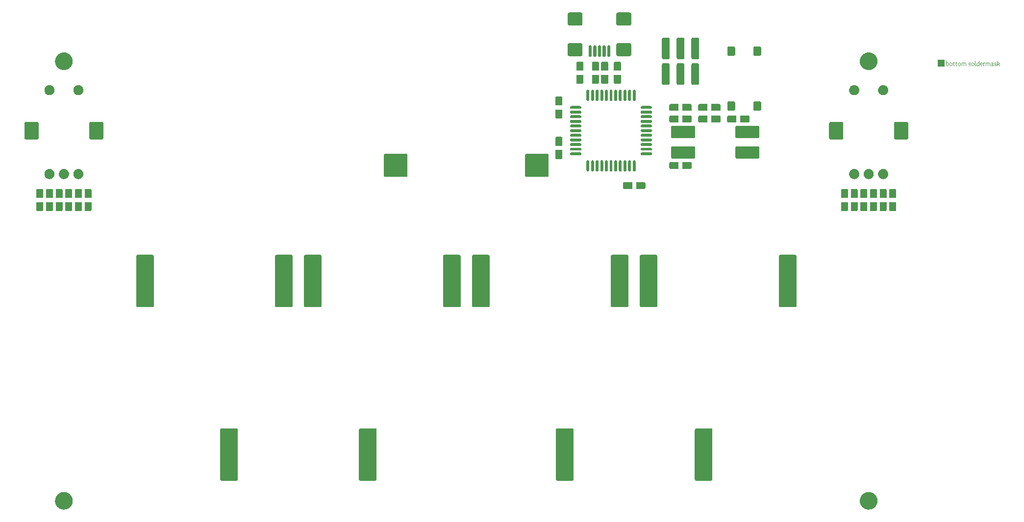
<source format=gbs>
G04                                                      *
G04 Greetings!                                           *
G04 This Gerber was generated by PCBmodE, an open source *
G04 PCB design software. Get it here:                    *
G04                                                      *
G04   http://pcbmode.com                                 *
G04                                                      *
G04 Also visit                                           *
G04                                                      *
G04   http://boldport.com                                *
G04                                                      *
G04 and follow @boldport / @pcbmode for updates!         *
G04                                                      *

G04 leading zeros omitted (L); absolute data (A); 6 integer digits and 6 fractional digits *
%FSLAX66Y66*%

G04 mode (MO): millimeters (MM) *
%MOMM*%

G04 Aperture definitions *
%ADD10C,0.001X*%
%ADD11C,0.001X*%

%LPD*%
G36*
G01X123939000Y-18500000D02*
G01X123939000Y-18153500D01*
G01X123939000Y-18153500D01*
G01X123933514Y-18101166D01*
G01X123917809Y-18052614D01*
G01X123893016Y-18008974D01*
G01X123860266Y-17971378D01*
G01X123820689Y-17940956D01*
G01X123775418Y-17918839D01*
G01X123725581Y-17906157D01*
G01X123689000Y-17903500D01*
G01X123143000Y-17903500D01*
G01X122347000Y-17903500D01*
G01X122347000Y-18500000D01*
G01X122347000Y-19096500D01*
G01X123143000Y-19096500D01*
G01X123689000Y-19096500D01*
G01X123689000Y-19096500D01*
G01X123741334Y-19091014D01*
G01X123789886Y-19075309D01*
G01X123833526Y-19050516D01*
G01X123871122Y-19017766D01*
G01X123901544Y-18978189D01*
G01X123923661Y-18932918D01*
G01X123936343Y-18883081D01*
G01X123939000Y-18846500D01*
G01X123939000Y-18500000D01*
G37*
G36*
G01X120061000Y-18500000D02*
G01X120061000Y-18846500D01*
G01X120061000Y-18846500D01*
G01X120066486Y-18898834D01*
G01X120082191Y-18947386D01*
G01X120106984Y-18991026D01*
G01X120139734Y-19028622D01*
G01X120179311Y-19059044D01*
G01X120224582Y-19081161D01*
G01X120274419Y-19093843D01*
G01X120311000Y-19096500D01*
G01X120857000Y-19096500D01*
G01X121653000Y-19096500D01*
G01X121653000Y-18500000D01*
G01X121653000Y-17903500D01*
G01X120857000Y-17903500D01*
G01X120311000Y-17903500D01*
G01X120311000Y-17903500D01*
G01X120258666Y-17908986D01*
G01X120210114Y-17924691D01*
G01X120166474Y-17949484D01*
G01X120128878Y-17982234D01*
G01X120098456Y-18021811D01*
G01X120076339Y-18067082D01*
G01X120063657Y-18116919D01*
G01X120061000Y-18153500D01*
G01X120061000Y-18500000D01*
G37*
G36*
G01X8000000Y-36439000D02*
G01X8346500Y-36439000D01*
G01X8346500Y-36439000D01*
G01X8398834Y-36433514D01*
G01X8447386Y-36417809D01*
G01X8491026Y-36393016D01*
G01X8528622Y-36360266D01*
G01X8559044Y-36320689D01*
G01X8581161Y-36275418D01*
G01X8593843Y-36225581D01*
G01X8596500Y-36189000D01*
G01X8596500Y-35643000D01*
G01X8596500Y-34847000D01*
G01X8000000Y-34847000D01*
G01X7403500Y-34847000D01*
G01X7403500Y-35643000D01*
G01X7403500Y-36189000D01*
G01X7403500Y-36189000D01*
G01X7408986Y-36241334D01*
G01X7424691Y-36289886D01*
G01X7449484Y-36333526D01*
G01X7482234Y-36371122D01*
G01X7521811Y-36401544D01*
G01X7567082Y-36423661D01*
G01X7616919Y-36436343D01*
G01X7653500Y-36439000D01*
G01X8000000Y-36439000D01*
G37*
G36*
G01X8000000Y-32561000D02*
G01X7653500Y-32561000D01*
G01X7653500Y-32561000D01*
G01X7601166Y-32566486D01*
G01X7552614Y-32582191D01*
G01X7508974Y-32606984D01*
G01X7471378Y-32639734D01*
G01X7440956Y-32679311D01*
G01X7418839Y-32724582D01*
G01X7406157Y-32774419D01*
G01X7403500Y-32811000D01*
G01X7403500Y-33357000D01*
G01X7403500Y-34153000D01*
G01X8000000Y-34153000D01*
G01X8596500Y-34153000D01*
G01X8596500Y-33357000D01*
G01X8596500Y-32811000D01*
G01X8596500Y-32811000D01*
G01X8591014Y-32758666D01*
G01X8575309Y-32710114D01*
G01X8550516Y-32666474D01*
G01X8517766Y-32628878D01*
G01X8478189Y-32598456D01*
G01X8432918Y-32576339D01*
G01X8383081Y-32563657D01*
G01X8346500Y-32561000D01*
G01X8000000Y-32561000D01*
G37*
G36*
G01X6330000Y-36439000D02*
G01X6676500Y-36439000D01*
G01X6676500Y-36439000D01*
G01X6728834Y-36433514D01*
G01X6777386Y-36417809D01*
G01X6821026Y-36393016D01*
G01X6858622Y-36360266D01*
G01X6889044Y-36320689D01*
G01X6911161Y-36275418D01*
G01X6923843Y-36225581D01*
G01X6926500Y-36189000D01*
G01X6926500Y-35643000D01*
G01X6926500Y-34847000D01*
G01X6330000Y-34847000D01*
G01X5733500Y-34847000D01*
G01X5733500Y-35643000D01*
G01X5733500Y-36189000D01*
G01X5733500Y-36189000D01*
G01X5738986Y-36241334D01*
G01X5754691Y-36289886D01*
G01X5779484Y-36333526D01*
G01X5812234Y-36371122D01*
G01X5851811Y-36401544D01*
G01X5897082Y-36423661D01*
G01X5946919Y-36436343D01*
G01X5983500Y-36439000D01*
G01X6330000Y-36439000D01*
G37*
G36*
G01X6330000Y-32561000D02*
G01X5983500Y-32561000D01*
G01X5983500Y-32561000D01*
G01X5931166Y-32566486D01*
G01X5882614Y-32582191D01*
G01X5838974Y-32606984D01*
G01X5801378Y-32639734D01*
G01X5770956Y-32679311D01*
G01X5748839Y-32724582D01*
G01X5736157Y-32774419D01*
G01X5733500Y-32811000D01*
G01X5733500Y-33357000D01*
G01X5733500Y-34153000D01*
G01X6330000Y-34153000D01*
G01X6926500Y-34153000D01*
G01X6926500Y-33357000D01*
G01X6926500Y-32811000D01*
G01X6926500Y-32811000D01*
G01X6921014Y-32758666D01*
G01X6905309Y-32710114D01*
G01X6880516Y-32666474D01*
G01X6847766Y-32628878D01*
G01X6808189Y-32598456D01*
G01X6762918Y-32576339D01*
G01X6713081Y-32563657D01*
G01X6676500Y-32561000D01*
G01X6330000Y-32561000D01*
G37*
G36*
G01X13000000Y-36439000D02*
G01X13346500Y-36439000D01*
G01X13346500Y-36439000D01*
G01X13398834Y-36433514D01*
G01X13447386Y-36417809D01*
G01X13491026Y-36393016D01*
G01X13528622Y-36360266D01*
G01X13559044Y-36320689D01*
G01X13581161Y-36275418D01*
G01X13593843Y-36225581D01*
G01X13596500Y-36189000D01*
G01X13596500Y-35643000D01*
G01X13596500Y-34847000D01*
G01X13000000Y-34847000D01*
G01X12403500Y-34847000D01*
G01X12403500Y-35643000D01*
G01X12403500Y-36189000D01*
G01X12403500Y-36189000D01*
G01X12408986Y-36241334D01*
G01X12424691Y-36289886D01*
G01X12449484Y-36333526D01*
G01X12482234Y-36371122D01*
G01X12521811Y-36401544D01*
G01X12567082Y-36423661D01*
G01X12616919Y-36436343D01*
G01X12653500Y-36439000D01*
G01X13000000Y-36439000D01*
G37*
G36*
G01X13000000Y-32561000D02*
G01X12653500Y-32561000D01*
G01X12653500Y-32561000D01*
G01X12601166Y-32566486D01*
G01X12552614Y-32582191D01*
G01X12508974Y-32606984D01*
G01X12471378Y-32639734D01*
G01X12440956Y-32679311D01*
G01X12418839Y-32724582D01*
G01X12406157Y-32774419D01*
G01X12403500Y-32811000D01*
G01X12403500Y-33357000D01*
G01X12403500Y-34153000D01*
G01X13000000Y-34153000D01*
G01X13596500Y-34153000D01*
G01X13596500Y-33357000D01*
G01X13596500Y-32811000D01*
G01X13596500Y-32811000D01*
G01X13591014Y-32758666D01*
G01X13575309Y-32710114D01*
G01X13550516Y-32666474D01*
G01X13517766Y-32628878D01*
G01X13478189Y-32598456D01*
G01X13432918Y-32576339D01*
G01X13383081Y-32563657D01*
G01X13346500Y-32561000D01*
G01X13000000Y-32561000D01*
G37*
G36*
G01X103900000Y-14439000D02*
G01X104246500Y-14439000D01*
G01X104246500Y-14439000D01*
G01X104298834Y-14433514D01*
G01X104347386Y-14417809D01*
G01X104391026Y-14393016D01*
G01X104428622Y-14360266D01*
G01X104459044Y-14320689D01*
G01X104481161Y-14275418D01*
G01X104493843Y-14225581D01*
G01X104496500Y-14189000D01*
G01X104496500Y-13643000D01*
G01X104496500Y-12847000D01*
G01X103900000Y-12847000D01*
G01X103303500Y-12847000D01*
G01X103303500Y-13643000D01*
G01X103303500Y-14189000D01*
G01X103303500Y-14189000D01*
G01X103308986Y-14241334D01*
G01X103324691Y-14289886D01*
G01X103349484Y-14333526D01*
G01X103382234Y-14371122D01*
G01X103421811Y-14401544D01*
G01X103467082Y-14423661D01*
G01X103516919Y-14436343D01*
G01X103553500Y-14439000D01*
G01X103900000Y-14439000D01*
G37*
G36*
G01X103900000Y-10561000D02*
G01X103553500Y-10561000D01*
G01X103553500Y-10561000D01*
G01X103501166Y-10566486D01*
G01X103452614Y-10582191D01*
G01X103408974Y-10606984D01*
G01X103371378Y-10639734D01*
G01X103340956Y-10679311D01*
G01X103318839Y-10724582D01*
G01X103306157Y-10774419D01*
G01X103303500Y-10811000D01*
G01X103303500Y-11357000D01*
G01X103303500Y-12153000D01*
G01X103900000Y-12153000D01*
G01X104496500Y-12153000D01*
G01X104496500Y-11357000D01*
G01X104496500Y-10811000D01*
G01X104496500Y-10811000D01*
G01X104491014Y-10758666D01*
G01X104475309Y-10710114D01*
G01X104450516Y-10666474D01*
G01X104417766Y-10628878D01*
G01X104378189Y-10598456D01*
G01X104332918Y-10576339D01*
G01X104283081Y-10563657D01*
G01X104246500Y-10561000D01*
G01X103900000Y-10561000D01*
G37*
G36*
G01X102300000Y-14439000D02*
G01X102646500Y-14439000D01*
G01X102646500Y-14439000D01*
G01X102698834Y-14433514D01*
G01X102747386Y-14417809D01*
G01X102791026Y-14393016D01*
G01X102828622Y-14360266D01*
G01X102859044Y-14320689D01*
G01X102881161Y-14275418D01*
G01X102893843Y-14225581D01*
G01X102896500Y-14189000D01*
G01X102896500Y-13643000D01*
G01X102896500Y-12847000D01*
G01X102300000Y-12847000D01*
G01X101703500Y-12847000D01*
G01X101703500Y-13643000D01*
G01X101703500Y-14189000D01*
G01X101703500Y-14189000D01*
G01X101708986Y-14241334D01*
G01X101724691Y-14289886D01*
G01X101749484Y-14333526D01*
G01X101782234Y-14371122D01*
G01X101821811Y-14401544D01*
G01X101867082Y-14423661D01*
G01X101916919Y-14436343D01*
G01X101953500Y-14439000D01*
G01X102300000Y-14439000D01*
G37*
G36*
G01X102300000Y-10561000D02*
G01X101953500Y-10561000D01*
G01X101953500Y-10561000D01*
G01X101901166Y-10566486D01*
G01X101852614Y-10582191D01*
G01X101808974Y-10606984D01*
G01X101771378Y-10639734D01*
G01X101740956Y-10679311D01*
G01X101718839Y-10724582D01*
G01X101706157Y-10774419D01*
G01X101703500Y-10811000D01*
G01X101703500Y-11357000D01*
G01X101703500Y-12153000D01*
G01X102300000Y-12153000D01*
G01X102896500Y-12153000D01*
G01X102896500Y-11357000D01*
G01X102896500Y-10811000D01*
G01X102896500Y-10811000D01*
G01X102891014Y-10758666D01*
G01X102875309Y-10710114D01*
G01X102850516Y-10666474D01*
G01X102817766Y-10628878D01*
G01X102778189Y-10598456D01*
G01X102732918Y-10576339D01*
G01X102683081Y-10563657D01*
G01X102646500Y-10561000D01*
G01X102300000Y-10561000D01*
G37*
G36*
G01X128939000Y-20500000D02*
G01X128939000Y-20153500D01*
G01X128939000Y-20153500D01*
G01X128933514Y-20101166D01*
G01X128917809Y-20052614D01*
G01X128893016Y-20008974D01*
G01X128860266Y-19971378D01*
G01X128820689Y-19940956D01*
G01X128775418Y-19918839D01*
G01X128725581Y-19906157D01*
G01X128689000Y-19903500D01*
G01X128143000Y-19903500D01*
G01X127347000Y-19903500D01*
G01X127347000Y-20500000D01*
G01X127347000Y-21096500D01*
G01X128143000Y-21096500D01*
G01X128689000Y-21096500D01*
G01X128689000Y-21096500D01*
G01X128741334Y-21091014D01*
G01X128789886Y-21075309D01*
G01X128833526Y-21050516D01*
G01X128871122Y-21017766D01*
G01X128901544Y-20978189D01*
G01X128923661Y-20932918D01*
G01X128936343Y-20883081D01*
G01X128939000Y-20846500D01*
G01X128939000Y-20500000D01*
G37*
G36*
G01X125061000Y-20500000D02*
G01X125061000Y-20846500D01*
G01X125061000Y-20846500D01*
G01X125066486Y-20898834D01*
G01X125082191Y-20947386D01*
G01X125106984Y-20991026D01*
G01X125139734Y-21028622D01*
G01X125179311Y-21059044D01*
G01X125224582Y-21081161D01*
G01X125274419Y-21093843D01*
G01X125311000Y-21096500D01*
G01X125857000Y-21096500D01*
G01X126653000Y-21096500D01*
G01X126653000Y-20500000D01*
G01X126653000Y-19903500D01*
G01X125857000Y-19903500D01*
G01X125311000Y-19903500D01*
G01X125311000Y-19903500D01*
G01X125258666Y-19908986D01*
G01X125210114Y-19924691D01*
G01X125166474Y-19949484D01*
G01X125128878Y-19982234D01*
G01X125098456Y-20021811D01*
G01X125076339Y-20067082D01*
G01X125063657Y-20116919D01*
G01X125061000Y-20153500D01*
G01X125061000Y-20500000D01*
G37*
G36*
G01X14670000Y-36439000D02*
G01X15016500Y-36439000D01*
G01X15016500Y-36439000D01*
G01X15068834Y-36433514D01*
G01X15117386Y-36417809D01*
G01X15161026Y-36393016D01*
G01X15198622Y-36360266D01*
G01X15229044Y-36320689D01*
G01X15251161Y-36275418D01*
G01X15263843Y-36225581D01*
G01X15266500Y-36189000D01*
G01X15266500Y-35643000D01*
G01X15266500Y-34847000D01*
G01X14670000Y-34847000D01*
G01X14073500Y-34847000D01*
G01X14073500Y-35643000D01*
G01X14073500Y-36189000D01*
G01X14073500Y-36189000D01*
G01X14078986Y-36241334D01*
G01X14094691Y-36289886D01*
G01X14119484Y-36333526D01*
G01X14152234Y-36371122D01*
G01X14191811Y-36401544D01*
G01X14237082Y-36423661D01*
G01X14286919Y-36436343D01*
G01X14323500Y-36439000D01*
G01X14670000Y-36439000D01*
G37*
G36*
G01X14670000Y-32561000D02*
G01X14323500Y-32561000D01*
G01X14323500Y-32561000D01*
G01X14271166Y-32566486D01*
G01X14222614Y-32582191D01*
G01X14178974Y-32606984D01*
G01X14141378Y-32639734D01*
G01X14110956Y-32679311D01*
G01X14088839Y-32724582D01*
G01X14076157Y-32774419D01*
G01X14073500Y-32811000D01*
G01X14073500Y-33357000D01*
G01X14073500Y-34153000D01*
G01X14670000Y-34153000D01*
G01X15266500Y-34153000D01*
G01X15266500Y-33357000D01*
G01X15266500Y-32811000D01*
G01X15266500Y-32811000D01*
G01X15261014Y-32758666D01*
G01X15245309Y-32710114D01*
G01X15220516Y-32666474D01*
G01X15187766Y-32628878D01*
G01X15148189Y-32598456D01*
G01X15102918Y-32576339D01*
G01X15053081Y-32563657D01*
G01X15016500Y-32561000D01*
G01X14670000Y-32561000D01*
G37*
G36*
G01X147000000Y-36439000D02*
G01X147346500Y-36439000D01*
G01X147346500Y-36439000D01*
G01X147398834Y-36433514D01*
G01X147447386Y-36417809D01*
G01X147491026Y-36393016D01*
G01X147528622Y-36360266D01*
G01X147559044Y-36320689D01*
G01X147581161Y-36275418D01*
G01X147593843Y-36225581D01*
G01X147596500Y-36189000D01*
G01X147596500Y-35643000D01*
G01X147596500Y-34847000D01*
G01X147000000Y-34847000D01*
G01X146403500Y-34847000D01*
G01X146403500Y-35643000D01*
G01X146403500Y-36189000D01*
G01X146403500Y-36189000D01*
G01X146408986Y-36241334D01*
G01X146424691Y-36289886D01*
G01X146449484Y-36333526D01*
G01X146482234Y-36371122D01*
G01X146521811Y-36401544D01*
G01X146567082Y-36423661D01*
G01X146616919Y-36436343D01*
G01X146653500Y-36439000D01*
G01X147000000Y-36439000D01*
G37*
G36*
G01X147000000Y-32561000D02*
G01X146653500Y-32561000D01*
G01X146653500Y-32561000D01*
G01X146601166Y-32566486D01*
G01X146552614Y-32582191D01*
G01X146508974Y-32606984D01*
G01X146471378Y-32639734D01*
G01X146440956Y-32679311D01*
G01X146418839Y-32724582D01*
G01X146406157Y-32774419D01*
G01X146403500Y-32811000D01*
G01X146403500Y-33357000D01*
G01X146403500Y-34153000D01*
G01X147000000Y-34153000D01*
G01X147596500Y-34153000D01*
G01X147596500Y-33357000D01*
G01X147596500Y-32811000D01*
G01X147596500Y-32811000D01*
G01X147591014Y-32758666D01*
G01X147575309Y-32710114D01*
G01X147550516Y-32666474D01*
G01X147517766Y-32628878D01*
G01X147478189Y-32598456D01*
G01X147432918Y-32576339D01*
G01X147383081Y-32563657D01*
G01X147346500Y-32561000D01*
G01X147000000Y-32561000D01*
G37*
G36*
G01X147000000Y-30875000D02*
G01X147000000Y-30875000D01*
G01X147057531Y-30873139D01*
G01X147114069Y-30867632D01*
G01X147169498Y-30858595D01*
G01X147223703Y-30846143D01*
G01X147276568Y-30830392D01*
G01X147327978Y-30811456D01*
G01X147377818Y-30789451D01*
G01X147425972Y-30764493D01*
G01X147472326Y-30736696D01*
G01X147516764Y-30706176D01*
G01X147559170Y-30673048D01*
G01X147599430Y-30637427D01*
G01X147637427Y-30599430D01*
G01X147673048Y-30559170D01*
G01X147706176Y-30516764D01*
G01X147736696Y-30472326D01*
G01X147764493Y-30425972D01*
G01X147789451Y-30377818D01*
G01X147811456Y-30327978D01*
G01X147830392Y-30276568D01*
G01X147846143Y-30223703D01*
G01X147858595Y-30169498D01*
G01X147867632Y-30114069D01*
G01X147873139Y-30057531D01*
G01X147875000Y-30000000D01*
G01X147875000Y-30000000D01*
G01X147875000Y-30000000D01*
G01X147873139Y-29942469D01*
G01X147867632Y-29885931D01*
G01X147858595Y-29830502D01*
G01X147846143Y-29776297D01*
G01X147830392Y-29723432D01*
G01X147811456Y-29672022D01*
G01X147789451Y-29622182D01*
G01X147764493Y-29574028D01*
G01X147736696Y-29527674D01*
G01X147706176Y-29483236D01*
G01X147673048Y-29440830D01*
G01X147637427Y-29400570D01*
G01X147599430Y-29362573D01*
G01X147559170Y-29326952D01*
G01X147516764Y-29293824D01*
G01X147472326Y-29263304D01*
G01X147425972Y-29235507D01*
G01X147377818Y-29210549D01*
G01X147327978Y-29188544D01*
G01X147276568Y-29169608D01*
G01X147223703Y-29153857D01*
G01X147169498Y-29141405D01*
G01X147114069Y-29132368D01*
G01X147057531Y-29126861D01*
G01X147000000Y-29125000D01*
G01X147000000Y-29125000D01*
G01X147000000Y-29125000D01*
G01X146942469Y-29126861D01*
G01X146885931Y-29132368D01*
G01X146830502Y-29141405D01*
G01X146776297Y-29153857D01*
G01X146723432Y-29169608D01*
G01X146672022Y-29188544D01*
G01X146622182Y-29210549D01*
G01X146574028Y-29235507D01*
G01X146527674Y-29263304D01*
G01X146483236Y-29293824D01*
G01X146440830Y-29326952D01*
G01X146400570Y-29362573D01*
G01X146362573Y-29400570D01*
G01X146326952Y-29440830D01*
G01X146293824Y-29483236D01*
G01X146263304Y-29527674D01*
G01X146235507Y-29574028D01*
G01X146210549Y-29622182D01*
G01X146188544Y-29672022D01*
G01X146169608Y-29723432D01*
G01X146153857Y-29776297D01*
G01X146141405Y-29830502D01*
G01X146132368Y-29885931D01*
G01X146126861Y-29942469D01*
G01X146125000Y-30000000D01*
G01X146125000Y-30000000D01*
G01X146125000Y-30000000D01*
G01X146126861Y-30057531D01*
G01X146132368Y-30114069D01*
G01X146141405Y-30169498D01*
G01X146153857Y-30223703D01*
G01X146169608Y-30276568D01*
G01X146188544Y-30327978D01*
G01X146210549Y-30377818D01*
G01X146235507Y-30425972D01*
G01X146263304Y-30472326D01*
G01X146293824Y-30516764D01*
G01X146326952Y-30559170D01*
G01X146362573Y-30599430D01*
G01X146400570Y-30637427D01*
G01X146440830Y-30673048D01*
G01X146483236Y-30706176D01*
G01X146527674Y-30736696D01*
G01X146574028Y-30764493D01*
G01X146622182Y-30789451D01*
G01X146672022Y-30811456D01*
G01X146723432Y-30830392D01*
G01X146776297Y-30846143D01*
G01X146830502Y-30858595D01*
G01X146885931Y-30867632D01*
G01X146942469Y-30873139D01*
G01X147000000Y-30875000D01*
G01X147000000Y-30875000D01*
G37*
G36*
G01X152000000Y-30875000D02*
G01X152000000Y-30875000D01*
G01X152057531Y-30873139D01*
G01X152114069Y-30867632D01*
G01X152169498Y-30858595D01*
G01X152223703Y-30846143D01*
G01X152276568Y-30830392D01*
G01X152327978Y-30811456D01*
G01X152377818Y-30789451D01*
G01X152425972Y-30764493D01*
G01X152472326Y-30736696D01*
G01X152516764Y-30706176D01*
G01X152559170Y-30673048D01*
G01X152599430Y-30637427D01*
G01X152637427Y-30599430D01*
G01X152673048Y-30559170D01*
G01X152706176Y-30516764D01*
G01X152736696Y-30472326D01*
G01X152764493Y-30425972D01*
G01X152789451Y-30377818D01*
G01X152811456Y-30327978D01*
G01X152830392Y-30276568D01*
G01X152846143Y-30223703D01*
G01X152858595Y-30169498D01*
G01X152867632Y-30114069D01*
G01X152873139Y-30057531D01*
G01X152875000Y-30000000D01*
G01X152875000Y-30000000D01*
G01X152875000Y-30000000D01*
G01X152873139Y-29942469D01*
G01X152867632Y-29885931D01*
G01X152858595Y-29830502D01*
G01X152846143Y-29776297D01*
G01X152830392Y-29723432D01*
G01X152811456Y-29672022D01*
G01X152789451Y-29622182D01*
G01X152764493Y-29574028D01*
G01X152736696Y-29527674D01*
G01X152706176Y-29483236D01*
G01X152673048Y-29440830D01*
G01X152637427Y-29400570D01*
G01X152599430Y-29362573D01*
G01X152559170Y-29326952D01*
G01X152516764Y-29293824D01*
G01X152472326Y-29263304D01*
G01X152425972Y-29235507D01*
G01X152377818Y-29210549D01*
G01X152327978Y-29188544D01*
G01X152276568Y-29169608D01*
G01X152223703Y-29153857D01*
G01X152169498Y-29141405D01*
G01X152114069Y-29132368D01*
G01X152057531Y-29126861D01*
G01X152000000Y-29125000D01*
G01X152000000Y-29125000D01*
G01X152000000Y-29125000D01*
G01X151942469Y-29126861D01*
G01X151885931Y-29132368D01*
G01X151830502Y-29141405D01*
G01X151776297Y-29153857D01*
G01X151723432Y-29169608D01*
G01X151672022Y-29188544D01*
G01X151622182Y-29210549D01*
G01X151574028Y-29235507D01*
G01X151527674Y-29263304D01*
G01X151483236Y-29293824D01*
G01X151440830Y-29326952D01*
G01X151400570Y-29362573D01*
G01X151362573Y-29400570D01*
G01X151326952Y-29440830D01*
G01X151293824Y-29483236D01*
G01X151263304Y-29527674D01*
G01X151235507Y-29574028D01*
G01X151210549Y-29622182D01*
G01X151188544Y-29672022D01*
G01X151169608Y-29723432D01*
G01X151153857Y-29776297D01*
G01X151141405Y-29830502D01*
G01X151132368Y-29885931D01*
G01X151126861Y-29942469D01*
G01X151125000Y-30000000D01*
G01X151125000Y-30000000D01*
G01X151125000Y-30000000D01*
G01X151126861Y-30057531D01*
G01X151132368Y-30114069D01*
G01X151141405Y-30169498D01*
G01X151153857Y-30223703D01*
G01X151169608Y-30276568D01*
G01X151188544Y-30327978D01*
G01X151210549Y-30377818D01*
G01X151235507Y-30425972D01*
G01X151263304Y-30472326D01*
G01X151293824Y-30516764D01*
G01X151326952Y-30559170D01*
G01X151362573Y-30599430D01*
G01X151400570Y-30637427D01*
G01X151440830Y-30673048D01*
G01X151483236Y-30706176D01*
G01X151527674Y-30736696D01*
G01X151574028Y-30764493D01*
G01X151622182Y-30789451D01*
G01X151672022Y-30811456D01*
G01X151723432Y-30830392D01*
G01X151776297Y-30846143D01*
G01X151830502Y-30858595D01*
G01X151885931Y-30867632D01*
G01X151942469Y-30873139D01*
G01X152000000Y-30875000D01*
G01X152000000Y-30875000D01*
G37*
G36*
G01X152000000Y-16375000D02*
G01X152000000Y-16375000D01*
G01X152057531Y-16373139D01*
G01X152114069Y-16367632D01*
G01X152169498Y-16358595D01*
G01X152223703Y-16346143D01*
G01X152276568Y-16330392D01*
G01X152327978Y-16311456D01*
G01X152377818Y-16289451D01*
G01X152425972Y-16264493D01*
G01X152472326Y-16236696D01*
G01X152516764Y-16206176D01*
G01X152559170Y-16173048D01*
G01X152599430Y-16137427D01*
G01X152637427Y-16099430D01*
G01X152673048Y-16059170D01*
G01X152706176Y-16016764D01*
G01X152736696Y-15972326D01*
G01X152764493Y-15925972D01*
G01X152789451Y-15877818D01*
G01X152811456Y-15827978D01*
G01X152830392Y-15776568D01*
G01X152846143Y-15723703D01*
G01X152858595Y-15669498D01*
G01X152867632Y-15614069D01*
G01X152873139Y-15557531D01*
G01X152875000Y-15500000D01*
G01X152875000Y-15500000D01*
G01X152875000Y-15500000D01*
G01X152873139Y-15442469D01*
G01X152867632Y-15385931D01*
G01X152858595Y-15330502D01*
G01X152846143Y-15276297D01*
G01X152830392Y-15223432D01*
G01X152811456Y-15172022D01*
G01X152789451Y-15122182D01*
G01X152764493Y-15074028D01*
G01X152736696Y-15027674D01*
G01X152706176Y-14983236D01*
G01X152673048Y-14940830D01*
G01X152637427Y-14900570D01*
G01X152599430Y-14862573D01*
G01X152559170Y-14826952D01*
G01X152516764Y-14793824D01*
G01X152472326Y-14763304D01*
G01X152425972Y-14735507D01*
G01X152377818Y-14710549D01*
G01X152327978Y-14688544D01*
G01X152276568Y-14669608D01*
G01X152223703Y-14653857D01*
G01X152169498Y-14641405D01*
G01X152114069Y-14632368D01*
G01X152057531Y-14626861D01*
G01X152000000Y-14625000D01*
G01X152000000Y-14625000D01*
G01X152000000Y-14625000D01*
G01X151942469Y-14626861D01*
G01X151885931Y-14632368D01*
G01X151830502Y-14641405D01*
G01X151776297Y-14653857D01*
G01X151723432Y-14669608D01*
G01X151672022Y-14688544D01*
G01X151622182Y-14710549D01*
G01X151574028Y-14735507D01*
G01X151527674Y-14763304D01*
G01X151483236Y-14793824D01*
G01X151440830Y-14826952D01*
G01X151400570Y-14862573D01*
G01X151362573Y-14900570D01*
G01X151326952Y-14940830D01*
G01X151293824Y-14983236D01*
G01X151263304Y-15027674D01*
G01X151235507Y-15074028D01*
G01X151210549Y-15122182D01*
G01X151188544Y-15172022D01*
G01X151169608Y-15223432D01*
G01X151153857Y-15276297D01*
G01X151141405Y-15330502D01*
G01X151132368Y-15385931D01*
G01X151126861Y-15442469D01*
G01X151125000Y-15500000D01*
G01X151125000Y-15500000D01*
G01X151125000Y-15500000D01*
G01X151126861Y-15557531D01*
G01X151132368Y-15614069D01*
G01X151141405Y-15669498D01*
G01X151153857Y-15723703D01*
G01X151169608Y-15776568D01*
G01X151188544Y-15827978D01*
G01X151210549Y-15877818D01*
G01X151235507Y-15925972D01*
G01X151263304Y-15972326D01*
G01X151293824Y-16016764D01*
G01X151326952Y-16059170D01*
G01X151362573Y-16099430D01*
G01X151400570Y-16137427D01*
G01X151440830Y-16173048D01*
G01X151483236Y-16206176D01*
G01X151527674Y-16236696D01*
G01X151574028Y-16264493D01*
G01X151622182Y-16289451D01*
G01X151672022Y-16311456D01*
G01X151723432Y-16330392D01*
G01X151776297Y-16346143D01*
G01X151830502Y-16358595D01*
G01X151885931Y-16367632D01*
G01X151942469Y-16373139D01*
G01X152000000Y-16375000D01*
G01X152000000Y-16375000D01*
G37*
G36*
G01X153875000Y-22500000D02*
G01X153875000Y-21275000D01*
G01X153875000Y-21275000D01*
G01X153878927Y-21226339D01*
G01X153890294Y-21180177D01*
G01X153908486Y-21137133D01*
G01X153932883Y-21097824D01*
G01X153962868Y-21062868D01*
G01X153997824Y-21032883D01*
G01X154037133Y-21008486D01*
G01X154080177Y-20990294D01*
G01X154126339Y-20978927D01*
G01X154175000Y-20975000D01*
G01X154175000Y-20975000D01*
G01X155100000Y-20975000D01*
G01X156025000Y-20975000D01*
G01X156025000Y-20975000D01*
G01X156073661Y-20978927D01*
G01X156119823Y-20990294D01*
G01X156162867Y-21008486D01*
G01X156202176Y-21032883D01*
G01X156237132Y-21062868D01*
G01X156267117Y-21097824D01*
G01X156291514Y-21137133D01*
G01X156309706Y-21180177D01*
G01X156321074Y-21226339D01*
G01X156325000Y-21275000D01*
G01X156325000Y-21275000D01*
G01X156325000Y-22500000D01*
G01X156325000Y-23725000D01*
G01X156325000Y-23725000D01*
G01X156321073Y-23773661D01*
G01X156309706Y-23819823D01*
G01X156291514Y-23862867D01*
G01X156267117Y-23902176D01*
G01X156237132Y-23937132D01*
G01X156202176Y-23967117D01*
G01X156162867Y-23991514D01*
G01X156119823Y-24009706D01*
G01X156073661Y-24021073D01*
G01X156025000Y-24025000D01*
G01X156025000Y-24025000D01*
G01X155100000Y-24025000D01*
G01X154175000Y-24025000D01*
G01X154175000Y-24025000D01*
G01X154126339Y-24021073D01*
G01X154080177Y-24009706D01*
G01X154037133Y-23991514D01*
G01X153997824Y-23967117D01*
G01X153962868Y-23937132D01*
G01X153932883Y-23902176D01*
G01X153908486Y-23862867D01*
G01X153890294Y-23819823D01*
G01X153878927Y-23773661D01*
G01X153875000Y-23725000D01*
G01X153875000Y-23725000D01*
G01X153875000Y-22500000D01*
G37*
G36*
G01X142675000Y-22500000D02*
G01X142675000Y-21275000D01*
G01X142675000Y-21275000D01*
G01X142678927Y-21226339D01*
G01X142690294Y-21180177D01*
G01X142708486Y-21137133D01*
G01X142732883Y-21097824D01*
G01X142762868Y-21062868D01*
G01X142797824Y-21032883D01*
G01X142837133Y-21008486D01*
G01X142880177Y-20990294D01*
G01X142926339Y-20978927D01*
G01X142975000Y-20975000D01*
G01X142975000Y-20975000D01*
G01X143900000Y-20975000D01*
G01X144825000Y-20975000D01*
G01X144825000Y-20975000D01*
G01X144873661Y-20978927D01*
G01X144919823Y-20990294D01*
G01X144962867Y-21008486D01*
G01X145002176Y-21032883D01*
G01X145037132Y-21062868D01*
G01X145067117Y-21097824D01*
G01X145091514Y-21137133D01*
G01X145109706Y-21180177D01*
G01X145121073Y-21226339D01*
G01X145125000Y-21275000D01*
G01X145125000Y-21275000D01*
G01X145125000Y-22500000D01*
G01X145125000Y-23725000D01*
G01X145125000Y-23725000D01*
G01X145121073Y-23773661D01*
G01X145109706Y-23819823D01*
G01X145091514Y-23862867D01*
G01X145067117Y-23902176D01*
G01X145037132Y-23937132D01*
G01X145002176Y-23967117D01*
G01X144962867Y-23991514D01*
G01X144919823Y-24009706D01*
G01X144873661Y-24021073D01*
G01X144825000Y-24025000D01*
G01X144825000Y-24025000D01*
G01X143900000Y-24025000D01*
G01X142975000Y-24025000D01*
G01X142975000Y-24025000D01*
G01X142926339Y-24021073D01*
G01X142880177Y-24009706D01*
G01X142837133Y-23991514D01*
G01X142797824Y-23967117D01*
G01X142762868Y-23937132D01*
G01X142732883Y-23902176D01*
G01X142708486Y-23862867D01*
G01X142690294Y-23819823D01*
G01X142678926Y-23773661D01*
G01X142675000Y-23725000D01*
G01X142675000Y-23725000D01*
G01X142675000Y-22500000D01*
G37*
G36*
G01X149500000Y-30875000D02*
G01X149500000Y-30875000D01*
G01X149557531Y-30873139D01*
G01X149614069Y-30867632D01*
G01X149669498Y-30858595D01*
G01X149723703Y-30846143D01*
G01X149776568Y-30830392D01*
G01X149827978Y-30811456D01*
G01X149877818Y-30789451D01*
G01X149925972Y-30764493D01*
G01X149972326Y-30736696D01*
G01X150016764Y-30706176D01*
G01X150059170Y-30673048D01*
G01X150099430Y-30637427D01*
G01X150137427Y-30599430D01*
G01X150173048Y-30559170D01*
G01X150206176Y-30516764D01*
G01X150236696Y-30472326D01*
G01X150264493Y-30425972D01*
G01X150289451Y-30377818D01*
G01X150311456Y-30327978D01*
G01X150330392Y-30276568D01*
G01X150346143Y-30223703D01*
G01X150358595Y-30169498D01*
G01X150367632Y-30114069D01*
G01X150373139Y-30057531D01*
G01X150375000Y-30000000D01*
G01X150375000Y-30000000D01*
G01X150375000Y-30000000D01*
G01X150373139Y-29942469D01*
G01X150367632Y-29885931D01*
G01X150358595Y-29830502D01*
G01X150346143Y-29776297D01*
G01X150330392Y-29723432D01*
G01X150311456Y-29672022D01*
G01X150289451Y-29622182D01*
G01X150264493Y-29574028D01*
G01X150236696Y-29527674D01*
G01X150206176Y-29483236D01*
G01X150173048Y-29440830D01*
G01X150137427Y-29400570D01*
G01X150099430Y-29362573D01*
G01X150059170Y-29326952D01*
G01X150016764Y-29293824D01*
G01X149972326Y-29263304D01*
G01X149925972Y-29235507D01*
G01X149877818Y-29210549D01*
G01X149827978Y-29188544D01*
G01X149776568Y-29169608D01*
G01X149723703Y-29153857D01*
G01X149669498Y-29141405D01*
G01X149614069Y-29132368D01*
G01X149557531Y-29126861D01*
G01X149500000Y-29125000D01*
G01X149500000Y-29125000D01*
G01X149500000Y-29125000D01*
G01X149442469Y-29126861D01*
G01X149385931Y-29132368D01*
G01X149330502Y-29141405D01*
G01X149276297Y-29153857D01*
G01X149223432Y-29169608D01*
G01X149172022Y-29188544D01*
G01X149122182Y-29210549D01*
G01X149074028Y-29235507D01*
G01X149027674Y-29263304D01*
G01X148983236Y-29293824D01*
G01X148940830Y-29326952D01*
G01X148900570Y-29362573D01*
G01X148862573Y-29400570D01*
G01X148826952Y-29440830D01*
G01X148793824Y-29483236D01*
G01X148763304Y-29527674D01*
G01X148735507Y-29574028D01*
G01X148710549Y-29622182D01*
G01X148688544Y-29672022D01*
G01X148669608Y-29723432D01*
G01X148653857Y-29776297D01*
G01X148641405Y-29830502D01*
G01X148632368Y-29885931D01*
G01X148626861Y-29942469D01*
G01X148625000Y-30000000D01*
G01X148625000Y-30000000D01*
G01X148625000Y-30000000D01*
G01X148626861Y-30057531D01*
G01X148632368Y-30114069D01*
G01X148641405Y-30169498D01*
G01X148653857Y-30223703D01*
G01X148669608Y-30276568D01*
G01X148688544Y-30327978D01*
G01X148710549Y-30377818D01*
G01X148735507Y-30425972D01*
G01X148763304Y-30472326D01*
G01X148793824Y-30516764D01*
G01X148826952Y-30559170D01*
G01X148862573Y-30599430D01*
G01X148900570Y-30637427D01*
G01X148940830Y-30673048D01*
G01X148983236Y-30706176D01*
G01X149027674Y-30736696D01*
G01X149074028Y-30764493D01*
G01X149122182Y-30789451D01*
G01X149172022Y-30811456D01*
G01X149223432Y-30830392D01*
G01X149276297Y-30846143D01*
G01X149330502Y-30858595D01*
G01X149385931Y-30867632D01*
G01X149442469Y-30873139D01*
G01X149500000Y-30875000D01*
G01X149500000Y-30875000D01*
G37*
G36*
G01X147000000Y-16375000D02*
G01X147000000Y-16375000D01*
G01X147057531Y-16373139D01*
G01X147114069Y-16367632D01*
G01X147169498Y-16358595D01*
G01X147223703Y-16346143D01*
G01X147276568Y-16330392D01*
G01X147327978Y-16311456D01*
G01X147377818Y-16289451D01*
G01X147425972Y-16264493D01*
G01X147472326Y-16236696D01*
G01X147516764Y-16206176D01*
G01X147559170Y-16173048D01*
G01X147599430Y-16137427D01*
G01X147637427Y-16099430D01*
G01X147673048Y-16059170D01*
G01X147706176Y-16016764D01*
G01X147736696Y-15972326D01*
G01X147764493Y-15925972D01*
G01X147789451Y-15877818D01*
G01X147811456Y-15827978D01*
G01X147830392Y-15776568D01*
G01X147846143Y-15723703D01*
G01X147858595Y-15669498D01*
G01X147867632Y-15614069D01*
G01X147873139Y-15557531D01*
G01X147875000Y-15500000D01*
G01X147875000Y-15500000D01*
G01X147875000Y-15500000D01*
G01X147873139Y-15442469D01*
G01X147867632Y-15385931D01*
G01X147858595Y-15330502D01*
G01X147846143Y-15276297D01*
G01X147830392Y-15223432D01*
G01X147811456Y-15172022D01*
G01X147789451Y-15122182D01*
G01X147764493Y-15074028D01*
G01X147736696Y-15027674D01*
G01X147706176Y-14983236D01*
G01X147673048Y-14940830D01*
G01X147637427Y-14900570D01*
G01X147599430Y-14862573D01*
G01X147559170Y-14826952D01*
G01X147516764Y-14793824D01*
G01X147472326Y-14763304D01*
G01X147425972Y-14735507D01*
G01X147377818Y-14710549D01*
G01X147327978Y-14688544D01*
G01X147276568Y-14669608D01*
G01X147223703Y-14653857D01*
G01X147169498Y-14641405D01*
G01X147114069Y-14632368D01*
G01X147057531Y-14626861D01*
G01X147000000Y-14625000D01*
G01X147000000Y-14625000D01*
G01X147000000Y-14625000D01*
G01X146942469Y-14626861D01*
G01X146885931Y-14632368D01*
G01X146830502Y-14641405D01*
G01X146776297Y-14653857D01*
G01X146723432Y-14669608D01*
G01X146672022Y-14688544D01*
G01X146622182Y-14710549D01*
G01X146574028Y-14735507D01*
G01X146527674Y-14763304D01*
G01X146483236Y-14793824D01*
G01X146440830Y-14826952D01*
G01X146400570Y-14862573D01*
G01X146362573Y-14900570D01*
G01X146326952Y-14940830D01*
G01X146293824Y-14983236D01*
G01X146263304Y-15027674D01*
G01X146235507Y-15074028D01*
G01X146210549Y-15122182D01*
G01X146188544Y-15172022D01*
G01X146169608Y-15223432D01*
G01X146153857Y-15276297D01*
G01X146141405Y-15330502D01*
G01X146132368Y-15385931D01*
G01X146126861Y-15442469D01*
G01X146125000Y-15500000D01*
G01X146125000Y-15500000D01*
G01X146125000Y-15500000D01*
G01X146126861Y-15557531D01*
G01X146132368Y-15614069D01*
G01X146141405Y-15669498D01*
G01X146153857Y-15723703D01*
G01X146169608Y-15776568D01*
G01X146188544Y-15827978D01*
G01X146210549Y-15877818D01*
G01X146235507Y-15925972D01*
G01X146263304Y-15972326D01*
G01X146293824Y-16016764D01*
G01X146326952Y-16059170D01*
G01X146362573Y-16099430D01*
G01X146400570Y-16137427D01*
G01X146440830Y-16173048D01*
G01X146483236Y-16206176D01*
G01X146527674Y-16236696D01*
G01X146574028Y-16264493D01*
G01X146622182Y-16289451D01*
G01X146672022Y-16311456D01*
G01X146723432Y-16330392D01*
G01X146776297Y-16346143D01*
G01X146830502Y-16358595D01*
G01X146885931Y-16367632D01*
G01X146942469Y-16373139D01*
G01X147000000Y-16375000D01*
G01X147000000Y-16375000D01*
G37*
G36*
G01X125750000Y-19050000D02*
G01X126175000Y-19050000D01*
G01X126175000Y-19050000D01*
G01X126227334Y-19044514D01*
G01X126275886Y-19028809D01*
G01X126319526Y-19004016D01*
G01X126357122Y-18971266D01*
G01X126387544Y-18931689D01*
G01X126409661Y-18886418D01*
G01X126422343Y-18836581D01*
G01X126425000Y-18800000D01*
G01X126425000Y-18250000D01*
G01X126425000Y-17700000D01*
G01X126425000Y-17700000D01*
G01X126419514Y-17647666D01*
G01X126403809Y-17599114D01*
G01X126379016Y-17555474D01*
G01X126346266Y-17517878D01*
G01X126306689Y-17487456D01*
G01X126261418Y-17465339D01*
G01X126211581Y-17452657D01*
G01X126175000Y-17450000D01*
G01X125750000Y-17450000D01*
G01X125325000Y-17450000D01*
G01X125325000Y-17450000D01*
G01X125272666Y-17455486D01*
G01X125224114Y-17471191D01*
G01X125180474Y-17495984D01*
G01X125142878Y-17528734D01*
G01X125112456Y-17568311D01*
G01X125090339Y-17613582D01*
G01X125077657Y-17663419D01*
G01X125075000Y-17700000D01*
G01X125075000Y-18250000D01*
G01X125075000Y-18800000D01*
G01X125075000Y-18800000D01*
G01X125080486Y-18852334D01*
G01X125096191Y-18900886D01*
G01X125120984Y-18944526D01*
G01X125153734Y-18982122D01*
G01X125193311Y-19012544D01*
G01X125238582Y-19034661D01*
G01X125288419Y-19047343D01*
G01X125325000Y-19050000D01*
G01X125750000Y-19050000D01*
G37*
G36*
G01X130250000Y-9550000D02*
G01X130675000Y-9550000D01*
G01X130675000Y-9550000D01*
G01X130727334Y-9544514D01*
G01X130775886Y-9528809D01*
G01X130819526Y-9504016D01*
G01X130857122Y-9471266D01*
G01X130887544Y-9431689D01*
G01X130909661Y-9386418D01*
G01X130922343Y-9336581D01*
G01X130925000Y-9300000D01*
G01X130925000Y-8750000D01*
G01X130925000Y-8200000D01*
G01X130925000Y-8200000D01*
G01X130919514Y-8147666D01*
G01X130903809Y-8099114D01*
G01X130879016Y-8055474D01*
G01X130846266Y-8017878D01*
G01X130806689Y-7987456D01*
G01X130761418Y-7965339D01*
G01X130711581Y-7952657D01*
G01X130675000Y-7950000D01*
G01X130250000Y-7950000D01*
G01X129825000Y-7950000D01*
G01X129825000Y-7950000D01*
G01X129772666Y-7955486D01*
G01X129724114Y-7971191D01*
G01X129680474Y-7995984D01*
G01X129642878Y-8028734D01*
G01X129612456Y-8068311D01*
G01X129590339Y-8113582D01*
G01X129577657Y-8163419D01*
G01X129575000Y-8200000D01*
G01X129575000Y-8750000D01*
G01X129575000Y-9300000D01*
G01X129575000Y-9300000D01*
G01X129580486Y-9352334D01*
G01X129596191Y-9400886D01*
G01X129620984Y-9444526D01*
G01X129653734Y-9482122D01*
G01X129693311Y-9512544D01*
G01X129738582Y-9534661D01*
G01X129788419Y-9547343D01*
G01X129825000Y-9550000D01*
G01X130250000Y-9550000D01*
G37*
G36*
G01X125750000Y-9550000D02*
G01X126175000Y-9550000D01*
G01X126175000Y-9550000D01*
G01X126227334Y-9544514D01*
G01X126275886Y-9528809D01*
G01X126319526Y-9504016D01*
G01X126357122Y-9471266D01*
G01X126387544Y-9431689D01*
G01X126409661Y-9386418D01*
G01X126422343Y-9336581D01*
G01X126425000Y-9300000D01*
G01X126425000Y-8750000D01*
G01X126425000Y-8200000D01*
G01X126425000Y-8200000D01*
G01X126419514Y-8147666D01*
G01X126403809Y-8099114D01*
G01X126379016Y-8055474D01*
G01X126346266Y-8017878D01*
G01X126306689Y-7987456D01*
G01X126261418Y-7965339D01*
G01X126211581Y-7952657D01*
G01X126175000Y-7950000D01*
G01X125750000Y-7950000D01*
G01X125325000Y-7950000D01*
G01X125325000Y-7950000D01*
G01X125272666Y-7955486D01*
G01X125224114Y-7971191D01*
G01X125180474Y-7995984D01*
G01X125142878Y-8028734D01*
G01X125112456Y-8068311D01*
G01X125090339Y-8113582D01*
G01X125077657Y-8163419D01*
G01X125075000Y-8200000D01*
G01X125075000Y-8750000D01*
G01X125075000Y-9300000D01*
G01X125075000Y-9300000D01*
G01X125080486Y-9352334D01*
G01X125096191Y-9400886D01*
G01X125120984Y-9444526D01*
G01X125153734Y-9482122D01*
G01X125193311Y-9512544D01*
G01X125238582Y-9534661D01*
G01X125288419Y-9547343D01*
G01X125325000Y-9550000D01*
G01X125750000Y-9550000D01*
G37*
G36*
G01X130250000Y-19050000D02*
G01X130675000Y-19050000D01*
G01X130675000Y-19050000D01*
G01X130727334Y-19044514D01*
G01X130775886Y-19028809D01*
G01X130819526Y-19004016D01*
G01X130857122Y-18971266D01*
G01X130887544Y-18931689D01*
G01X130909661Y-18886418D01*
G01X130922343Y-18836581D01*
G01X130925000Y-18800000D01*
G01X130925000Y-18250000D01*
G01X130925000Y-17700000D01*
G01X130925000Y-17700000D01*
G01X130919514Y-17647666D01*
G01X130903809Y-17599114D01*
G01X130879016Y-17555474D01*
G01X130846266Y-17517878D01*
G01X130806689Y-17487456D01*
G01X130761418Y-17465339D01*
G01X130711581Y-17452657D01*
G01X130675000Y-17450000D01*
G01X130250000Y-17450000D01*
G01X129825000Y-17450000D01*
G01X129825000Y-17450000D01*
G01X129772666Y-17455486D01*
G01X129724114Y-17471191D01*
G01X129680474Y-17495984D01*
G01X129642878Y-17528734D01*
G01X129612456Y-17568311D01*
G01X129590339Y-17613582D01*
G01X129577657Y-17663419D01*
G01X129575000Y-17700000D01*
G01X129575000Y-18250000D01*
G01X129575000Y-18800000D01*
G01X129575000Y-18800000D01*
G01X129580486Y-18852334D01*
G01X129596191Y-18900886D01*
G01X129620984Y-18944526D01*
G01X129653734Y-18982122D01*
G01X129693311Y-19012544D01*
G01X129738582Y-19034661D01*
G01X129788419Y-19047343D01*
G01X129825000Y-19050000D01*
G01X130250000Y-19050000D01*
G37*
G36*
G01X9670000Y-36439000D02*
G01X10016500Y-36439000D01*
G01X10016500Y-36439000D01*
G01X10068834Y-36433514D01*
G01X10117386Y-36417809D01*
G01X10161026Y-36393016D01*
G01X10198622Y-36360266D01*
G01X10229044Y-36320689D01*
G01X10251161Y-36275418D01*
G01X10263843Y-36225581D01*
G01X10266500Y-36189000D01*
G01X10266500Y-35643000D01*
G01X10266500Y-34847000D01*
G01X9670000Y-34847000D01*
G01X9073500Y-34847000D01*
G01X9073500Y-35643000D01*
G01X9073500Y-36189000D01*
G01X9073500Y-36189000D01*
G01X9078986Y-36241334D01*
G01X9094691Y-36289886D01*
G01X9119484Y-36333526D01*
G01X9152234Y-36371122D01*
G01X9191811Y-36401544D01*
G01X9237082Y-36423661D01*
G01X9286919Y-36436343D01*
G01X9323500Y-36439000D01*
G01X9670000Y-36439000D01*
G37*
G36*
G01X9670000Y-32561000D02*
G01X9323500Y-32561000D01*
G01X9323500Y-32561000D01*
G01X9271166Y-32566486D01*
G01X9222614Y-32582191D01*
G01X9178974Y-32606984D01*
G01X9141378Y-32639734D01*
G01X9110956Y-32679311D01*
G01X9088839Y-32724582D01*
G01X9076157Y-32774419D01*
G01X9073500Y-32811000D01*
G01X9073500Y-33357000D01*
G01X9073500Y-34153000D01*
G01X9670000Y-34153000D01*
G01X10266500Y-34153000D01*
G01X10266500Y-33357000D01*
G01X10266500Y-32811000D01*
G01X10266500Y-32811000D01*
G01X10261014Y-32758666D01*
G01X10245309Y-32710114D01*
G01X10220516Y-32666474D01*
G01X10187766Y-32628878D01*
G01X10148189Y-32598456D01*
G01X10102918Y-32576339D01*
G01X10053081Y-32563657D01*
G01X10016500Y-32561000D01*
G01X9670000Y-32561000D01*
G37*
G36*
G01X10500000Y-12025000D02*
G01X10500000Y-12025000D01*
G01X10424644Y-12023171D01*
G01X10350233Y-12017739D01*
G01X10276853Y-12008790D01*
G01X10204589Y-11996409D01*
G01X10133525Y-11980679D01*
G01X10063746Y-11961687D01*
G01X9995336Y-11939516D01*
G01X9928382Y-11914252D01*
G01X9862966Y-11885979D01*
G01X9799175Y-11854782D01*
G01X9737092Y-11820746D01*
G01X9676803Y-11783956D01*
G01X9618393Y-11744495D01*
G01X9561946Y-11702450D01*
G01X9507546Y-11657905D01*
G01X9455280Y-11610945D01*
G01X9405231Y-11561654D01*
G01X9357484Y-11510117D01*
G01X9312124Y-11456419D01*
G01X9269237Y-11400645D01*
G01X9228905Y-11342880D01*
G01X9191215Y-11283208D01*
G01X9156252Y-11221714D01*
G01X9124099Y-11158482D01*
G01X9094842Y-11093599D01*
G01X9068566Y-11027148D01*
G01X9045354Y-10959214D01*
G01X9025293Y-10889882D01*
G01X9008467Y-10819237D01*
G01X8994960Y-10747363D01*
G01X8984857Y-10674346D01*
G01X8978244Y-10600269D01*
G01X8975204Y-10525219D01*
G01X8975000Y-10500000D01*
G01X8975000Y-10500000D01*
G01X8976829Y-10424644D01*
G01X8982261Y-10350233D01*
G01X8991210Y-10276853D01*
G01X9003591Y-10204589D01*
G01X9019321Y-10133525D01*
G01X9038313Y-10063746D01*
G01X9060484Y-9995336D01*
G01X9085748Y-9928382D01*
G01X9114021Y-9862966D01*
G01X9145218Y-9799175D01*
G01X9179254Y-9737092D01*
G01X9216044Y-9676803D01*
G01X9255505Y-9618393D01*
G01X9297550Y-9561946D01*
G01X9342095Y-9507546D01*
G01X9389055Y-9455280D01*
G01X9438346Y-9405231D01*
G01X9489883Y-9357484D01*
G01X9543581Y-9312124D01*
G01X9599355Y-9269237D01*
G01X9657120Y-9228905D01*
G01X9716792Y-9191215D01*
G01X9778286Y-9156252D01*
G01X9841518Y-9124099D01*
G01X9906401Y-9094842D01*
G01X9972852Y-9068566D01*
G01X10040786Y-9045354D01*
G01X10110118Y-9025293D01*
G01X10180763Y-9008467D01*
G01X10252637Y-8994960D01*
G01X10325654Y-8984857D01*
G01X10399731Y-8978244D01*
G01X10474781Y-8975204D01*
G01X10500000Y-8975000D01*
G01X10500000Y-8975000D01*
G01X10575356Y-8976829D01*
G01X10649767Y-8982261D01*
G01X10723147Y-8991210D01*
G01X10795411Y-9003591D01*
G01X10866475Y-9019321D01*
G01X10936254Y-9038313D01*
G01X11004664Y-9060484D01*
G01X11071618Y-9085748D01*
G01X11137034Y-9114021D01*
G01X11200825Y-9145218D01*
G01X11262908Y-9179254D01*
G01X11323197Y-9216044D01*
G01X11381607Y-9255505D01*
G01X11438054Y-9297550D01*
G01X11492454Y-9342095D01*
G01X11544720Y-9389055D01*
G01X11594769Y-9438346D01*
G01X11642516Y-9489883D01*
G01X11687876Y-9543581D01*
G01X11730763Y-9599355D01*
G01X11771095Y-9657120D01*
G01X11808785Y-9716792D01*
G01X11843748Y-9778286D01*
G01X11875901Y-9841518D01*
G01X11905158Y-9906401D01*
G01X11931434Y-9972852D01*
G01X11954646Y-10040786D01*
G01X11974707Y-10110118D01*
G01X11991533Y-10180763D01*
G01X12005040Y-10252637D01*
G01X12015143Y-10325654D01*
G01X12021756Y-10399731D01*
G01X12024796Y-10474781D01*
G01X12025000Y-10500000D01*
G01X12025000Y-10500000D01*
G01X12023171Y-10575356D01*
G01X12017739Y-10649767D01*
G01X12008790Y-10723147D01*
G01X11996409Y-10795411D01*
G01X11980679Y-10866475D01*
G01X11961687Y-10936254D01*
G01X11939516Y-11004664D01*
G01X11914252Y-11071618D01*
G01X11885979Y-11137034D01*
G01X11854782Y-11200825D01*
G01X11820746Y-11262908D01*
G01X11783956Y-11323197D01*
G01X11744495Y-11381607D01*
G01X11702450Y-11438054D01*
G01X11657905Y-11492454D01*
G01X11610945Y-11544720D01*
G01X11561654Y-11594769D01*
G01X11510117Y-11642516D01*
G01X11456419Y-11687876D01*
G01X11400645Y-11730763D01*
G01X11342880Y-11771095D01*
G01X11283208Y-11808785D01*
G01X11221714Y-11843748D01*
G01X11158482Y-11875901D01*
G01X11093599Y-11905158D01*
G01X11027148Y-11931434D01*
G01X10959214Y-11954646D01*
G01X10889882Y-11974707D01*
G01X10819237Y-11991533D01*
G01X10747363Y-12005040D01*
G01X10674346Y-12015143D01*
G01X10600269Y-12021756D01*
G01X10525219Y-12024796D01*
G01X10500000Y-12025000D01*
G37*
G36*
G01X98900000Y-19850000D02*
G01X98175000Y-19850000D01*
G01X98175000Y-19850000D01*
G01X98122666Y-19855486D01*
G01X98074114Y-19871191D01*
G01X98030474Y-19895984D01*
G01X97992878Y-19928734D01*
G01X97962456Y-19968311D01*
G01X97940339Y-20013582D01*
G01X97927657Y-20063419D01*
G01X97925000Y-20100000D01*
G01X97925000Y-20100000D01*
G01X97925000Y-20100000D01*
G01X97925000Y-20100000D01*
G01X97930486Y-20152334D01*
G01X97946191Y-20200886D01*
G01X97970984Y-20244526D01*
G01X98003734Y-20282122D01*
G01X98043311Y-20312544D01*
G01X98088582Y-20334661D01*
G01X98138419Y-20347343D01*
G01X98175000Y-20350000D01*
G01X98900000Y-20350000D01*
G01X99625000Y-20350000D01*
G01X99625000Y-20350000D01*
G01X99677334Y-20344514D01*
G01X99725886Y-20328809D01*
G01X99769526Y-20304016D01*
G01X99807122Y-20271266D01*
G01X99837544Y-20231689D01*
G01X99859661Y-20186418D01*
G01X99872343Y-20136581D01*
G01X99875000Y-20100000D01*
G01X99875000Y-20100000D01*
G01X99875000Y-20100000D01*
G01X99875000Y-20100000D01*
G01X99869514Y-20047666D01*
G01X99853809Y-19999114D01*
G01X99829016Y-19955474D01*
G01X99796266Y-19917878D01*
G01X99756689Y-19887456D01*
G01X99711418Y-19865339D01*
G01X99661581Y-19852657D01*
G01X99625000Y-19850000D01*
G01X98900000Y-19850000D01*
G37*
G36*
G01X98900000Y-19050000D02*
G01X98175000Y-19050000D01*
G01X98175000Y-19050000D01*
G01X98122666Y-19055486D01*
G01X98074114Y-19071191D01*
G01X98030474Y-19095984D01*
G01X97992878Y-19128734D01*
G01X97962456Y-19168311D01*
G01X97940339Y-19213582D01*
G01X97927657Y-19263419D01*
G01X97925000Y-19300000D01*
G01X97925000Y-19300000D01*
G01X97925000Y-19300000D01*
G01X97925000Y-19300000D01*
G01X97930486Y-19352334D01*
G01X97946191Y-19400886D01*
G01X97970984Y-19444526D01*
G01X98003734Y-19482122D01*
G01X98043311Y-19512544D01*
G01X98088582Y-19534661D01*
G01X98138419Y-19547343D01*
G01X98175000Y-19550000D01*
G01X98900000Y-19550000D01*
G01X99625000Y-19550000D01*
G01X99625000Y-19550000D01*
G01X99677334Y-19544514D01*
G01X99725886Y-19528809D01*
G01X99769526Y-19504016D01*
G01X99807122Y-19471266D01*
G01X99837544Y-19431689D01*
G01X99859661Y-19386418D01*
G01X99872343Y-19336581D01*
G01X99875000Y-19300000D01*
G01X99875000Y-19300000D01*
G01X99875000Y-19300000D01*
G01X99875000Y-19300000D01*
G01X99869514Y-19247666D01*
G01X99853809Y-19199114D01*
G01X99829016Y-19155474D01*
G01X99796266Y-19117878D01*
G01X99756689Y-19087456D01*
G01X99711418Y-19065339D01*
G01X99661581Y-19052657D01*
G01X99625000Y-19050000D01*
G01X98900000Y-19050000D01*
G37*
G36*
G01X107950000Y-28600000D02*
G01X107950000Y-29325000D01*
G01X107950000Y-29325000D01*
G01X107955486Y-29377334D01*
G01X107971191Y-29425886D01*
G01X107995984Y-29469526D01*
G01X108028734Y-29507122D01*
G01X108068311Y-29537544D01*
G01X108113582Y-29559661D01*
G01X108163419Y-29572343D01*
G01X108200000Y-29575000D01*
G01X108200000Y-29575000D01*
G01X108200000Y-29575000D01*
G01X108200000Y-29575000D01*
G01X108252334Y-29569514D01*
G01X108300886Y-29553809D01*
G01X108344526Y-29529016D01*
G01X108382122Y-29496266D01*
G01X108412544Y-29456689D01*
G01X108434661Y-29411418D01*
G01X108447343Y-29361581D01*
G01X108450000Y-29325000D01*
G01X108450000Y-28600000D01*
G01X108450000Y-27875000D01*
G01X108450000Y-27875000D01*
G01X108444514Y-27822666D01*
G01X108428809Y-27774114D01*
G01X108404016Y-27730474D01*
G01X108371266Y-27692878D01*
G01X108331689Y-27662456D01*
G01X108286418Y-27640339D01*
G01X108236581Y-27627657D01*
G01X108200000Y-27625000D01*
G01X108200000Y-27625000D01*
G01X108200000Y-27625000D01*
G01X108200000Y-27625000D01*
G01X108147666Y-27630486D01*
G01X108099114Y-27646191D01*
G01X108055474Y-27670984D01*
G01X108017878Y-27703734D01*
G01X107987456Y-27743311D01*
G01X107965339Y-27788582D01*
G01X107952657Y-27838419D01*
G01X107950000Y-27875000D01*
G01X107950000Y-28600000D01*
G37*
G36*
G01X107150000Y-28600000D02*
G01X107150000Y-29325000D01*
G01X107150000Y-29325000D01*
G01X107155486Y-29377334D01*
G01X107171191Y-29425886D01*
G01X107195984Y-29469526D01*
G01X107228734Y-29507122D01*
G01X107268311Y-29537544D01*
G01X107313582Y-29559661D01*
G01X107363419Y-29572343D01*
G01X107400000Y-29575000D01*
G01X107400000Y-29575000D01*
G01X107400000Y-29575000D01*
G01X107400000Y-29575000D01*
G01X107452334Y-29569514D01*
G01X107500886Y-29553809D01*
G01X107544526Y-29529016D01*
G01X107582122Y-29496266D01*
G01X107612544Y-29456689D01*
G01X107634661Y-29411418D01*
G01X107647343Y-29361581D01*
G01X107650000Y-29325000D01*
G01X107650000Y-28600000D01*
G01X107650000Y-27875000D01*
G01X107650000Y-27875000D01*
G01X107644514Y-27822666D01*
G01X107628809Y-27774114D01*
G01X107604016Y-27730474D01*
G01X107571266Y-27692878D01*
G01X107531689Y-27662456D01*
G01X107486418Y-27640339D01*
G01X107436581Y-27627657D01*
G01X107400000Y-27625000D01*
G01X107400000Y-27625000D01*
G01X107400000Y-27625000D01*
G01X107400000Y-27625000D01*
G01X107347666Y-27630486D01*
G01X107299114Y-27646191D01*
G01X107255474Y-27670984D01*
G01X107217878Y-27703734D01*
G01X107187456Y-27743311D01*
G01X107165339Y-27788582D01*
G01X107152657Y-27838419D01*
G01X107150000Y-27875000D01*
G01X107150000Y-28600000D01*
G37*
G36*
G01X106350000Y-28600000D02*
G01X106350000Y-29325000D01*
G01X106350000Y-29325000D01*
G01X106355486Y-29377334D01*
G01X106371191Y-29425886D01*
G01X106395984Y-29469526D01*
G01X106428734Y-29507122D01*
G01X106468311Y-29537544D01*
G01X106513582Y-29559661D01*
G01X106563419Y-29572343D01*
G01X106600000Y-29575000D01*
G01X106600000Y-29575000D01*
G01X106600000Y-29575000D01*
G01X106600000Y-29575000D01*
G01X106652334Y-29569514D01*
G01X106700886Y-29553809D01*
G01X106744526Y-29529016D01*
G01X106782122Y-29496266D01*
G01X106812544Y-29456689D01*
G01X106834661Y-29411418D01*
G01X106847343Y-29361581D01*
G01X106850000Y-29325000D01*
G01X106850000Y-28600000D01*
G01X106850000Y-27875000D01*
G01X106850000Y-27875000D01*
G01X106844514Y-27822666D01*
G01X106828809Y-27774114D01*
G01X106804016Y-27730474D01*
G01X106771266Y-27692878D01*
G01X106731689Y-27662456D01*
G01X106686418Y-27640339D01*
G01X106636581Y-27627657D01*
G01X106600000Y-27625000D01*
G01X106600000Y-27625000D01*
G01X106600000Y-27625000D01*
G01X106600000Y-27625000D01*
G01X106547666Y-27630486D01*
G01X106499114Y-27646191D01*
G01X106455474Y-27670984D01*
G01X106417878Y-27703734D01*
G01X106387456Y-27743311D01*
G01X106365339Y-27788582D01*
G01X106352657Y-27838419D01*
G01X106350000Y-27875000D01*
G01X106350000Y-28600000D01*
G37*
G36*
G01X105550000Y-28600000D02*
G01X105550000Y-29325000D01*
G01X105550000Y-29325000D01*
G01X105555486Y-29377334D01*
G01X105571191Y-29425886D01*
G01X105595984Y-29469526D01*
G01X105628734Y-29507122D01*
G01X105668311Y-29537544D01*
G01X105713582Y-29559661D01*
G01X105763419Y-29572343D01*
G01X105800000Y-29575000D01*
G01X105800000Y-29575000D01*
G01X105800000Y-29575000D01*
G01X105800000Y-29575000D01*
G01X105852334Y-29569514D01*
G01X105900886Y-29553809D01*
G01X105944526Y-29529016D01*
G01X105982122Y-29496266D01*
G01X106012544Y-29456689D01*
G01X106034661Y-29411418D01*
G01X106047343Y-29361581D01*
G01X106050000Y-29325000D01*
G01X106050000Y-28600000D01*
G01X106050000Y-27875000D01*
G01X106050000Y-27875000D01*
G01X106044514Y-27822666D01*
G01X106028809Y-27774114D01*
G01X106004016Y-27730474D01*
G01X105971266Y-27692878D01*
G01X105931689Y-27662456D01*
G01X105886418Y-27640339D01*
G01X105836581Y-27627657D01*
G01X105800000Y-27625000D01*
G01X105800000Y-27625000D01*
G01X105800000Y-27625000D01*
G01X105800000Y-27625000D01*
G01X105747666Y-27630486D01*
G01X105699114Y-27646191D01*
G01X105655474Y-27670984D01*
G01X105617878Y-27703734D01*
G01X105587456Y-27743311D01*
G01X105565339Y-27788582D01*
G01X105552657Y-27838419D01*
G01X105550000Y-27875000D01*
G01X105550000Y-28600000D01*
G37*
G36*
G01X111100000Y-24650000D02*
G01X110375000Y-24650000D01*
G01X110375000Y-24650000D01*
G01X110322666Y-24655486D01*
G01X110274114Y-24671191D01*
G01X110230474Y-24695984D01*
G01X110192878Y-24728734D01*
G01X110162456Y-24768311D01*
G01X110140339Y-24813582D01*
G01X110127657Y-24863419D01*
G01X110125000Y-24900000D01*
G01X110125000Y-24900000D01*
G01X110125000Y-24900000D01*
G01X110125000Y-24900000D01*
G01X110130486Y-24952334D01*
G01X110146191Y-25000886D01*
G01X110170984Y-25044526D01*
G01X110203734Y-25082122D01*
G01X110243311Y-25112544D01*
G01X110288582Y-25134661D01*
G01X110338419Y-25147343D01*
G01X110375000Y-25150000D01*
G01X111100000Y-25150000D01*
G01X111825000Y-25150000D01*
G01X111825000Y-25150000D01*
G01X111877334Y-25144514D01*
G01X111925886Y-25128809D01*
G01X111969526Y-25104016D01*
G01X112007122Y-25071266D01*
G01X112037544Y-25031689D01*
G01X112059661Y-24986418D01*
G01X112072343Y-24936581D01*
G01X112075000Y-24900000D01*
G01X112075000Y-24900000D01*
G01X112075000Y-24900000D01*
G01X112075000Y-24900000D01*
G01X112069514Y-24847666D01*
G01X112053809Y-24799114D01*
G01X112029016Y-24755474D01*
G01X111996266Y-24717878D01*
G01X111956689Y-24687456D01*
G01X111911418Y-24665339D01*
G01X111861581Y-24652657D01*
G01X111825000Y-24650000D01*
G01X111100000Y-24650000D01*
G37*
G36*
G01X111100000Y-25450000D02*
G01X110375000Y-25450000D01*
G01X110375000Y-25450000D01*
G01X110322666Y-25455486D01*
G01X110274114Y-25471191D01*
G01X110230474Y-25495984D01*
G01X110192878Y-25528734D01*
G01X110162456Y-25568311D01*
G01X110140339Y-25613582D01*
G01X110127657Y-25663419D01*
G01X110125000Y-25700000D01*
G01X110125000Y-25700000D01*
G01X110125000Y-25700000D01*
G01X110125000Y-25700000D01*
G01X110130486Y-25752334D01*
G01X110146191Y-25800886D01*
G01X110170984Y-25844526D01*
G01X110203734Y-25882122D01*
G01X110243311Y-25912544D01*
G01X110288582Y-25934661D01*
G01X110338419Y-25947343D01*
G01X110375000Y-25950000D01*
G01X111100000Y-25950000D01*
G01X111825000Y-25950000D01*
G01X111825000Y-25950000D01*
G01X111877334Y-25944514D01*
G01X111925886Y-25928809D01*
G01X111969526Y-25904016D01*
G01X112007122Y-25871266D01*
G01X112037544Y-25831689D01*
G01X112059661Y-25786418D01*
G01X112072343Y-25736581D01*
G01X112075000Y-25700000D01*
G01X112075000Y-25700000D01*
G01X112075000Y-25700000D01*
G01X112075000Y-25700000D01*
G01X112069514Y-25647666D01*
G01X112053809Y-25599114D01*
G01X112029016Y-25555474D01*
G01X111996266Y-25517878D01*
G01X111956689Y-25487456D01*
G01X111911418Y-25465339D01*
G01X111861581Y-25452657D01*
G01X111825000Y-25450000D01*
G01X111100000Y-25450000D01*
G37*
G36*
G01X111100000Y-26250000D02*
G01X110375000Y-26250000D01*
G01X110375000Y-26250000D01*
G01X110322666Y-26255486D01*
G01X110274114Y-26271191D01*
G01X110230474Y-26295984D01*
G01X110192878Y-26328734D01*
G01X110162456Y-26368311D01*
G01X110140339Y-26413582D01*
G01X110127657Y-26463419D01*
G01X110125000Y-26500000D01*
G01X110125000Y-26500000D01*
G01X110125000Y-26500000D01*
G01X110125000Y-26500000D01*
G01X110130486Y-26552334D01*
G01X110146191Y-26600886D01*
G01X110170984Y-26644526D01*
G01X110203734Y-26682122D01*
G01X110243311Y-26712544D01*
G01X110288582Y-26734661D01*
G01X110338419Y-26747343D01*
G01X110375000Y-26750000D01*
G01X111100000Y-26750000D01*
G01X111825000Y-26750000D01*
G01X111825000Y-26750000D01*
G01X111877334Y-26744514D01*
G01X111925886Y-26728809D01*
G01X111969526Y-26704016D01*
G01X112007122Y-26671266D01*
G01X112037544Y-26631689D01*
G01X112059661Y-26586418D01*
G01X112072343Y-26536581D01*
G01X112075000Y-26500000D01*
G01X112075000Y-26500000D01*
G01X112075000Y-26500000D01*
G01X112075000Y-26500000D01*
G01X112069514Y-26447666D01*
G01X112053809Y-26399114D01*
G01X112029016Y-26355474D01*
G01X111996266Y-26317878D01*
G01X111956689Y-26287456D01*
G01X111911418Y-26265339D01*
G01X111861581Y-26252657D01*
G01X111825000Y-26250000D01*
G01X111100000Y-26250000D01*
G37*
G36*
G01X108750000Y-28600000D02*
G01X108750000Y-29325000D01*
G01X108750000Y-29325000D01*
G01X108755486Y-29377334D01*
G01X108771191Y-29425886D01*
G01X108795984Y-29469526D01*
G01X108828734Y-29507122D01*
G01X108868311Y-29537544D01*
G01X108913582Y-29559661D01*
G01X108963419Y-29572343D01*
G01X109000000Y-29575000D01*
G01X109000000Y-29575000D01*
G01X109000000Y-29575000D01*
G01X109000000Y-29575000D01*
G01X109052334Y-29569514D01*
G01X109100886Y-29553809D01*
G01X109144526Y-29529016D01*
G01X109182122Y-29496266D01*
G01X109212544Y-29456689D01*
G01X109234661Y-29411418D01*
G01X109247343Y-29361581D01*
G01X109250000Y-29325000D01*
G01X109250000Y-28600000D01*
G01X109250000Y-27875000D01*
G01X109250000Y-27875000D01*
G01X109244514Y-27822666D01*
G01X109228809Y-27774114D01*
G01X109204016Y-27730474D01*
G01X109171266Y-27692878D01*
G01X109131689Y-27662456D01*
G01X109086418Y-27640339D01*
G01X109036581Y-27627657D01*
G01X109000000Y-27625000D01*
G01X109000000Y-27625000D01*
G01X109000000Y-27625000D01*
G01X109000000Y-27625000D01*
G01X108947666Y-27630486D01*
G01X108899114Y-27646191D01*
G01X108855474Y-27670984D01*
G01X108817878Y-27703734D01*
G01X108787456Y-27743311D01*
G01X108765339Y-27788582D01*
G01X108752657Y-27838419D01*
G01X108750000Y-27875000D01*
G01X108750000Y-28600000D01*
G37*
G36*
G01X98900000Y-18250000D02*
G01X98175000Y-18250000D01*
G01X98175000Y-18250000D01*
G01X98122666Y-18255486D01*
G01X98074114Y-18271191D01*
G01X98030474Y-18295984D01*
G01X97992878Y-18328734D01*
G01X97962456Y-18368311D01*
G01X97940339Y-18413582D01*
G01X97927657Y-18463419D01*
G01X97925000Y-18500000D01*
G01X97925000Y-18500000D01*
G01X97925000Y-18500000D01*
G01X97925000Y-18500000D01*
G01X97930486Y-18552334D01*
G01X97946191Y-18600886D01*
G01X97970984Y-18644526D01*
G01X98003734Y-18682122D01*
G01X98043311Y-18712544D01*
G01X98088582Y-18734661D01*
G01X98138419Y-18747343D01*
G01X98175000Y-18750000D01*
G01X98900000Y-18750000D01*
G01X99625000Y-18750000D01*
G01X99625000Y-18750000D01*
G01X99677334Y-18744514D01*
G01X99725886Y-18728809D01*
G01X99769526Y-18704016D01*
G01X99807122Y-18671266D01*
G01X99837544Y-18631689D01*
G01X99859661Y-18586418D01*
G01X99872343Y-18536581D01*
G01X99875000Y-18500000D01*
G01X99875000Y-18500000D01*
G01X99875000Y-18500000D01*
G01X99875000Y-18500000D01*
G01X99869514Y-18447666D01*
G01X99853809Y-18399114D01*
G01X99829016Y-18355474D01*
G01X99796266Y-18317878D01*
G01X99756689Y-18287456D01*
G01X99711418Y-18265339D01*
G01X99661581Y-18252657D01*
G01X99625000Y-18250000D01*
G01X98900000Y-18250000D01*
G37*
G36*
G01X104750000Y-28600000D02*
G01X104750000Y-29325000D01*
G01X104750000Y-29325000D01*
G01X104755486Y-29377334D01*
G01X104771191Y-29425886D01*
G01X104795984Y-29469526D01*
G01X104828734Y-29507122D01*
G01X104868311Y-29537544D01*
G01X104913582Y-29559661D01*
G01X104963419Y-29572343D01*
G01X105000000Y-29575000D01*
G01X105000000Y-29575000D01*
G01X105000000Y-29575000D01*
G01X105000000Y-29575000D01*
G01X105052334Y-29569514D01*
G01X105100886Y-29553809D01*
G01X105144526Y-29529016D01*
G01X105182122Y-29496266D01*
G01X105212544Y-29456689D01*
G01X105234661Y-29411418D01*
G01X105247343Y-29361581D01*
G01X105250000Y-29325000D01*
G01X105250000Y-28600000D01*
G01X105250000Y-27875000D01*
G01X105250000Y-27875000D01*
G01X105244514Y-27822666D01*
G01X105228809Y-27774114D01*
G01X105204016Y-27730474D01*
G01X105171266Y-27692878D01*
G01X105131689Y-27662456D01*
G01X105086418Y-27640339D01*
G01X105036581Y-27627657D01*
G01X105000000Y-27625000D01*
G01X105000000Y-27625000D01*
G01X105000000Y-27625000D01*
G01X105000000Y-27625000D01*
G01X104947666Y-27630486D01*
G01X104899114Y-27646191D01*
G01X104855474Y-27670984D01*
G01X104817878Y-27703734D01*
G01X104787456Y-27743311D01*
G01X104765339Y-27788582D01*
G01X104752657Y-27838419D01*
G01X104750000Y-27875000D01*
G01X104750000Y-28600000D01*
G37*
G36*
G01X103950000Y-28600000D02*
G01X103950000Y-29325000D01*
G01X103950000Y-29325000D01*
G01X103955486Y-29377334D01*
G01X103971191Y-29425886D01*
G01X103995984Y-29469526D01*
G01X104028734Y-29507122D01*
G01X104068311Y-29537544D01*
G01X104113582Y-29559661D01*
G01X104163419Y-29572343D01*
G01X104200000Y-29575000D01*
G01X104200000Y-29575000D01*
G01X104200000Y-29575000D01*
G01X104200000Y-29575000D01*
G01X104252334Y-29569514D01*
G01X104300886Y-29553809D01*
G01X104344526Y-29529016D01*
G01X104382122Y-29496266D01*
G01X104412544Y-29456689D01*
G01X104434661Y-29411418D01*
G01X104447343Y-29361581D01*
G01X104450000Y-29325000D01*
G01X104450000Y-28600000D01*
G01X104450000Y-27875000D01*
G01X104450000Y-27875000D01*
G01X104444514Y-27822666D01*
G01X104428809Y-27774114D01*
G01X104404016Y-27730474D01*
G01X104371266Y-27692878D01*
G01X104331689Y-27662456D01*
G01X104286418Y-27640339D01*
G01X104236581Y-27627657D01*
G01X104200000Y-27625000D01*
G01X104200000Y-27625000D01*
G01X104200000Y-27625000D01*
G01X104200000Y-27625000D01*
G01X104147666Y-27630486D01*
G01X104099114Y-27646191D01*
G01X104055474Y-27670984D01*
G01X104017878Y-27703734D01*
G01X103987456Y-27743311D01*
G01X103965339Y-27788582D01*
G01X103952657Y-27838419D01*
G01X103950000Y-27875000D01*
G01X103950000Y-28600000D01*
G37*
G36*
G01X98900000Y-21450000D02*
G01X98175000Y-21450000D01*
G01X98175000Y-21450000D01*
G01X98122666Y-21455486D01*
G01X98074114Y-21471191D01*
G01X98030474Y-21495984D01*
G01X97992878Y-21528734D01*
G01X97962456Y-21568311D01*
G01X97940339Y-21613582D01*
G01X97927657Y-21663419D01*
G01X97925000Y-21700000D01*
G01X97925000Y-21700000D01*
G01X97925000Y-21700000D01*
G01X97925000Y-21700000D01*
G01X97930486Y-21752334D01*
G01X97946191Y-21800886D01*
G01X97970984Y-21844526D01*
G01X98003734Y-21882122D01*
G01X98043311Y-21912544D01*
G01X98088582Y-21934661D01*
G01X98138419Y-21947343D01*
G01X98175000Y-21950000D01*
G01X98900000Y-21950000D01*
G01X99625000Y-21950000D01*
G01X99625000Y-21950000D01*
G01X99677334Y-21944514D01*
G01X99725886Y-21928809D01*
G01X99769526Y-21904016D01*
G01X99807122Y-21871266D01*
G01X99837544Y-21831689D01*
G01X99859661Y-21786418D01*
G01X99872343Y-21736581D01*
G01X99875000Y-21700000D01*
G01X99875000Y-21700000D01*
G01X99875000Y-21700000D01*
G01X99875000Y-21700000D01*
G01X99869514Y-21647666D01*
G01X99853809Y-21599114D01*
G01X99829016Y-21555474D01*
G01X99796266Y-21517878D01*
G01X99756689Y-21487456D01*
G01X99711418Y-21465339D01*
G01X99661581Y-21452657D01*
G01X99625000Y-21450000D01*
G01X98900000Y-21450000D01*
G37*
G36*
G01X98900000Y-20650000D02*
G01X98175000Y-20650000D01*
G01X98175000Y-20650000D01*
G01X98122666Y-20655486D01*
G01X98074114Y-20671191D01*
G01X98030474Y-20695984D01*
G01X97992878Y-20728734D01*
G01X97962456Y-20768311D01*
G01X97940339Y-20813582D01*
G01X97927657Y-20863419D01*
G01X97925000Y-20900000D01*
G01X97925000Y-20900000D01*
G01X97925000Y-20900000D01*
G01X97925000Y-20900000D01*
G01X97930486Y-20952334D01*
G01X97946191Y-21000886D01*
G01X97970984Y-21044526D01*
G01X98003734Y-21082122D01*
G01X98043311Y-21112544D01*
G01X98088582Y-21134661D01*
G01X98138419Y-21147343D01*
G01X98175000Y-21150000D01*
G01X98900000Y-21150000D01*
G01X99625000Y-21150000D01*
G01X99625000Y-21150000D01*
G01X99677334Y-21144514D01*
G01X99725886Y-21128809D01*
G01X99769526Y-21104016D01*
G01X99807122Y-21071266D01*
G01X99837544Y-21031689D01*
G01X99859661Y-20986418D01*
G01X99872343Y-20936581D01*
G01X99875000Y-20900000D01*
G01X99875000Y-20900000D01*
G01X99875000Y-20900000D01*
G01X99875000Y-20900000D01*
G01X99869514Y-20847666D01*
G01X99853809Y-20799114D01*
G01X99829016Y-20755474D01*
G01X99796266Y-20717878D01*
G01X99756689Y-20687456D01*
G01X99711418Y-20665339D01*
G01X99661581Y-20652657D01*
G01X99625000Y-20650000D01*
G01X98900000Y-20650000D01*
G37*
G36*
G01X100750000Y-16400000D02*
G01X100750000Y-17125000D01*
G01X100750000Y-17125000D01*
G01X100755486Y-17177334D01*
G01X100771191Y-17225886D01*
G01X100795984Y-17269526D01*
G01X100828734Y-17307122D01*
G01X100868311Y-17337544D01*
G01X100913582Y-17359661D01*
G01X100963419Y-17372343D01*
G01X101000000Y-17375000D01*
G01X101000000Y-17375000D01*
G01X101000000Y-17375000D01*
G01X101000000Y-17375000D01*
G01X101052334Y-17369514D01*
G01X101100886Y-17353809D01*
G01X101144526Y-17329016D01*
G01X101182122Y-17296266D01*
G01X101212544Y-17256689D01*
G01X101234661Y-17211418D01*
G01X101247343Y-17161581D01*
G01X101250000Y-17125000D01*
G01X101250000Y-16400000D01*
G01X101250000Y-15675000D01*
G01X101250000Y-15675000D01*
G01X101244514Y-15622666D01*
G01X101228809Y-15574114D01*
G01X101204016Y-15530474D01*
G01X101171266Y-15492878D01*
G01X101131689Y-15462456D01*
G01X101086418Y-15440339D01*
G01X101036581Y-15427657D01*
G01X101000000Y-15425000D01*
G01X101000000Y-15425000D01*
G01X101000000Y-15425000D01*
G01X101000000Y-15425000D01*
G01X100947666Y-15430486D01*
G01X100899114Y-15446191D01*
G01X100855474Y-15470984D01*
G01X100817878Y-15503734D01*
G01X100787456Y-15543311D01*
G01X100765339Y-15588582D01*
G01X100752657Y-15638419D01*
G01X100750000Y-15675000D01*
G01X100750000Y-16400000D01*
G37*
G36*
G01X102350000Y-16400000D02*
G01X102350000Y-17125000D01*
G01X102350000Y-17125000D01*
G01X102355486Y-17177334D01*
G01X102371191Y-17225886D01*
G01X102395984Y-17269526D01*
G01X102428734Y-17307122D01*
G01X102468311Y-17337544D01*
G01X102513582Y-17359661D01*
G01X102563419Y-17372343D01*
G01X102600000Y-17375000D01*
G01X102600000Y-17375000D01*
G01X102600000Y-17375000D01*
G01X102600000Y-17375000D01*
G01X102652334Y-17369514D01*
G01X102700886Y-17353809D01*
G01X102744526Y-17329016D01*
G01X102782122Y-17296266D01*
G01X102812544Y-17256689D01*
G01X102834661Y-17211418D01*
G01X102847343Y-17161581D01*
G01X102850000Y-17125000D01*
G01X102850000Y-16400000D01*
G01X102850000Y-15675000D01*
G01X102850000Y-15675000D01*
G01X102844514Y-15622666D01*
G01X102828809Y-15574114D01*
G01X102804016Y-15530474D01*
G01X102771266Y-15492878D01*
G01X102731689Y-15462456D01*
G01X102686418Y-15440339D01*
G01X102636581Y-15427657D01*
G01X102600000Y-15425000D01*
G01X102600000Y-15425000D01*
G01X102600000Y-15425000D01*
G01X102600000Y-15425000D01*
G01X102547666Y-15430486D01*
G01X102499114Y-15446191D01*
G01X102455474Y-15470984D01*
G01X102417878Y-15503734D01*
G01X102387456Y-15543311D01*
G01X102365339Y-15588582D01*
G01X102352657Y-15638419D01*
G01X102350000Y-15675000D01*
G01X102350000Y-16400000D01*
G37*
G36*
G01X101550000Y-16400000D02*
G01X101550000Y-17125000D01*
G01X101550000Y-17125000D01*
G01X101555486Y-17177334D01*
G01X101571191Y-17225886D01*
G01X101595984Y-17269526D01*
G01X101628734Y-17307122D01*
G01X101668311Y-17337544D01*
G01X101713582Y-17359661D01*
G01X101763419Y-17372343D01*
G01X101800000Y-17375000D01*
G01X101800000Y-17375000D01*
G01X101800000Y-17375000D01*
G01X101800000Y-17375000D01*
G01X101852334Y-17369514D01*
G01X101900886Y-17353809D01*
G01X101944526Y-17329016D01*
G01X101982122Y-17296266D01*
G01X102012544Y-17256689D01*
G01X102034661Y-17211418D01*
G01X102047343Y-17161581D01*
G01X102050000Y-17125000D01*
G01X102050000Y-16400000D01*
G01X102050000Y-15675000D01*
G01X102050000Y-15675000D01*
G01X102044514Y-15622666D01*
G01X102028809Y-15574114D01*
G01X102004016Y-15530474D01*
G01X101971266Y-15492878D01*
G01X101931689Y-15462456D01*
G01X101886418Y-15440339D01*
G01X101836581Y-15427657D01*
G01X101800000Y-15425000D01*
G01X101800000Y-15425000D01*
G01X101800000Y-15425000D01*
G01X101800000Y-15425000D01*
G01X101747666Y-15430486D01*
G01X101699114Y-15446191D01*
G01X101655474Y-15470984D01*
G01X101617878Y-15503734D01*
G01X101587456Y-15543311D01*
G01X101565339Y-15588582D01*
G01X101552657Y-15638419D01*
G01X101550000Y-15675000D01*
G01X101550000Y-16400000D01*
G37*
G36*
G01X103950000Y-16400000D02*
G01X103950000Y-17125000D01*
G01X103950000Y-17125000D01*
G01X103955486Y-17177334D01*
G01X103971191Y-17225886D01*
G01X103995984Y-17269526D01*
G01X104028734Y-17307122D01*
G01X104068311Y-17337544D01*
G01X104113582Y-17359661D01*
G01X104163419Y-17372343D01*
G01X104200000Y-17375000D01*
G01X104200000Y-17375000D01*
G01X104200000Y-17375000D01*
G01X104200000Y-17375000D01*
G01X104252334Y-17369514D01*
G01X104300886Y-17353809D01*
G01X104344526Y-17329016D01*
G01X104382122Y-17296266D01*
G01X104412544Y-17256689D01*
G01X104434661Y-17211418D01*
G01X104447343Y-17161581D01*
G01X104450000Y-17125000D01*
G01X104450000Y-16400000D01*
G01X104450000Y-15675000D01*
G01X104450000Y-15675000D01*
G01X104444514Y-15622666D01*
G01X104428809Y-15574114D01*
G01X104404016Y-15530474D01*
G01X104371266Y-15492878D01*
G01X104331689Y-15462456D01*
G01X104286418Y-15440339D01*
G01X104236581Y-15427657D01*
G01X104200000Y-15425000D01*
G01X104200000Y-15425000D01*
G01X104200000Y-15425000D01*
G01X104200000Y-15425000D01*
G01X104147666Y-15430486D01*
G01X104099114Y-15446191D01*
G01X104055474Y-15470984D01*
G01X104017878Y-15503734D01*
G01X103987456Y-15543311D01*
G01X103965339Y-15588582D01*
G01X103952657Y-15638419D01*
G01X103950000Y-15675000D01*
G01X103950000Y-16400000D01*
G37*
G36*
G01X103150000Y-16400000D02*
G01X103150000Y-17125000D01*
G01X103150000Y-17125000D01*
G01X103155486Y-17177334D01*
G01X103171191Y-17225886D01*
G01X103195984Y-17269526D01*
G01X103228734Y-17307122D01*
G01X103268311Y-17337544D01*
G01X103313582Y-17359661D01*
G01X103363419Y-17372343D01*
G01X103400000Y-17375000D01*
G01X103400000Y-17375000D01*
G01X103400000Y-17375000D01*
G01X103400000Y-17375000D01*
G01X103452334Y-17369514D01*
G01X103500886Y-17353809D01*
G01X103544526Y-17329016D01*
G01X103582122Y-17296266D01*
G01X103612544Y-17256689D01*
G01X103634661Y-17211418D01*
G01X103647343Y-17161581D01*
G01X103650000Y-17125000D01*
G01X103650000Y-16400000D01*
G01X103650000Y-15675000D01*
G01X103650000Y-15675000D01*
G01X103644514Y-15622666D01*
G01X103628809Y-15574114D01*
G01X103604016Y-15530474D01*
G01X103571266Y-15492878D01*
G01X103531689Y-15462456D01*
G01X103486418Y-15440339D01*
G01X103436581Y-15427657D01*
G01X103400000Y-15425000D01*
G01X103400000Y-15425000D01*
G01X103400000Y-15425000D01*
G01X103400000Y-15425000D01*
G01X103347666Y-15430486D01*
G01X103299114Y-15446191D01*
G01X103255474Y-15470984D01*
G01X103217878Y-15503734D01*
G01X103187456Y-15543311D01*
G01X103165339Y-15588582D01*
G01X103152657Y-15638419D01*
G01X103150000Y-15675000D01*
G01X103150000Y-16400000D01*
G37*
G36*
G01X105550000Y-16400000D02*
G01X105550000Y-17125000D01*
G01X105550000Y-17125000D01*
G01X105555486Y-17177334D01*
G01X105571191Y-17225886D01*
G01X105595984Y-17269526D01*
G01X105628734Y-17307122D01*
G01X105668311Y-17337544D01*
G01X105713582Y-17359661D01*
G01X105763419Y-17372343D01*
G01X105800000Y-17375000D01*
G01X105800000Y-17375000D01*
G01X105800000Y-17375000D01*
G01X105800000Y-17375000D01*
G01X105852334Y-17369514D01*
G01X105900886Y-17353809D01*
G01X105944526Y-17329016D01*
G01X105982122Y-17296266D01*
G01X106012544Y-17256689D01*
G01X106034661Y-17211418D01*
G01X106047343Y-17161581D01*
G01X106050000Y-17125000D01*
G01X106050000Y-16400000D01*
G01X106050000Y-15675000D01*
G01X106050000Y-15675000D01*
G01X106044514Y-15622666D01*
G01X106028809Y-15574114D01*
G01X106004016Y-15530474D01*
G01X105971266Y-15492878D01*
G01X105931689Y-15462456D01*
G01X105886418Y-15440339D01*
G01X105836581Y-15427657D01*
G01X105800000Y-15425000D01*
G01X105800000Y-15425000D01*
G01X105800000Y-15425000D01*
G01X105800000Y-15425000D01*
G01X105747666Y-15430486D01*
G01X105699114Y-15446191D01*
G01X105655474Y-15470984D01*
G01X105617878Y-15503734D01*
G01X105587456Y-15543311D01*
G01X105565339Y-15588582D01*
G01X105552657Y-15638419D01*
G01X105550000Y-15675000D01*
G01X105550000Y-16400000D01*
G37*
G36*
G01X104750000Y-16400000D02*
G01X104750000Y-17125000D01*
G01X104750000Y-17125000D01*
G01X104755486Y-17177334D01*
G01X104771191Y-17225886D01*
G01X104795984Y-17269526D01*
G01X104828734Y-17307122D01*
G01X104868311Y-17337544D01*
G01X104913582Y-17359661D01*
G01X104963419Y-17372343D01*
G01X105000000Y-17375000D01*
G01X105000000Y-17375000D01*
G01X105000000Y-17375000D01*
G01X105000000Y-17375000D01*
G01X105052334Y-17369514D01*
G01X105100886Y-17353809D01*
G01X105144526Y-17329016D01*
G01X105182122Y-17296266D01*
G01X105212544Y-17256689D01*
G01X105234661Y-17211418D01*
G01X105247343Y-17161581D01*
G01X105250000Y-17125000D01*
G01X105250000Y-16400000D01*
G01X105250000Y-15675000D01*
G01X105250000Y-15675000D01*
G01X105244514Y-15622666D01*
G01X105228809Y-15574114D01*
G01X105204016Y-15530474D01*
G01X105171266Y-15492878D01*
G01X105131689Y-15462456D01*
G01X105086418Y-15440339D01*
G01X105036581Y-15427657D01*
G01X105000000Y-15425000D01*
G01X105000000Y-15425000D01*
G01X105000000Y-15425000D01*
G01X105000000Y-15425000D01*
G01X104947666Y-15430486D01*
G01X104899114Y-15446191D01*
G01X104855474Y-15470984D01*
G01X104817878Y-15503734D01*
G01X104787456Y-15543311D01*
G01X104765339Y-15588582D01*
G01X104752657Y-15638419D01*
G01X104750000Y-15675000D01*
G01X104750000Y-16400000D01*
G37*
G36*
G01X107150000Y-16400000D02*
G01X107150000Y-17125000D01*
G01X107150000Y-17125000D01*
G01X107155486Y-17177334D01*
G01X107171191Y-17225886D01*
G01X107195984Y-17269526D01*
G01X107228734Y-17307122D01*
G01X107268311Y-17337544D01*
G01X107313582Y-17359661D01*
G01X107363419Y-17372343D01*
G01X107400000Y-17375000D01*
G01X107400000Y-17375000D01*
G01X107400000Y-17375000D01*
G01X107400000Y-17375000D01*
G01X107452334Y-17369514D01*
G01X107500886Y-17353809D01*
G01X107544526Y-17329016D01*
G01X107582122Y-17296266D01*
G01X107612544Y-17256689D01*
G01X107634661Y-17211418D01*
G01X107647343Y-17161581D01*
G01X107650000Y-17125000D01*
G01X107650000Y-16400000D01*
G01X107650000Y-15675000D01*
G01X107650000Y-15675000D01*
G01X107644514Y-15622666D01*
G01X107628809Y-15574114D01*
G01X107604016Y-15530474D01*
G01X107571266Y-15492878D01*
G01X107531689Y-15462456D01*
G01X107486418Y-15440339D01*
G01X107436581Y-15427657D01*
G01X107400000Y-15425000D01*
G01X107400000Y-15425000D01*
G01X107400000Y-15425000D01*
G01X107400000Y-15425000D01*
G01X107347666Y-15430486D01*
G01X107299114Y-15446191D01*
G01X107255474Y-15470984D01*
G01X107217878Y-15503734D01*
G01X107187456Y-15543311D01*
G01X107165339Y-15588582D01*
G01X107152657Y-15638419D01*
G01X107150000Y-15675000D01*
G01X107150000Y-16400000D01*
G37*
G36*
G01X106350000Y-16400000D02*
G01X106350000Y-17125000D01*
G01X106350000Y-17125000D01*
G01X106355486Y-17177334D01*
G01X106371191Y-17225886D01*
G01X106395984Y-17269526D01*
G01X106428734Y-17307122D01*
G01X106468311Y-17337544D01*
G01X106513582Y-17359661D01*
G01X106563419Y-17372343D01*
G01X106600000Y-17375000D01*
G01X106600000Y-17375000D01*
G01X106600000Y-17375000D01*
G01X106600000Y-17375000D01*
G01X106652334Y-17369514D01*
G01X106700886Y-17353809D01*
G01X106744526Y-17329016D01*
G01X106782122Y-17296266D01*
G01X106812544Y-17256689D01*
G01X106834661Y-17211418D01*
G01X106847343Y-17161581D01*
G01X106850000Y-17125000D01*
G01X106850000Y-16400000D01*
G01X106850000Y-15675000D01*
G01X106850000Y-15675000D01*
G01X106844514Y-15622666D01*
G01X106828809Y-15574114D01*
G01X106804016Y-15530474D01*
G01X106771266Y-15492878D01*
G01X106731689Y-15462456D01*
G01X106686418Y-15440339D01*
G01X106636581Y-15427657D01*
G01X106600000Y-15425000D01*
G01X106600000Y-15425000D01*
G01X106600000Y-15425000D01*
G01X106600000Y-15425000D01*
G01X106547666Y-15430486D01*
G01X106499114Y-15446191D01*
G01X106455474Y-15470984D01*
G01X106417878Y-15503734D01*
G01X106387456Y-15543311D01*
G01X106365339Y-15588582D01*
G01X106352657Y-15638419D01*
G01X106350000Y-15675000D01*
G01X106350000Y-16400000D01*
G37*
G36*
G01X98900000Y-22250000D02*
G01X98175000Y-22250000D01*
G01X98175000Y-22250000D01*
G01X98122666Y-22255486D01*
G01X98074114Y-22271191D01*
G01X98030474Y-22295984D01*
G01X97992878Y-22328734D01*
G01X97962456Y-22368311D01*
G01X97940339Y-22413582D01*
G01X97927657Y-22463419D01*
G01X97925000Y-22500000D01*
G01X97925000Y-22500000D01*
G01X97925000Y-22500000D01*
G01X97925000Y-22500000D01*
G01X97930486Y-22552334D01*
G01X97946191Y-22600886D01*
G01X97970984Y-22644526D01*
G01X98003734Y-22682122D01*
G01X98043311Y-22712544D01*
G01X98088582Y-22734661D01*
G01X98138419Y-22747343D01*
G01X98175000Y-22750000D01*
G01X98900000Y-22750000D01*
G01X99625000Y-22750000D01*
G01X99625000Y-22750000D01*
G01X99677334Y-22744514D01*
G01X99725886Y-22728809D01*
G01X99769526Y-22704016D01*
G01X99807122Y-22671266D01*
G01X99837544Y-22631689D01*
G01X99859661Y-22586418D01*
G01X99872343Y-22536581D01*
G01X99875000Y-22500000D01*
G01X99875000Y-22500000D01*
G01X99875000Y-22500000D01*
G01X99875000Y-22500000D01*
G01X99869514Y-22447666D01*
G01X99853809Y-22399114D01*
G01X99829016Y-22355474D01*
G01X99796266Y-22317878D01*
G01X99756689Y-22287456D01*
G01X99711418Y-22265339D01*
G01X99661581Y-22252657D01*
G01X99625000Y-22250000D01*
G01X98900000Y-22250000D01*
G37*
G36*
G01X98900000Y-23050000D02*
G01X98175000Y-23050000D01*
G01X98175000Y-23050000D01*
G01X98122666Y-23055486D01*
G01X98074114Y-23071191D01*
G01X98030474Y-23095984D01*
G01X97992878Y-23128734D01*
G01X97962456Y-23168311D01*
G01X97940339Y-23213582D01*
G01X97927657Y-23263419D01*
G01X97925000Y-23300000D01*
G01X97925000Y-23300000D01*
G01X97925000Y-23300000D01*
G01X97925000Y-23300000D01*
G01X97930486Y-23352334D01*
G01X97946191Y-23400886D01*
G01X97970984Y-23444526D01*
G01X98003734Y-23482122D01*
G01X98043311Y-23512544D01*
G01X98088582Y-23534661D01*
G01X98138419Y-23547343D01*
G01X98175000Y-23550000D01*
G01X98900000Y-23550000D01*
G01X99625000Y-23550000D01*
G01X99625000Y-23550000D01*
G01X99677334Y-23544514D01*
G01X99725886Y-23528809D01*
G01X99769526Y-23504016D01*
G01X99807122Y-23471266D01*
G01X99837544Y-23431689D01*
G01X99859661Y-23386418D01*
G01X99872343Y-23336581D01*
G01X99875000Y-23300000D01*
G01X99875000Y-23300000D01*
G01X99875000Y-23300000D01*
G01X99875000Y-23300000D01*
G01X99869514Y-23247666D01*
G01X99853809Y-23199114D01*
G01X99829016Y-23155474D01*
G01X99796266Y-23117878D01*
G01X99756689Y-23087456D01*
G01X99711418Y-23065339D01*
G01X99661581Y-23052657D01*
G01X99625000Y-23050000D01*
G01X98900000Y-23050000D01*
G37*
G36*
G01X108750000Y-16400000D02*
G01X108750000Y-17125000D01*
G01X108750000Y-17125000D01*
G01X108755486Y-17177334D01*
G01X108771191Y-17225886D01*
G01X108795984Y-17269526D01*
G01X108828734Y-17307122D01*
G01X108868311Y-17337544D01*
G01X108913582Y-17359661D01*
G01X108963419Y-17372343D01*
G01X109000000Y-17375000D01*
G01X109000000Y-17375000D01*
G01X109000000Y-17375000D01*
G01X109000000Y-17375000D01*
G01X109052334Y-17369514D01*
G01X109100886Y-17353809D01*
G01X109144526Y-17329016D01*
G01X109182122Y-17296266D01*
G01X109212544Y-17256689D01*
G01X109234661Y-17211418D01*
G01X109247343Y-17161581D01*
G01X109250000Y-17125000D01*
G01X109250000Y-16400000D01*
G01X109250000Y-15675000D01*
G01X109250000Y-15675000D01*
G01X109244514Y-15622666D01*
G01X109228809Y-15574114D01*
G01X109204016Y-15530474D01*
G01X109171266Y-15492878D01*
G01X109131689Y-15462456D01*
G01X109086418Y-15440339D01*
G01X109036581Y-15427657D01*
G01X109000000Y-15425000D01*
G01X109000000Y-15425000D01*
G01X109000000Y-15425000D01*
G01X109000000Y-15425000D01*
G01X108947666Y-15430486D01*
G01X108899114Y-15446191D01*
G01X108855474Y-15470984D01*
G01X108817878Y-15503734D01*
G01X108787456Y-15543311D01*
G01X108765339Y-15588582D01*
G01X108752657Y-15638419D01*
G01X108750000Y-15675000D01*
G01X108750000Y-16400000D01*
G37*
G36*
G01X107950000Y-16400000D02*
G01X107950000Y-17125000D01*
G01X107950000Y-17125000D01*
G01X107955486Y-17177334D01*
G01X107971191Y-17225886D01*
G01X107995984Y-17269526D01*
G01X108028734Y-17307122D01*
G01X108068311Y-17337544D01*
G01X108113582Y-17359661D01*
G01X108163419Y-17372343D01*
G01X108200000Y-17375000D01*
G01X108200000Y-17375000D01*
G01X108200000Y-17375000D01*
G01X108200000Y-17375000D01*
G01X108252334Y-17369514D01*
G01X108300886Y-17353809D01*
G01X108344526Y-17329016D01*
G01X108382122Y-17296266D01*
G01X108412544Y-17256689D01*
G01X108434661Y-17211418D01*
G01X108447343Y-17161581D01*
G01X108450000Y-17125000D01*
G01X108450000Y-16400000D01*
G01X108450000Y-15675000D01*
G01X108450000Y-15675000D01*
G01X108444514Y-15622666D01*
G01X108428809Y-15574114D01*
G01X108404016Y-15530474D01*
G01X108371266Y-15492878D01*
G01X108331689Y-15462456D01*
G01X108286418Y-15440339D01*
G01X108236581Y-15427657D01*
G01X108200000Y-15425000D01*
G01X108200000Y-15425000D01*
G01X108200000Y-15425000D01*
G01X108200000Y-15425000D01*
G01X108147666Y-15430486D01*
G01X108099114Y-15446191D01*
G01X108055474Y-15470984D01*
G01X108017878Y-15503734D01*
G01X107987456Y-15543311D01*
G01X107965339Y-15588582D01*
G01X107952657Y-15638419D01*
G01X107950000Y-15675000D01*
G01X107950000Y-16400000D01*
G37*
G36*
G01X111100000Y-19050000D02*
G01X110375000Y-19050000D01*
G01X110375000Y-19050000D01*
G01X110322666Y-19055486D01*
G01X110274114Y-19071191D01*
G01X110230474Y-19095984D01*
G01X110192878Y-19128734D01*
G01X110162456Y-19168311D01*
G01X110140339Y-19213582D01*
G01X110127657Y-19263419D01*
G01X110125000Y-19300000D01*
G01X110125000Y-19300000D01*
G01X110125000Y-19300000D01*
G01X110125000Y-19300000D01*
G01X110130486Y-19352334D01*
G01X110146191Y-19400886D01*
G01X110170984Y-19444526D01*
G01X110203734Y-19482122D01*
G01X110243311Y-19512544D01*
G01X110288582Y-19534661D01*
G01X110338419Y-19547343D01*
G01X110375000Y-19550000D01*
G01X111100000Y-19550000D01*
G01X111825000Y-19550000D01*
G01X111825000Y-19550000D01*
G01X111877334Y-19544514D01*
G01X111925886Y-19528809D01*
G01X111969526Y-19504016D01*
G01X112007122Y-19471266D01*
G01X112037544Y-19431689D01*
G01X112059661Y-19386418D01*
G01X112072343Y-19336581D01*
G01X112075000Y-19300000D01*
G01X112075000Y-19300000D01*
G01X112075000Y-19300000D01*
G01X112075000Y-19300000D01*
G01X112069514Y-19247666D01*
G01X112053809Y-19199114D01*
G01X112029016Y-19155474D01*
G01X111996266Y-19117878D01*
G01X111956689Y-19087456D01*
G01X111911418Y-19065339D01*
G01X111861581Y-19052657D01*
G01X111825000Y-19050000D01*
G01X111100000Y-19050000D01*
G37*
G36*
G01X111100000Y-18250000D02*
G01X110375000Y-18250000D01*
G01X110375000Y-18250000D01*
G01X110322666Y-18255486D01*
G01X110274114Y-18271191D01*
G01X110230474Y-18295984D01*
G01X110192878Y-18328734D01*
G01X110162456Y-18368311D01*
G01X110140339Y-18413582D01*
G01X110127657Y-18463419D01*
G01X110125000Y-18500000D01*
G01X110125000Y-18500000D01*
G01X110125000Y-18500000D01*
G01X110125000Y-18500000D01*
G01X110130486Y-18552334D01*
G01X110146191Y-18600886D01*
G01X110170984Y-18644526D01*
G01X110203734Y-18682122D01*
G01X110243311Y-18712544D01*
G01X110288582Y-18734661D01*
G01X110338419Y-18747343D01*
G01X110375000Y-18750000D01*
G01X111100000Y-18750000D01*
G01X111825000Y-18750000D01*
G01X111825000Y-18750000D01*
G01X111877334Y-18744514D01*
G01X111925886Y-18728809D01*
G01X111969526Y-18704016D01*
G01X112007122Y-18671266D01*
G01X112037544Y-18631689D01*
G01X112059661Y-18586418D01*
G01X112072343Y-18536581D01*
G01X112075000Y-18500000D01*
G01X112075000Y-18500000D01*
G01X112075000Y-18500000D01*
G01X112075000Y-18500000D01*
G01X112069514Y-18447666D01*
G01X112053809Y-18399114D01*
G01X112029016Y-18355474D01*
G01X111996266Y-18317878D01*
G01X111956689Y-18287456D01*
G01X111911418Y-18265339D01*
G01X111861581Y-18252657D01*
G01X111825000Y-18250000D01*
G01X111100000Y-18250000D01*
G37*
G36*
G01X111100000Y-20650000D02*
G01X110375000Y-20650000D01*
G01X110375000Y-20650000D01*
G01X110322666Y-20655486D01*
G01X110274114Y-20671191D01*
G01X110230474Y-20695984D01*
G01X110192878Y-20728734D01*
G01X110162456Y-20768311D01*
G01X110140339Y-20813582D01*
G01X110127657Y-20863419D01*
G01X110125000Y-20900000D01*
G01X110125000Y-20900000D01*
G01X110125000Y-20900000D01*
G01X110125000Y-20900000D01*
G01X110130486Y-20952334D01*
G01X110146191Y-21000886D01*
G01X110170984Y-21044526D01*
G01X110203734Y-21082122D01*
G01X110243311Y-21112544D01*
G01X110288582Y-21134661D01*
G01X110338419Y-21147343D01*
G01X110375000Y-21150000D01*
G01X111100000Y-21150000D01*
G01X111825000Y-21150000D01*
G01X111825000Y-21150000D01*
G01X111877334Y-21144514D01*
G01X111925886Y-21128809D01*
G01X111969526Y-21104016D01*
G01X112007122Y-21071266D01*
G01X112037544Y-21031689D01*
G01X112059661Y-20986418D01*
G01X112072343Y-20936581D01*
G01X112075000Y-20900000D01*
G01X112075000Y-20900000D01*
G01X112075000Y-20900000D01*
G01X112075000Y-20900000D01*
G01X112069514Y-20847666D01*
G01X112053809Y-20799114D01*
G01X112029016Y-20755474D01*
G01X111996266Y-20717878D01*
G01X111956689Y-20687456D01*
G01X111911418Y-20665339D01*
G01X111861581Y-20652657D01*
G01X111825000Y-20650000D01*
G01X111100000Y-20650000D01*
G37*
G36*
G01X111100000Y-19850000D02*
G01X110375000Y-19850000D01*
G01X110375000Y-19850000D01*
G01X110322666Y-19855486D01*
G01X110274114Y-19871191D01*
G01X110230474Y-19895984D01*
G01X110192878Y-19928734D01*
G01X110162456Y-19968311D01*
G01X110140339Y-20013582D01*
G01X110127657Y-20063419D01*
G01X110125000Y-20100000D01*
G01X110125000Y-20100000D01*
G01X110125000Y-20100000D01*
G01X110125000Y-20100000D01*
G01X110130486Y-20152334D01*
G01X110146191Y-20200886D01*
G01X110170984Y-20244526D01*
G01X110203734Y-20282122D01*
G01X110243311Y-20312544D01*
G01X110288582Y-20334661D01*
G01X110338419Y-20347343D01*
G01X110375000Y-20350000D01*
G01X111100000Y-20350000D01*
G01X111825000Y-20350000D01*
G01X111825000Y-20350000D01*
G01X111877334Y-20344514D01*
G01X111925886Y-20328809D01*
G01X111969526Y-20304016D01*
G01X112007122Y-20271266D01*
G01X112037544Y-20231689D01*
G01X112059661Y-20186418D01*
G01X112072343Y-20136581D01*
G01X112075000Y-20100000D01*
G01X112075000Y-20100000D01*
G01X112075000Y-20100000D01*
G01X112075000Y-20100000D01*
G01X112069514Y-20047666D01*
G01X112053809Y-19999114D01*
G01X112029016Y-19955474D01*
G01X111996266Y-19917878D01*
G01X111956689Y-19887456D01*
G01X111911418Y-19865339D01*
G01X111861581Y-19852657D01*
G01X111825000Y-19850000D01*
G01X111100000Y-19850000D01*
G37*
G36*
G01X111100000Y-22250000D02*
G01X110375000Y-22250000D01*
G01X110375000Y-22250000D01*
G01X110322666Y-22255486D01*
G01X110274114Y-22271191D01*
G01X110230474Y-22295984D01*
G01X110192878Y-22328734D01*
G01X110162456Y-22368311D01*
G01X110140339Y-22413582D01*
G01X110127657Y-22463419D01*
G01X110125000Y-22500000D01*
G01X110125000Y-22500000D01*
G01X110125000Y-22500000D01*
G01X110125000Y-22500000D01*
G01X110130486Y-22552334D01*
G01X110146191Y-22600886D01*
G01X110170984Y-22644526D01*
G01X110203734Y-22682122D01*
G01X110243311Y-22712544D01*
G01X110288582Y-22734661D01*
G01X110338419Y-22747343D01*
G01X110375000Y-22750000D01*
G01X111100000Y-22750000D01*
G01X111825000Y-22750000D01*
G01X111825000Y-22750000D01*
G01X111877334Y-22744514D01*
G01X111925886Y-22728809D01*
G01X111969526Y-22704016D01*
G01X112007122Y-22671266D01*
G01X112037544Y-22631689D01*
G01X112059661Y-22586418D01*
G01X112072343Y-22536581D01*
G01X112075000Y-22500000D01*
G01X112075000Y-22500000D01*
G01X112075000Y-22500000D01*
G01X112075000Y-22500000D01*
G01X112069514Y-22447666D01*
G01X112053809Y-22399114D01*
G01X112029016Y-22355474D01*
G01X111996266Y-22317878D01*
G01X111956689Y-22287456D01*
G01X111911418Y-22265339D01*
G01X111861581Y-22252657D01*
G01X111825000Y-22250000D01*
G01X111100000Y-22250000D01*
G37*
G36*
G01X111100000Y-21450000D02*
G01X110375000Y-21450000D01*
G01X110375000Y-21450000D01*
G01X110322666Y-21455486D01*
G01X110274114Y-21471191D01*
G01X110230474Y-21495984D01*
G01X110192878Y-21528734D01*
G01X110162456Y-21568311D01*
G01X110140339Y-21613582D01*
G01X110127657Y-21663419D01*
G01X110125000Y-21700000D01*
G01X110125000Y-21700000D01*
G01X110125000Y-21700000D01*
G01X110125000Y-21700000D01*
G01X110130486Y-21752334D01*
G01X110146191Y-21800886D01*
G01X110170984Y-21844526D01*
G01X110203734Y-21882122D01*
G01X110243311Y-21912544D01*
G01X110288582Y-21934661D01*
G01X110338419Y-21947343D01*
G01X110375000Y-21950000D01*
G01X111100000Y-21950000D01*
G01X111825000Y-21950000D01*
G01X111825000Y-21950000D01*
G01X111877334Y-21944514D01*
G01X111925886Y-21928809D01*
G01X111969526Y-21904016D01*
G01X112007122Y-21871266D01*
G01X112037544Y-21831689D01*
G01X112059661Y-21786418D01*
G01X112072343Y-21736581D01*
G01X112075000Y-21700000D01*
G01X112075000Y-21700000D01*
G01X112075000Y-21700000D01*
G01X112075000Y-21700000D01*
G01X112069514Y-21647666D01*
G01X112053809Y-21599114D01*
G01X112029016Y-21555474D01*
G01X111996266Y-21517878D01*
G01X111956689Y-21487456D01*
G01X111911418Y-21465339D01*
G01X111861581Y-21452657D01*
G01X111825000Y-21450000D01*
G01X111100000Y-21450000D01*
G37*
G36*
G01X111100000Y-23850000D02*
G01X110375000Y-23850000D01*
G01X110375000Y-23850000D01*
G01X110322666Y-23855486D01*
G01X110274114Y-23871191D01*
G01X110230474Y-23895984D01*
G01X110192878Y-23928734D01*
G01X110162456Y-23968311D01*
G01X110140339Y-24013582D01*
G01X110127657Y-24063419D01*
G01X110125000Y-24100000D01*
G01X110125000Y-24100000D01*
G01X110125000Y-24100000D01*
G01X110125000Y-24100000D01*
G01X110130486Y-24152334D01*
G01X110146191Y-24200886D01*
G01X110170984Y-24244526D01*
G01X110203734Y-24282122D01*
G01X110243311Y-24312544D01*
G01X110288582Y-24334661D01*
G01X110338419Y-24347343D01*
G01X110375000Y-24350000D01*
G01X111100000Y-24350000D01*
G01X111825000Y-24350000D01*
G01X111825000Y-24350000D01*
G01X111877334Y-24344514D01*
G01X111925886Y-24328809D01*
G01X111969526Y-24304016D01*
G01X112007122Y-24271266D01*
G01X112037544Y-24231689D01*
G01X112059661Y-24186418D01*
G01X112072343Y-24136581D01*
G01X112075000Y-24100000D01*
G01X112075000Y-24100000D01*
G01X112075000Y-24100000D01*
G01X112075000Y-24100000D01*
G01X112069514Y-24047666D01*
G01X112053809Y-23999114D01*
G01X112029016Y-23955474D01*
G01X111996266Y-23917878D01*
G01X111956689Y-23887456D01*
G01X111911418Y-23865339D01*
G01X111861581Y-23852657D01*
G01X111825000Y-23850000D01*
G01X111100000Y-23850000D01*
G37*
G36*
G01X111100000Y-23050000D02*
G01X110375000Y-23050000D01*
G01X110375000Y-23050000D01*
G01X110322666Y-23055486D01*
G01X110274114Y-23071191D01*
G01X110230474Y-23095984D01*
G01X110192878Y-23128734D01*
G01X110162456Y-23168311D01*
G01X110140339Y-23213582D01*
G01X110127657Y-23263419D01*
G01X110125000Y-23300000D01*
G01X110125000Y-23300000D01*
G01X110125000Y-23300000D01*
G01X110125000Y-23300000D01*
G01X110130486Y-23352334D01*
G01X110146191Y-23400886D01*
G01X110170984Y-23444526D01*
G01X110203734Y-23482122D01*
G01X110243311Y-23512544D01*
G01X110288582Y-23534661D01*
G01X110338419Y-23547343D01*
G01X110375000Y-23550000D01*
G01X111100000Y-23550000D01*
G01X111825000Y-23550000D01*
G01X111825000Y-23550000D01*
G01X111877334Y-23544514D01*
G01X111925886Y-23528809D01*
G01X111969526Y-23504016D01*
G01X112007122Y-23471266D01*
G01X112037544Y-23431689D01*
G01X112059661Y-23386418D01*
G01X112072343Y-23336581D01*
G01X112075000Y-23300000D01*
G01X112075000Y-23300000D01*
G01X112075000Y-23300000D01*
G01X112075000Y-23300000D01*
G01X112069514Y-23247666D01*
G01X112053809Y-23199114D01*
G01X112029016Y-23155474D01*
G01X111996266Y-23117878D01*
G01X111956689Y-23087456D01*
G01X111911418Y-23065339D01*
G01X111861581Y-23052657D01*
G01X111825000Y-23050000D01*
G01X111100000Y-23050000D01*
G37*
G36*
G01X102350000Y-28600000D02*
G01X102350000Y-29325000D01*
G01X102350000Y-29325000D01*
G01X102355486Y-29377334D01*
G01X102371191Y-29425886D01*
G01X102395984Y-29469526D01*
G01X102428734Y-29507122D01*
G01X102468311Y-29537544D01*
G01X102513582Y-29559661D01*
G01X102563419Y-29572343D01*
G01X102600000Y-29575000D01*
G01X102600000Y-29575000D01*
G01X102600000Y-29575000D01*
G01X102600000Y-29575000D01*
G01X102652334Y-29569514D01*
G01X102700886Y-29553809D01*
G01X102744526Y-29529016D01*
G01X102782122Y-29496266D01*
G01X102812544Y-29456689D01*
G01X102834661Y-29411418D01*
G01X102847343Y-29361581D01*
G01X102850000Y-29325000D01*
G01X102850000Y-28600000D01*
G01X102850000Y-27875000D01*
G01X102850000Y-27875000D01*
G01X102844514Y-27822666D01*
G01X102828809Y-27774114D01*
G01X102804016Y-27730474D01*
G01X102771266Y-27692878D01*
G01X102731689Y-27662456D01*
G01X102686418Y-27640339D01*
G01X102636581Y-27627657D01*
G01X102600000Y-27625000D01*
G01X102600000Y-27625000D01*
G01X102600000Y-27625000D01*
G01X102600000Y-27625000D01*
G01X102547666Y-27630486D01*
G01X102499114Y-27646191D01*
G01X102455474Y-27670984D01*
G01X102417878Y-27703734D01*
G01X102387456Y-27743311D01*
G01X102365339Y-27788582D01*
G01X102352657Y-27838419D01*
G01X102350000Y-27875000D01*
G01X102350000Y-28600000D01*
G37*
G36*
G01X103150000Y-28600000D02*
G01X103150000Y-29325000D01*
G01X103150000Y-29325000D01*
G01X103155486Y-29377334D01*
G01X103171191Y-29425886D01*
G01X103195984Y-29469526D01*
G01X103228734Y-29507122D01*
G01X103268311Y-29537544D01*
G01X103313582Y-29559661D01*
G01X103363419Y-29572343D01*
G01X103400000Y-29575000D01*
G01X103400000Y-29575000D01*
G01X103400000Y-29575000D01*
G01X103400000Y-29575000D01*
G01X103452334Y-29569514D01*
G01X103500886Y-29553809D01*
G01X103544526Y-29529016D01*
G01X103582122Y-29496266D01*
G01X103612544Y-29456689D01*
G01X103634661Y-29411418D01*
G01X103647343Y-29361581D01*
G01X103650000Y-29325000D01*
G01X103650000Y-28600000D01*
G01X103650000Y-27875000D01*
G01X103650000Y-27875000D01*
G01X103644514Y-27822666D01*
G01X103628809Y-27774114D01*
G01X103604016Y-27730474D01*
G01X103571266Y-27692878D01*
G01X103531689Y-27662456D01*
G01X103486418Y-27640339D01*
G01X103436581Y-27627657D01*
G01X103400000Y-27625000D01*
G01X103400000Y-27625000D01*
G01X103400000Y-27625000D01*
G01X103400000Y-27625000D01*
G01X103347666Y-27630486D01*
G01X103299114Y-27646191D01*
G01X103255474Y-27670984D01*
G01X103217878Y-27703734D01*
G01X103187456Y-27743311D01*
G01X103165339Y-27788582D01*
G01X103152657Y-27838419D01*
G01X103150000Y-27875000D01*
G01X103150000Y-28600000D01*
G37*
G36*
G01X98900000Y-23850000D02*
G01X98175000Y-23850000D01*
G01X98175000Y-23850000D01*
G01X98122666Y-23855486D01*
G01X98074114Y-23871191D01*
G01X98030474Y-23895984D01*
G01X97992878Y-23928734D01*
G01X97962456Y-23968311D01*
G01X97940339Y-24013582D01*
G01X97927657Y-24063419D01*
G01X97925000Y-24100000D01*
G01X97925000Y-24100000D01*
G01X97925000Y-24100000D01*
G01X97925000Y-24100000D01*
G01X97930486Y-24152334D01*
G01X97946191Y-24200886D01*
G01X97970984Y-24244526D01*
G01X98003734Y-24282122D01*
G01X98043311Y-24312544D01*
G01X98088582Y-24334661D01*
G01X98138419Y-24347343D01*
G01X98175000Y-24350000D01*
G01X98900000Y-24350000D01*
G01X99625000Y-24350000D01*
G01X99625000Y-24350000D01*
G01X99677334Y-24344514D01*
G01X99725886Y-24328809D01*
G01X99769526Y-24304016D01*
G01X99807122Y-24271266D01*
G01X99837544Y-24231689D01*
G01X99859661Y-24186418D01*
G01X99872343Y-24136581D01*
G01X99875000Y-24100000D01*
G01X99875000Y-24100000D01*
G01X99875000Y-24100000D01*
G01X99875000Y-24100000D01*
G01X99869514Y-24047666D01*
G01X99853809Y-23999114D01*
G01X99829016Y-23955474D01*
G01X99796266Y-23917878D01*
G01X99756689Y-23887456D01*
G01X99711418Y-23865339D01*
G01X99661581Y-23852657D01*
G01X99625000Y-23850000D01*
G01X98900000Y-23850000D01*
G37*
G36*
G01X98900000Y-24650000D02*
G01X98175000Y-24650000D01*
G01X98175000Y-24650000D01*
G01X98122666Y-24655486D01*
G01X98074114Y-24671191D01*
G01X98030474Y-24695984D01*
G01X97992878Y-24728734D01*
G01X97962456Y-24768311D01*
G01X97940339Y-24813582D01*
G01X97927657Y-24863419D01*
G01X97925000Y-24900000D01*
G01X97925000Y-24900000D01*
G01X97925000Y-24900000D01*
G01X97925000Y-24900000D01*
G01X97930486Y-24952334D01*
G01X97946191Y-25000886D01*
G01X97970984Y-25044526D01*
G01X98003734Y-25082122D01*
G01X98043311Y-25112544D01*
G01X98088582Y-25134661D01*
G01X98138419Y-25147343D01*
G01X98175000Y-25150000D01*
G01X98900000Y-25150000D01*
G01X99625000Y-25150000D01*
G01X99625000Y-25150000D01*
G01X99677334Y-25144514D01*
G01X99725886Y-25128809D01*
G01X99769526Y-25104016D01*
G01X99807122Y-25071266D01*
G01X99837544Y-25031689D01*
G01X99859661Y-24986418D01*
G01X99872343Y-24936581D01*
G01X99875000Y-24900000D01*
G01X99875000Y-24900000D01*
G01X99875000Y-24900000D01*
G01X99875000Y-24900000D01*
G01X99869514Y-24847666D01*
G01X99853809Y-24799114D01*
G01X99829016Y-24755474D01*
G01X99796266Y-24717878D01*
G01X99756689Y-24687456D01*
G01X99711418Y-24665339D01*
G01X99661581Y-24652657D01*
G01X99625000Y-24650000D01*
G01X98900000Y-24650000D01*
G37*
G36*
G01X98900000Y-25450000D02*
G01X98175000Y-25450000D01*
G01X98175000Y-25450000D01*
G01X98122666Y-25455486D01*
G01X98074114Y-25471191D01*
G01X98030474Y-25495984D01*
G01X97992878Y-25528734D01*
G01X97962456Y-25568311D01*
G01X97940339Y-25613582D01*
G01X97927657Y-25663419D01*
G01X97925000Y-25700000D01*
G01X97925000Y-25700000D01*
G01X97925000Y-25700000D01*
G01X97925000Y-25700000D01*
G01X97930486Y-25752334D01*
G01X97946191Y-25800886D01*
G01X97970984Y-25844526D01*
G01X98003734Y-25882122D01*
G01X98043311Y-25912544D01*
G01X98088582Y-25934661D01*
G01X98138419Y-25947343D01*
G01X98175000Y-25950000D01*
G01X98900000Y-25950000D01*
G01X99625000Y-25950000D01*
G01X99625000Y-25950000D01*
G01X99677334Y-25944514D01*
G01X99725886Y-25928809D01*
G01X99769526Y-25904016D01*
G01X99807122Y-25871266D01*
G01X99837544Y-25831689D01*
G01X99859661Y-25786418D01*
G01X99872343Y-25736581D01*
G01X99875000Y-25700000D01*
G01X99875000Y-25700000D01*
G01X99875000Y-25700000D01*
G01X99875000Y-25700000D01*
G01X99869514Y-25647666D01*
G01X99853809Y-25599114D01*
G01X99829016Y-25555474D01*
G01X99796266Y-25517878D01*
G01X99756689Y-25487456D01*
G01X99711418Y-25465339D01*
G01X99661581Y-25452657D01*
G01X99625000Y-25450000D01*
G01X98900000Y-25450000D01*
G37*
G36*
G01X98900000Y-26250000D02*
G01X98175000Y-26250000D01*
G01X98175000Y-26250000D01*
G01X98122666Y-26255486D01*
G01X98074114Y-26271191D01*
G01X98030474Y-26295984D01*
G01X97992878Y-26328734D01*
G01X97962456Y-26368311D01*
G01X97940339Y-26413582D01*
G01X97927657Y-26463419D01*
G01X97925000Y-26500000D01*
G01X97925000Y-26500000D01*
G01X97925000Y-26500000D01*
G01X97925000Y-26500000D01*
G01X97930486Y-26552334D01*
G01X97946191Y-26600886D01*
G01X97970984Y-26644526D01*
G01X98003734Y-26682122D01*
G01X98043311Y-26712544D01*
G01X98088582Y-26734661D01*
G01X98138419Y-26747343D01*
G01X98175000Y-26750000D01*
G01X98900000Y-26750000D01*
G01X99625000Y-26750000D01*
G01X99625000Y-26750000D01*
G01X99677334Y-26744514D01*
G01X99725886Y-26728809D01*
G01X99769526Y-26704016D01*
G01X99807122Y-26671266D01*
G01X99837544Y-26631689D01*
G01X99859661Y-26586418D01*
G01X99872343Y-26536581D01*
G01X99875000Y-26500000D01*
G01X99875000Y-26500000D01*
G01X99875000Y-26500000D01*
G01X99875000Y-26500000D01*
G01X99869514Y-26447666D01*
G01X99853809Y-26399114D01*
G01X99829016Y-26355474D01*
G01X99796266Y-26317878D01*
G01X99756689Y-26287456D01*
G01X99711418Y-26265339D01*
G01X99661581Y-26252657D01*
G01X99625000Y-26250000D01*
G01X98900000Y-26250000D01*
G37*
G36*
G01X100750000Y-28600000D02*
G01X100750000Y-29325000D01*
G01X100750000Y-29325000D01*
G01X100755486Y-29377334D01*
G01X100771191Y-29425886D01*
G01X100795984Y-29469526D01*
G01X100828734Y-29507122D01*
G01X100868311Y-29537544D01*
G01X100913582Y-29559661D01*
G01X100963419Y-29572343D01*
G01X101000000Y-29575000D01*
G01X101000000Y-29575000D01*
G01X101000000Y-29575000D01*
G01X101000000Y-29575000D01*
G01X101052334Y-29569514D01*
G01X101100886Y-29553809D01*
G01X101144526Y-29529016D01*
G01X101182122Y-29496266D01*
G01X101212544Y-29456689D01*
G01X101234661Y-29411418D01*
G01X101247343Y-29361581D01*
G01X101250000Y-29325000D01*
G01X101250000Y-28600000D01*
G01X101250000Y-27875000D01*
G01X101250000Y-27875000D01*
G01X101244514Y-27822666D01*
G01X101228809Y-27774114D01*
G01X101204016Y-27730474D01*
G01X101171266Y-27692878D01*
G01X101131689Y-27662456D01*
G01X101086418Y-27640339D01*
G01X101036581Y-27627657D01*
G01X101000000Y-27625000D01*
G01X101000000Y-27625000D01*
G01X101000000Y-27625000D01*
G01X101000000Y-27625000D01*
G01X100947666Y-27630486D01*
G01X100899114Y-27646191D01*
G01X100855474Y-27670984D01*
G01X100817878Y-27703734D01*
G01X100787456Y-27743311D01*
G01X100765339Y-27788582D01*
G01X100752657Y-27838419D01*
G01X100750000Y-27875000D01*
G01X100750000Y-28600000D01*
G37*
G36*
G01X101550000Y-28600000D02*
G01X101550000Y-29325000D01*
G01X101550000Y-29325000D01*
G01X101555486Y-29377334D01*
G01X101571191Y-29425886D01*
G01X101595984Y-29469526D01*
G01X101628734Y-29507122D01*
G01X101668311Y-29537544D01*
G01X101713582Y-29559661D01*
G01X101763419Y-29572343D01*
G01X101800000Y-29575000D01*
G01X101800000Y-29575000D01*
G01X101800000Y-29575000D01*
G01X101800000Y-29575000D01*
G01X101852334Y-29569514D01*
G01X101900886Y-29553809D01*
G01X101944526Y-29529016D01*
G01X101982122Y-29496266D01*
G01X102012544Y-29456689D01*
G01X102034661Y-29411418D01*
G01X102047343Y-29361581D01*
G01X102050000Y-29325000D01*
G01X102050000Y-28600000D01*
G01X102050000Y-27875000D01*
G01X102050000Y-27875000D01*
G01X102044514Y-27822666D01*
G01X102028809Y-27774114D01*
G01X102004016Y-27730474D01*
G01X101971266Y-27692878D01*
G01X101931689Y-27662456D01*
G01X101886418Y-27640339D01*
G01X101836581Y-27627657D01*
G01X101800000Y-27625000D01*
G01X101800000Y-27625000D01*
G01X101800000Y-27625000D01*
G01X101800000Y-27625000D01*
G01X101747666Y-27630486D01*
G01X101699114Y-27646191D01*
G01X101655474Y-27670984D01*
G01X101617878Y-27703734D01*
G01X101587456Y-27743311D01*
G01X101565339Y-27788582D01*
G01X101552657Y-27838419D01*
G01X101550000Y-27875000D01*
G01X101550000Y-28600000D01*
G37*
G36*
G01X153670000Y-36439000D02*
G01X154016500Y-36439000D01*
G01X154016500Y-36439000D01*
G01X154068834Y-36433514D01*
G01X154117386Y-36417809D01*
G01X154161026Y-36393016D01*
G01X154198622Y-36360266D01*
G01X154229044Y-36320689D01*
G01X154251161Y-36275418D01*
G01X154263843Y-36225581D01*
G01X154266500Y-36189000D01*
G01X154266500Y-35643000D01*
G01X154266500Y-34847000D01*
G01X153670000Y-34847000D01*
G01X153073500Y-34847000D01*
G01X153073500Y-35643000D01*
G01X153073500Y-36189000D01*
G01X153073500Y-36189000D01*
G01X153078986Y-36241334D01*
G01X153094691Y-36289886D01*
G01X153119484Y-36333526D01*
G01X153152234Y-36371122D01*
G01X153191811Y-36401544D01*
G01X153237082Y-36423661D01*
G01X153286919Y-36436343D01*
G01X153323500Y-36439000D01*
G01X153670000Y-36439000D01*
G37*
G36*
G01X153670000Y-32561000D02*
G01X153323500Y-32561000D01*
G01X153323500Y-32561000D01*
G01X153271166Y-32566486D01*
G01X153222614Y-32582191D01*
G01X153178974Y-32606984D01*
G01X153141378Y-32639734D01*
G01X153110956Y-32679311D01*
G01X153088839Y-32724582D01*
G01X153076157Y-32774419D01*
G01X153073500Y-32811000D01*
G01X153073500Y-33357000D01*
G01X153073500Y-34153000D01*
G01X153670000Y-34153000D01*
G01X154266500Y-34153000D01*
G01X154266500Y-33357000D01*
G01X154266500Y-32811000D01*
G01X154266500Y-32811000D01*
G01X154261014Y-32758666D01*
G01X154245309Y-32710114D01*
G01X154220516Y-32666474D01*
G01X154187766Y-32628878D01*
G01X154148189Y-32598456D01*
G01X154102918Y-32576339D01*
G01X154053081Y-32563657D01*
G01X154016500Y-32561000D01*
G01X153670000Y-32561000D01*
G37*
G36*
G01X145330000Y-36439000D02*
G01X145676500Y-36439000D01*
G01X145676500Y-36439000D01*
G01X145728834Y-36433514D01*
G01X145777386Y-36417809D01*
G01X145821026Y-36393016D01*
G01X145858622Y-36360266D01*
G01X145889044Y-36320689D01*
G01X145911161Y-36275418D01*
G01X145923843Y-36225581D01*
G01X145926500Y-36189000D01*
G01X145926500Y-35643000D01*
G01X145926500Y-34847000D01*
G01X145330000Y-34847000D01*
G01X144733500Y-34847000D01*
G01X144733500Y-35643000D01*
G01X144733500Y-36189000D01*
G01X144733500Y-36189000D01*
G01X144738986Y-36241334D01*
G01X144754691Y-36289886D01*
G01X144779484Y-36333526D01*
G01X144812234Y-36371122D01*
G01X144851811Y-36401544D01*
G01X144897082Y-36423661D01*
G01X144946919Y-36436343D01*
G01X144983500Y-36439000D01*
G01X145330000Y-36439000D01*
G37*
G36*
G01X145330000Y-32561000D02*
G01X144983500Y-32561000D01*
G01X144983500Y-32561000D01*
G01X144931166Y-32566486D01*
G01X144882614Y-32582191D01*
G01X144838974Y-32606984D01*
G01X144801378Y-32639734D01*
G01X144770956Y-32679311D01*
G01X144748839Y-32724582D01*
G01X144736157Y-32774419D01*
G01X144733500Y-32811000D01*
G01X144733500Y-33357000D01*
G01X144733500Y-34153000D01*
G01X145330000Y-34153000D01*
G01X145926500Y-34153000D01*
G01X145926500Y-33357000D01*
G01X145926500Y-32811000D01*
G01X145926500Y-32811000D01*
G01X145921014Y-32758666D01*
G01X145905309Y-32710114D01*
G01X145880516Y-32666474D01*
G01X145847766Y-32628878D01*
G01X145808189Y-32598456D01*
G01X145762918Y-32576339D01*
G01X145713081Y-32563657D01*
G01X145676500Y-32561000D01*
G01X145330000Y-32561000D01*
G37*
G36*
G01X152000000Y-36439000D02*
G01X152346500Y-36439000D01*
G01X152346500Y-36439000D01*
G01X152398834Y-36433514D01*
G01X152447386Y-36417809D01*
G01X152491026Y-36393016D01*
G01X152528622Y-36360266D01*
G01X152559044Y-36320689D01*
G01X152581161Y-36275418D01*
G01X152593843Y-36225581D01*
G01X152596500Y-36189000D01*
G01X152596500Y-35643000D01*
G01X152596500Y-34847000D01*
G01X152000000Y-34847000D01*
G01X151403500Y-34847000D01*
G01X151403500Y-35643000D01*
G01X151403500Y-36189000D01*
G01X151403500Y-36189000D01*
G01X151408986Y-36241334D01*
G01X151424691Y-36289886D01*
G01X151449484Y-36333526D01*
G01X151482234Y-36371122D01*
G01X151521811Y-36401544D01*
G01X151567082Y-36423661D01*
G01X151616919Y-36436343D01*
G01X151653500Y-36439000D01*
G01X152000000Y-36439000D01*
G37*
G36*
G01X152000000Y-32561000D02*
G01X151653500Y-32561000D01*
G01X151653500Y-32561000D01*
G01X151601166Y-32566486D01*
G01X151552614Y-32582191D01*
G01X151508974Y-32606984D01*
G01X151471378Y-32639734D01*
G01X151440956Y-32679311D01*
G01X151418839Y-32724582D01*
G01X151406157Y-32774419D01*
G01X151403500Y-32811000D01*
G01X151403500Y-33357000D01*
G01X151403500Y-34153000D01*
G01X152000000Y-34153000D01*
G01X152596500Y-34153000D01*
G01X152596500Y-33357000D01*
G01X152596500Y-32811000D01*
G01X152596500Y-32811000D01*
G01X152591014Y-32758666D01*
G01X152575309Y-32710114D01*
G01X152550516Y-32666474D01*
G01X152517766Y-32628878D01*
G01X152478189Y-32598456D01*
G01X152432918Y-32576339D01*
G01X152383081Y-32563657D01*
G01X152346500Y-32561000D01*
G01X152000000Y-32561000D01*
G37*
G36*
G01X137025000Y-48500000D02*
G01X137025000Y-44225000D01*
G01X137025000Y-44225000D01*
G01X137019514Y-44172666D01*
G01X137003809Y-44124114D01*
G01X136979016Y-44080474D01*
G01X136946266Y-44042878D01*
G01X136906689Y-44012456D01*
G01X136861418Y-43990339D01*
G01X136811581Y-43977657D01*
G01X136775000Y-43975000D01*
G01X135500000Y-43975000D01*
G01X134225000Y-43975000D01*
G01X134225000Y-43975000D01*
G01X134172666Y-43980486D01*
G01X134124114Y-43996191D01*
G01X134080474Y-44020984D01*
G01X134042878Y-44053734D01*
G01X134012456Y-44093311D01*
G01X133990339Y-44138582D01*
G01X133977657Y-44188419D01*
G01X133975000Y-44225000D01*
G01X133975000Y-48500000D01*
G01X133975000Y-52775000D01*
G01X133975000Y-52775000D01*
G01X133980486Y-52827334D01*
G01X133996191Y-52875886D01*
G01X134020984Y-52919526D01*
G01X134053734Y-52957122D01*
G01X134093311Y-52987544D01*
G01X134138582Y-53009661D01*
G01X134188419Y-53022343D01*
G01X134225000Y-53025000D01*
G01X135500000Y-53025000D01*
G01X136775000Y-53025000D01*
G01X136775000Y-53025000D01*
G01X136827334Y-53019514D01*
G01X136875886Y-53003809D01*
G01X136919526Y-52979016D01*
G01X136957122Y-52946266D01*
G01X136987544Y-52906689D01*
G01X137009661Y-52861418D01*
G01X137022343Y-52811581D01*
G01X137025000Y-52775000D01*
G01X137025000Y-48500000D01*
G37*
G36*
G01X113025000Y-48500000D02*
G01X113025000Y-44225000D01*
G01X113025000Y-44225000D01*
G01X113019514Y-44172666D01*
G01X113003809Y-44124114D01*
G01X112979016Y-44080474D01*
G01X112946266Y-44042878D01*
G01X112906689Y-44012456D01*
G01X112861418Y-43990339D01*
G01X112811581Y-43977657D01*
G01X112775000Y-43975000D01*
G01X111500000Y-43975000D01*
G01X110225000Y-43975000D01*
G01X110225000Y-43975000D01*
G01X110172666Y-43980486D01*
G01X110124114Y-43996191D01*
G01X110080474Y-44020984D01*
G01X110042878Y-44053734D01*
G01X110012456Y-44093311D01*
G01X109990339Y-44138582D01*
G01X109977657Y-44188419D01*
G01X109975000Y-44225000D01*
G01X109975000Y-48500000D01*
G01X109975000Y-52775000D01*
G01X109975000Y-52775000D01*
G01X109980486Y-52827334D01*
G01X109996191Y-52875886D01*
G01X110020984Y-52919526D01*
G01X110053734Y-52957122D01*
G01X110093311Y-52987544D01*
G01X110138582Y-53009661D01*
G01X110188419Y-53022343D01*
G01X110225000Y-53025000D01*
G01X111500000Y-53025000D01*
G01X112775000Y-53025000D01*
G01X112775000Y-53025000D01*
G01X112827334Y-53019514D01*
G01X112875886Y-53003809D01*
G01X112919526Y-52979016D01*
G01X112957122Y-52946266D01*
G01X112987544Y-52906689D01*
G01X113009661Y-52861418D01*
G01X113022343Y-52811581D01*
G01X113025000Y-52775000D01*
G01X113025000Y-48500000D01*
G37*
G36*
G01X50025000Y-48500000D02*
G01X50025000Y-44225000D01*
G01X50025000Y-44225000D01*
G01X50019514Y-44172666D01*
G01X50003809Y-44124114D01*
G01X49979016Y-44080474D01*
G01X49946266Y-44042878D01*
G01X49906689Y-44012456D01*
G01X49861418Y-43990339D01*
G01X49811581Y-43977657D01*
G01X49775000Y-43975000D01*
G01X48500000Y-43975000D01*
G01X47225000Y-43975000D01*
G01X47225000Y-43975000D01*
G01X47172666Y-43980486D01*
G01X47124114Y-43996191D01*
G01X47080474Y-44020984D01*
G01X47042878Y-44053734D01*
G01X47012456Y-44093311D01*
G01X46990339Y-44138582D01*
G01X46977657Y-44188419D01*
G01X46975000Y-44225000D01*
G01X46975000Y-48500000D01*
G01X46975000Y-52775000D01*
G01X46975000Y-52775000D01*
G01X46980486Y-52827334D01*
G01X46996191Y-52875886D01*
G01X47020984Y-52919526D01*
G01X47053734Y-52957122D01*
G01X47093311Y-52987544D01*
G01X47138582Y-53009661D01*
G01X47188419Y-53022343D01*
G01X47225000Y-53025000D01*
G01X48500000Y-53025000D01*
G01X49775000Y-53025000D01*
G01X49775000Y-53025000D01*
G01X49827334Y-53019514D01*
G01X49875886Y-53003809D01*
G01X49919526Y-52979016D01*
G01X49957122Y-52946266D01*
G01X49987544Y-52906689D01*
G01X50009661Y-52861418D01*
G01X50022343Y-52811581D01*
G01X50025000Y-52775000D01*
G01X50025000Y-48500000D01*
G37*
G36*
G01X26025000Y-48500000D02*
G01X26025000Y-44225000D01*
G01X26025000Y-44225000D01*
G01X26019514Y-44172666D01*
G01X26003809Y-44124114D01*
G01X25979016Y-44080474D01*
G01X25946266Y-44042878D01*
G01X25906689Y-44012456D01*
G01X25861418Y-43990339D01*
G01X25811581Y-43977657D01*
G01X25775000Y-43975000D01*
G01X24500000Y-43975000D01*
G01X23225000Y-43975000D01*
G01X23225000Y-43975000D01*
G01X23172666Y-43980486D01*
G01X23124114Y-43996191D01*
G01X23080474Y-44020984D01*
G01X23042878Y-44053734D01*
G01X23012456Y-44093311D01*
G01X22990339Y-44138582D01*
G01X22977657Y-44188419D01*
G01X22975000Y-44225000D01*
G01X22975000Y-48500000D01*
G01X22975000Y-52775000D01*
G01X22975000Y-52775000D01*
G01X22980486Y-52827334D01*
G01X22996191Y-52875886D01*
G01X23020984Y-52919526D01*
G01X23053734Y-52957122D01*
G01X23093311Y-52987544D01*
G01X23138582Y-53009661D01*
G01X23188419Y-53022343D01*
G01X23225000Y-53025000D01*
G01X24500000Y-53025000D01*
G01X25775000Y-53025000D01*
G01X25775000Y-53025000D01*
G01X25827334Y-53019514D01*
G01X25875886Y-53003809D01*
G01X25919526Y-52979016D01*
G01X25957122Y-52946266D01*
G01X25987544Y-52906689D01*
G01X26009661Y-52861418D01*
G01X26022343Y-52811581D01*
G01X26025000Y-52775000D01*
G01X26025000Y-48500000D01*
G37*
G36*
G01X108025000Y-48500000D02*
G01X108025000Y-44225000D01*
G01X108025000Y-44225000D01*
G01X108019514Y-44172666D01*
G01X108003809Y-44124114D01*
G01X107979016Y-44080474D01*
G01X107946266Y-44042878D01*
G01X107906689Y-44012456D01*
G01X107861418Y-43990339D01*
G01X107811581Y-43977657D01*
G01X107775000Y-43975000D01*
G01X106500000Y-43975000D01*
G01X105225000Y-43975000D01*
G01X105225000Y-43975000D01*
G01X105172666Y-43980486D01*
G01X105124114Y-43996191D01*
G01X105080474Y-44020984D01*
G01X105042878Y-44053734D01*
G01X105012456Y-44093311D01*
G01X104990339Y-44138582D01*
G01X104977657Y-44188419D01*
G01X104975000Y-44225000D01*
G01X104975000Y-48500000D01*
G01X104975000Y-52775000D01*
G01X104975000Y-52775000D01*
G01X104980486Y-52827334D01*
G01X104996191Y-52875886D01*
G01X105020984Y-52919526D01*
G01X105053734Y-52957122D01*
G01X105093311Y-52987544D01*
G01X105138582Y-53009661D01*
G01X105188419Y-53022343D01*
G01X105225000Y-53025000D01*
G01X106500000Y-53025000D01*
G01X107775000Y-53025000D01*
G01X107775000Y-53025000D01*
G01X107827334Y-53019514D01*
G01X107875886Y-53003809D01*
G01X107919526Y-52979016D01*
G01X107957122Y-52946266D01*
G01X107987544Y-52906689D01*
G01X108009661Y-52861418D01*
G01X108022343Y-52811581D01*
G01X108025000Y-52775000D01*
G01X108025000Y-48500000D01*
G37*
G36*
G01X84025000Y-48500000D02*
G01X84025000Y-44225000D01*
G01X84025000Y-44225000D01*
G01X84019514Y-44172666D01*
G01X84003809Y-44124114D01*
G01X83979016Y-44080474D01*
G01X83946266Y-44042878D01*
G01X83906689Y-44012456D01*
G01X83861418Y-43990339D01*
G01X83811581Y-43977657D01*
G01X83775000Y-43975000D01*
G01X82500000Y-43975000D01*
G01X81225000Y-43975000D01*
G01X81225000Y-43975000D01*
G01X81172666Y-43980486D01*
G01X81124114Y-43996191D01*
G01X81080474Y-44020984D01*
G01X81042878Y-44053734D01*
G01X81012456Y-44093311D01*
G01X80990339Y-44138582D01*
G01X80977657Y-44188419D01*
G01X80975000Y-44225000D01*
G01X80975000Y-48500000D01*
G01X80975000Y-52775000D01*
G01X80975000Y-52775000D01*
G01X80980486Y-52827334D01*
G01X80996191Y-52875886D01*
G01X81020984Y-52919526D01*
G01X81053734Y-52957122D01*
G01X81093311Y-52987544D01*
G01X81138582Y-53009661D01*
G01X81188419Y-53022343D01*
G01X81225000Y-53025000D01*
G01X82500000Y-53025000D01*
G01X83775000Y-53025000D01*
G01X83775000Y-53025000D01*
G01X83827334Y-53019514D01*
G01X83875886Y-53003809D01*
G01X83919526Y-52979016D01*
G01X83957122Y-52946266D01*
G01X83987544Y-52906689D01*
G01X84009661Y-52861418D01*
G01X84022343Y-52811581D01*
G01X84025000Y-52775000D01*
G01X84025000Y-48500000D01*
G37*
G36*
G01X79025000Y-48500000D02*
G01X79025000Y-44225000D01*
G01X79025000Y-44225000D01*
G01X79019514Y-44172666D01*
G01X79003809Y-44124114D01*
G01X78979016Y-44080474D01*
G01X78946266Y-44042878D01*
G01X78906689Y-44012456D01*
G01X78861418Y-43990339D01*
G01X78811581Y-43977657D01*
G01X78775000Y-43975000D01*
G01X77500000Y-43975000D01*
G01X76225000Y-43975000D01*
G01X76225000Y-43975000D01*
G01X76172666Y-43980486D01*
G01X76124114Y-43996191D01*
G01X76080474Y-44020984D01*
G01X76042878Y-44053734D01*
G01X76012456Y-44093311D01*
G01X75990339Y-44138582D01*
G01X75977657Y-44188419D01*
G01X75975000Y-44225000D01*
G01X75975000Y-48500000D01*
G01X75975000Y-52775000D01*
G01X75975000Y-52775000D01*
G01X75980486Y-52827334D01*
G01X75996191Y-52875886D01*
G01X76020984Y-52919526D01*
G01X76053734Y-52957122D01*
G01X76093311Y-52987544D01*
G01X76138582Y-53009661D01*
G01X76188419Y-53022343D01*
G01X76225000Y-53025000D01*
G01X77500000Y-53025000D01*
G01X78775000Y-53025000D01*
G01X78775000Y-53025000D01*
G01X78827334Y-53019514D01*
G01X78875886Y-53003809D01*
G01X78919526Y-52979016D01*
G01X78957122Y-52946266D01*
G01X78987544Y-52906689D01*
G01X79009661Y-52861418D01*
G01X79022343Y-52811581D01*
G01X79025000Y-52775000D01*
G01X79025000Y-48500000D01*
G37*
G36*
G01X55025000Y-48500000D02*
G01X55025000Y-44225000D01*
G01X55025000Y-44225000D01*
G01X55019514Y-44172666D01*
G01X55003809Y-44124114D01*
G01X54979016Y-44080474D01*
G01X54946266Y-44042878D01*
G01X54906689Y-44012456D01*
G01X54861418Y-43990339D01*
G01X54811581Y-43977657D01*
G01X54775000Y-43975000D01*
G01X53500000Y-43975000D01*
G01X52225000Y-43975000D01*
G01X52225000Y-43975000D01*
G01X52172666Y-43980486D01*
G01X52124114Y-43996191D01*
G01X52080474Y-44020984D01*
G01X52042878Y-44053734D01*
G01X52012456Y-44093311D01*
G01X51990339Y-44138582D01*
G01X51977657Y-44188419D01*
G01X51975000Y-44225000D01*
G01X51975000Y-48500000D01*
G01X51975000Y-52775000D01*
G01X51975000Y-52775000D01*
G01X51980486Y-52827334D01*
G01X51996191Y-52875886D01*
G01X52020984Y-52919526D01*
G01X52053734Y-52957122D01*
G01X52093311Y-52987544D01*
G01X52138582Y-53009661D01*
G01X52188419Y-53022343D01*
G01X52225000Y-53025000D01*
G01X53500000Y-53025000D01*
G01X54775000Y-53025000D01*
G01X54775000Y-53025000D01*
G01X54827334Y-53019514D01*
G01X54875886Y-53003809D01*
G01X54919526Y-52979016D01*
G01X54957122Y-52946266D01*
G01X54987544Y-52906689D01*
G01X55009661Y-52861418D01*
G01X55022343Y-52811581D01*
G01X55025000Y-52775000D01*
G01X55025000Y-48500000D01*
G37*
G36*
G01X149500000Y-88025000D02*
G01X149500000Y-88025000D01*
G01X149424644Y-88023171D01*
G01X149350233Y-88017739D01*
G01X149276853Y-88008790D01*
G01X149204589Y-87996409D01*
G01X149133525Y-87980679D01*
G01X149063746Y-87961687D01*
G01X148995336Y-87939516D01*
G01X148928382Y-87914252D01*
G01X148862966Y-87885979D01*
G01X148799175Y-87854782D01*
G01X148737092Y-87820746D01*
G01X148676803Y-87783956D01*
G01X148618393Y-87744495D01*
G01X148561946Y-87702450D01*
G01X148507546Y-87657905D01*
G01X148455280Y-87610945D01*
G01X148405231Y-87561654D01*
G01X148357484Y-87510117D01*
G01X148312124Y-87456419D01*
G01X148269237Y-87400645D01*
G01X148228905Y-87342880D01*
G01X148191215Y-87283208D01*
G01X148156252Y-87221714D01*
G01X148124099Y-87158482D01*
G01X148094842Y-87093599D01*
G01X148068566Y-87027148D01*
G01X148045354Y-86959214D01*
G01X148025293Y-86889882D01*
G01X148008467Y-86819237D01*
G01X147994960Y-86747363D01*
G01X147984857Y-86674346D01*
G01X147978244Y-86600269D01*
G01X147975204Y-86525219D01*
G01X147975000Y-86500000D01*
G01X147975000Y-86500000D01*
G01X147976829Y-86424644D01*
G01X147982261Y-86350233D01*
G01X147991210Y-86276853D01*
G01X148003591Y-86204589D01*
G01X148019321Y-86133525D01*
G01X148038313Y-86063746D01*
G01X148060484Y-85995336D01*
G01X148085748Y-85928382D01*
G01X148114021Y-85862966D01*
G01X148145218Y-85799175D01*
G01X148179254Y-85737092D01*
G01X148216044Y-85676803D01*
G01X148255505Y-85618393D01*
G01X148297550Y-85561946D01*
G01X148342095Y-85507546D01*
G01X148389055Y-85455280D01*
G01X148438346Y-85405231D01*
G01X148489883Y-85357484D01*
G01X148543581Y-85312124D01*
G01X148599355Y-85269237D01*
G01X148657120Y-85228905D01*
G01X148716792Y-85191215D01*
G01X148778286Y-85156252D01*
G01X148841518Y-85124099D01*
G01X148906401Y-85094842D01*
G01X148972852Y-85068566D01*
G01X149040786Y-85045354D01*
G01X149110118Y-85025293D01*
G01X149180763Y-85008467D01*
G01X149252637Y-84994960D01*
G01X149325654Y-84984857D01*
G01X149399731Y-84978244D01*
G01X149474781Y-84975204D01*
G01X149500000Y-84975000D01*
G01X149500000Y-84975000D01*
G01X149575356Y-84976829D01*
G01X149649767Y-84982261D01*
G01X149723147Y-84991210D01*
G01X149795411Y-85003591D01*
G01X149866475Y-85019321D01*
G01X149936254Y-85038313D01*
G01X150004664Y-85060484D01*
G01X150071618Y-85085748D01*
G01X150137034Y-85114021D01*
G01X150200825Y-85145218D01*
G01X150262908Y-85179254D01*
G01X150323197Y-85216044D01*
G01X150381607Y-85255505D01*
G01X150438054Y-85297550D01*
G01X150492454Y-85342095D01*
G01X150544720Y-85389055D01*
G01X150594769Y-85438346D01*
G01X150642516Y-85489883D01*
G01X150687876Y-85543581D01*
G01X150730763Y-85599355D01*
G01X150771095Y-85657120D01*
G01X150808785Y-85716792D01*
G01X150843748Y-85778286D01*
G01X150875901Y-85841518D01*
G01X150905158Y-85906401D01*
G01X150931434Y-85972852D01*
G01X150954646Y-86040786D01*
G01X150974707Y-86110118D01*
G01X150991533Y-86180763D01*
G01X151005040Y-86252637D01*
G01X151015143Y-86325654D01*
G01X151021756Y-86399731D01*
G01X151024796Y-86474781D01*
G01X151025000Y-86500000D01*
G01X151025000Y-86500000D01*
G01X151023171Y-86575356D01*
G01X151017739Y-86649767D01*
G01X151008790Y-86723147D01*
G01X150996409Y-86795411D01*
G01X150980679Y-86866475D01*
G01X150961687Y-86936254D01*
G01X150939516Y-87004664D01*
G01X150914252Y-87071618D01*
G01X150885979Y-87137034D01*
G01X150854782Y-87200825D01*
G01X150820746Y-87262908D01*
G01X150783956Y-87323197D01*
G01X150744495Y-87381607D01*
G01X150702450Y-87438054D01*
G01X150657905Y-87492454D01*
G01X150610945Y-87544720D01*
G01X150561654Y-87594769D01*
G01X150510117Y-87642516D01*
G01X150456419Y-87687876D01*
G01X150400645Y-87730763D01*
G01X150342880Y-87771095D01*
G01X150283208Y-87808785D01*
G01X150221714Y-87843748D01*
G01X150158482Y-87875901D01*
G01X150093599Y-87905158D01*
G01X150027148Y-87931434D01*
G01X149959214Y-87954646D01*
G01X149889882Y-87974707D01*
G01X149819237Y-87991533D01*
G01X149747363Y-88005040D01*
G01X149674346Y-88015143D01*
G01X149600269Y-88021756D01*
G01X149525219Y-88024796D01*
G01X149500000Y-88025000D01*
G37*
G36*
G01X115120000Y-8280000D02*
G01X115120000Y-6665000D01*
G01X115120000Y-6665000D01*
G01X115114514Y-6612666D01*
G01X115098809Y-6564114D01*
G01X115074016Y-6520474D01*
G01X115041266Y-6482878D01*
G01X115001689Y-6452456D01*
G01X114956418Y-6430339D01*
G01X114906581Y-6417657D01*
G01X114870000Y-6415000D01*
G01X114460000Y-6415000D01*
G01X114050000Y-6415000D01*
G01X114050000Y-6415000D01*
G01X113997666Y-6420486D01*
G01X113949114Y-6436191D01*
G01X113905474Y-6460984D01*
G01X113867878Y-6493734D01*
G01X113837456Y-6533311D01*
G01X113815339Y-6578582D01*
G01X113802657Y-6628419D01*
G01X113800000Y-6665000D01*
G01X113800000Y-8280000D01*
G01X113800000Y-9895000D01*
G01X113800000Y-9895000D01*
G01X113805486Y-9947334D01*
G01X113821191Y-9995886D01*
G01X113845984Y-10039526D01*
G01X113878734Y-10077122D01*
G01X113918311Y-10107544D01*
G01X113963582Y-10129661D01*
G01X114013419Y-10142343D01*
G01X114050000Y-10145000D01*
G01X114460000Y-10145000D01*
G01X114870000Y-10145000D01*
G01X114870000Y-10145000D01*
G01X114922334Y-10139514D01*
G01X114970886Y-10123809D01*
G01X115014526Y-10099016D01*
G01X115052122Y-10066266D01*
G01X115082544Y-10026689D01*
G01X115104661Y-9981418D01*
G01X115117343Y-9931581D01*
G01X115120000Y-9895000D01*
G01X115120000Y-8280000D01*
G37*
G36*
G01X120200000Y-8280000D02*
G01X120200000Y-6665000D01*
G01X120200000Y-6665000D01*
G01X120194514Y-6612666D01*
G01X120178809Y-6564114D01*
G01X120154016Y-6520474D01*
G01X120121266Y-6482878D01*
G01X120081689Y-6452456D01*
G01X120036418Y-6430339D01*
G01X119986581Y-6417657D01*
G01X119950000Y-6415000D01*
G01X119540000Y-6415000D01*
G01X119130000Y-6415000D01*
G01X119130000Y-6415000D01*
G01X119077666Y-6420486D01*
G01X119029114Y-6436191D01*
G01X118985474Y-6460984D01*
G01X118947878Y-6493734D01*
G01X118917456Y-6533311D01*
G01X118895339Y-6578582D01*
G01X118882657Y-6628419D01*
G01X118880000Y-6665000D01*
G01X118880000Y-8280000D01*
G01X118880000Y-9895000D01*
G01X118880000Y-9895000D01*
G01X118885486Y-9947334D01*
G01X118901191Y-9995886D01*
G01X118925984Y-10039526D01*
G01X118958734Y-10077122D01*
G01X118998311Y-10107544D01*
G01X119043582Y-10129661D01*
G01X119093419Y-10142343D01*
G01X119130000Y-10145000D01*
G01X119540000Y-10145000D01*
G01X119950000Y-10145000D01*
G01X119950000Y-10145000D01*
G01X120002334Y-10139514D01*
G01X120050886Y-10123809D01*
G01X120094526Y-10099016D01*
G01X120132122Y-10066266D01*
G01X120162544Y-10026689D01*
G01X120184661Y-9981418D01*
G01X120197343Y-9931581D01*
G01X120200000Y-9895000D01*
G01X120200000Y-8280000D01*
G37*
G36*
G01X115120000Y-12720000D02*
G01X115120000Y-11105000D01*
G01X115120000Y-11105000D01*
G01X115114514Y-11052666D01*
G01X115098809Y-11004114D01*
G01X115074016Y-10960474D01*
G01X115041266Y-10922878D01*
G01X115001689Y-10892456D01*
G01X114956418Y-10870339D01*
G01X114906581Y-10857657D01*
G01X114870000Y-10855000D01*
G01X114460000Y-10855000D01*
G01X114050000Y-10855000D01*
G01X114050000Y-10855000D01*
G01X113997666Y-10860486D01*
G01X113949114Y-10876191D01*
G01X113905474Y-10900984D01*
G01X113867878Y-10933734D01*
G01X113837456Y-10973311D01*
G01X113815339Y-11018582D01*
G01X113802657Y-11068419D01*
G01X113800000Y-11105000D01*
G01X113800000Y-12720000D01*
G01X113800000Y-14335000D01*
G01X113800000Y-14335000D01*
G01X113805486Y-14387334D01*
G01X113821191Y-14435886D01*
G01X113845984Y-14479526D01*
G01X113878734Y-14517122D01*
G01X113918311Y-14547544D01*
G01X113963582Y-14569661D01*
G01X114013419Y-14582343D01*
G01X114050000Y-14585000D01*
G01X114460000Y-14585000D01*
G01X114870000Y-14585000D01*
G01X114870000Y-14585000D01*
G01X114922334Y-14579514D01*
G01X114970886Y-14563809D01*
G01X115014526Y-14539016D01*
G01X115052122Y-14506266D01*
G01X115082544Y-14466689D01*
G01X115104661Y-14421418D01*
G01X115117343Y-14371581D01*
G01X115120000Y-14335000D01*
G01X115120000Y-12720000D01*
G37*
G36*
G01X117660000Y-8280000D02*
G01X117660000Y-6665000D01*
G01X117660000Y-6665000D01*
G01X117654514Y-6612666D01*
G01X117638809Y-6564114D01*
G01X117614016Y-6520474D01*
G01X117581266Y-6482878D01*
G01X117541689Y-6452456D01*
G01X117496418Y-6430339D01*
G01X117446581Y-6417657D01*
G01X117410000Y-6415000D01*
G01X117000000Y-6415000D01*
G01X116590000Y-6415000D01*
G01X116590000Y-6415000D01*
G01X116537666Y-6420486D01*
G01X116489114Y-6436191D01*
G01X116445474Y-6460984D01*
G01X116407878Y-6493734D01*
G01X116377456Y-6533311D01*
G01X116355339Y-6578582D01*
G01X116342657Y-6628419D01*
G01X116340000Y-6665000D01*
G01X116340000Y-8280000D01*
G01X116340000Y-9895000D01*
G01X116340000Y-9895000D01*
G01X116345486Y-9947334D01*
G01X116361191Y-9995886D01*
G01X116385984Y-10039526D01*
G01X116418734Y-10077122D01*
G01X116458311Y-10107544D01*
G01X116503582Y-10129661D01*
G01X116553419Y-10142343D01*
G01X116590000Y-10145000D01*
G01X117000000Y-10145000D01*
G01X117410000Y-10145000D01*
G01X117410000Y-10145000D01*
G01X117462334Y-10139514D01*
G01X117510886Y-10123809D01*
G01X117554526Y-10099016D01*
G01X117592122Y-10066266D01*
G01X117622544Y-10026689D01*
G01X117644661Y-9981418D01*
G01X117657343Y-9931581D01*
G01X117660000Y-9895000D01*
G01X117660000Y-8280000D01*
G37*
G36*
G01X117660000Y-12720000D02*
G01X117660000Y-11105000D01*
G01X117660000Y-11105000D01*
G01X117654514Y-11052666D01*
G01X117638809Y-11004114D01*
G01X117614016Y-10960474D01*
G01X117581266Y-10922878D01*
G01X117541689Y-10892456D01*
G01X117496418Y-10870339D01*
G01X117446581Y-10857657D01*
G01X117410000Y-10855000D01*
G01X117000000Y-10855000D01*
G01X116590000Y-10855000D01*
G01X116590000Y-10855000D01*
G01X116537666Y-10860486D01*
G01X116489114Y-10876191D01*
G01X116445474Y-10900984D01*
G01X116407878Y-10933734D01*
G01X116377456Y-10973311D01*
G01X116355339Y-11018582D01*
G01X116342657Y-11068419D01*
G01X116340000Y-11105000D01*
G01X116340000Y-12720000D01*
G01X116340000Y-14335000D01*
G01X116340000Y-14335000D01*
G01X116345486Y-14387334D01*
G01X116361191Y-14435886D01*
G01X116385984Y-14479526D01*
G01X116418734Y-14517122D01*
G01X116458311Y-14547544D01*
G01X116503582Y-14569661D01*
G01X116553419Y-14582343D01*
G01X116590000Y-14585000D01*
G01X117000000Y-14585000D01*
G01X117410000Y-14585000D01*
G01X117410000Y-14585000D01*
G01X117462334Y-14579514D01*
G01X117510886Y-14563809D01*
G01X117554526Y-14539016D01*
G01X117592122Y-14506266D01*
G01X117622544Y-14466689D01*
G01X117644661Y-14421418D01*
G01X117657343Y-14371581D01*
G01X117660000Y-14335000D01*
G01X117660000Y-12720000D01*
G37*
G36*
G01X120200000Y-12720000D02*
G01X120200000Y-11105000D01*
G01X120200000Y-11105000D01*
G01X120194514Y-11052666D01*
G01X120178809Y-11004114D01*
G01X120154016Y-10960474D01*
G01X120121266Y-10922878D01*
G01X120081689Y-10892456D01*
G01X120036418Y-10870339D01*
G01X119986581Y-10857657D01*
G01X119950000Y-10855000D01*
G01X119540000Y-10855000D01*
G01X119130000Y-10855000D01*
G01X119130000Y-10855000D01*
G01X119077666Y-10860486D01*
G01X119029114Y-10876191D01*
G01X118985474Y-10900984D01*
G01X118947878Y-10933734D01*
G01X118917456Y-10973311D01*
G01X118895339Y-11018582D01*
G01X118882657Y-11068419D01*
G01X118880000Y-11105000D01*
G01X118880000Y-12720000D01*
G01X118880000Y-14335000D01*
G01X118880000Y-14335000D01*
G01X118885486Y-14387334D01*
G01X118901191Y-14435886D01*
G01X118925984Y-14479526D01*
G01X118958734Y-14517122D01*
G01X118998311Y-14547544D01*
G01X119043582Y-14569661D01*
G01X119093419Y-14582343D01*
G01X119130000Y-14585000D01*
G01X119540000Y-14585000D01*
G01X119950000Y-14585000D01*
G01X119950000Y-14585000D01*
G01X120002334Y-14579514D01*
G01X120050886Y-14563809D01*
G01X120094526Y-14539016D01*
G01X120132122Y-14506266D01*
G01X120162544Y-14466689D01*
G01X120184661Y-14421418D01*
G01X120197343Y-14371581D01*
G01X120200000Y-14335000D01*
G01X120200000Y-12720000D01*
G37*
G36*
G01X94225000Y-28500000D02*
G01X94225000Y-26725000D01*
G01X94225000Y-26725000D01*
G01X94219514Y-26672666D01*
G01X94203809Y-26624114D01*
G01X94179016Y-26580474D01*
G01X94146266Y-26542878D01*
G01X94106689Y-26512456D01*
G01X94061418Y-26490339D01*
G01X94011581Y-26477657D01*
G01X93975000Y-26475000D01*
G01X92200000Y-26475000D01*
G01X90425000Y-26475000D01*
G01X90425000Y-26475000D01*
G01X90372666Y-26480486D01*
G01X90324114Y-26496191D01*
G01X90280474Y-26520984D01*
G01X90242878Y-26553734D01*
G01X90212456Y-26593311D01*
G01X90190339Y-26638582D01*
G01X90177657Y-26688419D01*
G01X90175000Y-26725000D01*
G01X90175000Y-28500000D01*
G01X90175000Y-30275000D01*
G01X90175000Y-30275000D01*
G01X90180486Y-30327334D01*
G01X90196191Y-30375886D01*
G01X90220984Y-30419526D01*
G01X90253734Y-30457122D01*
G01X90293311Y-30487544D01*
G01X90338582Y-30509661D01*
G01X90388419Y-30522343D01*
G01X90425000Y-30525000D01*
G01X92200000Y-30525000D01*
G01X93975000Y-30525000D01*
G01X93975000Y-30525000D01*
G01X94027334Y-30519514D01*
G01X94075886Y-30503809D01*
G01X94119526Y-30479016D01*
G01X94157122Y-30446266D01*
G01X94187544Y-30406689D01*
G01X94209661Y-30361418D01*
G01X94222343Y-30311581D01*
G01X94225000Y-30275000D01*
G01X94225000Y-28500000D01*
G37*
G36*
G01X69825000Y-28500000D02*
G01X69825000Y-26725000D01*
G01X69825000Y-26725000D01*
G01X69819514Y-26672666D01*
G01X69803809Y-26624114D01*
G01X69779016Y-26580474D01*
G01X69746266Y-26542878D01*
G01X69706689Y-26512456D01*
G01X69661418Y-26490339D01*
G01X69611581Y-26477657D01*
G01X69575000Y-26475000D01*
G01X67800000Y-26475000D01*
G01X66025000Y-26475000D01*
G01X66025000Y-26475000D01*
G01X65972666Y-26480486D01*
G01X65924114Y-26496191D01*
G01X65880474Y-26520984D01*
G01X65842878Y-26553734D01*
G01X65812456Y-26593311D01*
G01X65790339Y-26638582D01*
G01X65777657Y-26688419D01*
G01X65775000Y-26725000D01*
G01X65775000Y-28500000D01*
G01X65775000Y-30275000D01*
G01X65775000Y-30275000D01*
G01X65780486Y-30327334D01*
G01X65796191Y-30375886D01*
G01X65820984Y-30419526D01*
G01X65853734Y-30457122D01*
G01X65893311Y-30487544D01*
G01X65938582Y-30509661D01*
G01X65988419Y-30522343D01*
G01X66025000Y-30525000D01*
G01X67800000Y-30525000D01*
G01X69575000Y-30525000D01*
G01X69575000Y-30525000D01*
G01X69627334Y-30519514D01*
G01X69675886Y-30503809D01*
G01X69719526Y-30479016D01*
G01X69757122Y-30446266D01*
G01X69787544Y-30406689D01*
G01X69809661Y-30361418D01*
G01X69822343Y-30311581D01*
G01X69825000Y-30275000D01*
G01X69825000Y-28500000D01*
G37*
G36*
G01X96000000Y-20439000D02*
G01X96346500Y-20439000D01*
G01X96346500Y-20439000D01*
G01X96398834Y-20433514D01*
G01X96447386Y-20417809D01*
G01X96491026Y-20393016D01*
G01X96528622Y-20360266D01*
G01X96559044Y-20320689D01*
G01X96581161Y-20275418D01*
G01X96593843Y-20225581D01*
G01X96596500Y-20189000D01*
G01X96596500Y-19643000D01*
G01X96596500Y-18847000D01*
G01X96000000Y-18847000D01*
G01X95403500Y-18847000D01*
G01X95403500Y-19643000D01*
G01X95403500Y-20189000D01*
G01X95403500Y-20189000D01*
G01X95408986Y-20241334D01*
G01X95424691Y-20289886D01*
G01X95449484Y-20333526D01*
G01X95482234Y-20371122D01*
G01X95521811Y-20401544D01*
G01X95567082Y-20423661D01*
G01X95616919Y-20436343D01*
G01X95653500Y-20439000D01*
G01X96000000Y-20439000D01*
G37*
G36*
G01X96000000Y-16561000D02*
G01X95653500Y-16561000D01*
G01X95653500Y-16561000D01*
G01X95601166Y-16566486D01*
G01X95552614Y-16582191D01*
G01X95508974Y-16606984D01*
G01X95471378Y-16639734D01*
G01X95440956Y-16679311D01*
G01X95418839Y-16724582D01*
G01X95406157Y-16774419D01*
G01X95403500Y-16811000D01*
G01X95403500Y-17357000D01*
G01X95403500Y-18153000D01*
G01X96000000Y-18153000D01*
G01X96596500Y-18153000D01*
G01X96596500Y-17357000D01*
G01X96596500Y-16811000D01*
G01X96596500Y-16811000D01*
G01X96591014Y-16758666D01*
G01X96575309Y-16710114D01*
G01X96550516Y-16666474D01*
G01X96517766Y-16628878D01*
G01X96478189Y-16598456D01*
G01X96432918Y-16576339D01*
G01X96383081Y-16563657D01*
G01X96346500Y-16561000D01*
G01X96000000Y-16561000D01*
G37*
G36*
G01X118939000Y-20500000D02*
G01X118939000Y-20153500D01*
G01X118939000Y-20153500D01*
G01X118933514Y-20101166D01*
G01X118917809Y-20052614D01*
G01X118893016Y-20008974D01*
G01X118860266Y-19971378D01*
G01X118820689Y-19940956D01*
G01X118775418Y-19918839D01*
G01X118725581Y-19906157D01*
G01X118689000Y-19903500D01*
G01X118143000Y-19903500D01*
G01X117347000Y-19903500D01*
G01X117347000Y-20500000D01*
G01X117347000Y-21096500D01*
G01X118143000Y-21096500D01*
G01X118689000Y-21096500D01*
G01X118689000Y-21096500D01*
G01X118741334Y-21091014D01*
G01X118789886Y-21075309D01*
G01X118833526Y-21050516D01*
G01X118871122Y-21017766D01*
G01X118901544Y-20978189D01*
G01X118923661Y-20932918D01*
G01X118936343Y-20883081D01*
G01X118939000Y-20846500D01*
G01X118939000Y-20500000D01*
G37*
G36*
G01X115061000Y-20500000D02*
G01X115061000Y-20846500D01*
G01X115061000Y-20846500D01*
G01X115066486Y-20898834D01*
G01X115082191Y-20947386D01*
G01X115106984Y-20991026D01*
G01X115139734Y-21028622D01*
G01X115179311Y-21059044D01*
G01X115224582Y-21081161D01*
G01X115274419Y-21093843D01*
G01X115311000Y-21096500D01*
G01X115857000Y-21096500D01*
G01X116653000Y-21096500D01*
G01X116653000Y-20500000D01*
G01X116653000Y-19903500D01*
G01X115857000Y-19903500D01*
G01X115311000Y-19903500D01*
G01X115311000Y-19903500D01*
G01X115258666Y-19908986D01*
G01X115210114Y-19924691D01*
G01X115166474Y-19949484D01*
G01X115128878Y-19982234D01*
G01X115098456Y-20021811D01*
G01X115076339Y-20067082D01*
G01X115063657Y-20116919D01*
G01X115061000Y-20153500D01*
G01X115061000Y-20500000D01*
G37*
G36*
G01X118939000Y-28500000D02*
G01X118939000Y-28153500D01*
G01X118939000Y-28153500D01*
G01X118933514Y-28101166D01*
G01X118917809Y-28052614D01*
G01X118893016Y-28008974D01*
G01X118860266Y-27971378D01*
G01X118820689Y-27940956D01*
G01X118775418Y-27918839D01*
G01X118725581Y-27906157D01*
G01X118689000Y-27903500D01*
G01X118143000Y-27903500D01*
G01X117347000Y-27903500D01*
G01X117347000Y-28500000D01*
G01X117347000Y-29096500D01*
G01X118143000Y-29096500D01*
G01X118689000Y-29096500D01*
G01X118689000Y-29096500D01*
G01X118741334Y-29091014D01*
G01X118789886Y-29075309D01*
G01X118833526Y-29050516D01*
G01X118871122Y-29017766D01*
G01X118901544Y-28978189D01*
G01X118923661Y-28932918D01*
G01X118936343Y-28883081D01*
G01X118939000Y-28846500D01*
G01X118939000Y-28500000D01*
G37*
G36*
G01X115061000Y-28500000D02*
G01X115061000Y-28846500D01*
G01X115061000Y-28846500D01*
G01X115066486Y-28898834D01*
G01X115082191Y-28947386D01*
G01X115106984Y-28991026D01*
G01X115139734Y-29028622D01*
G01X115179311Y-29059044D01*
G01X115224582Y-29081161D01*
G01X115274419Y-29093843D01*
G01X115311000Y-29096500D01*
G01X115857000Y-29096500D01*
G01X116653000Y-29096500D01*
G01X116653000Y-28500000D01*
G01X116653000Y-27903500D01*
G01X115857000Y-27903500D01*
G01X115311000Y-27903500D01*
G01X115311000Y-27903500D01*
G01X115258666Y-27908986D01*
G01X115210114Y-27924691D01*
G01X115166474Y-27949484D01*
G01X115128878Y-27982234D01*
G01X115098456Y-28021811D01*
G01X115076339Y-28067082D01*
G01X115063657Y-28116919D01*
G01X115061000Y-28153500D01*
G01X115061000Y-28500000D01*
G37*
G36*
G01X130625000Y-26275000D02*
G01X130625000Y-25475000D01*
G01X130625000Y-25475000D01*
G01X130619514Y-25422666D01*
G01X130603809Y-25374114D01*
G01X130579016Y-25330474D01*
G01X130546266Y-25292878D01*
G01X130506689Y-25262456D01*
G01X130461418Y-25240339D01*
G01X130411581Y-25227657D01*
G01X130375000Y-25225000D01*
G01X128550000Y-25225000D01*
G01X126725000Y-25225000D01*
G01X126725000Y-25225000D01*
G01X126672666Y-25230486D01*
G01X126624114Y-25246191D01*
G01X126580474Y-25270984D01*
G01X126542878Y-25303734D01*
G01X126512456Y-25343311D01*
G01X126490339Y-25388582D01*
G01X126477657Y-25438419D01*
G01X126475000Y-25475000D01*
G01X126475000Y-26275000D01*
G01X126475000Y-27075000D01*
G01X126475000Y-27075000D01*
G01X126480486Y-27127334D01*
G01X126496191Y-27175886D01*
G01X126520984Y-27219526D01*
G01X126553734Y-27257122D01*
G01X126593311Y-27287544D01*
G01X126638582Y-27309661D01*
G01X126688419Y-27322343D01*
G01X126725000Y-27325000D01*
G01X128550000Y-27325000D01*
G01X130375000Y-27325000D01*
G01X130375000Y-27325000D01*
G01X130427334Y-27319514D01*
G01X130475886Y-27303809D01*
G01X130519526Y-27279016D01*
G01X130557122Y-27246266D01*
G01X130587544Y-27206689D01*
G01X130609661Y-27161418D01*
G01X130622343Y-27111581D01*
G01X130625000Y-27075000D01*
G01X130625000Y-26275000D01*
G37*
G36*
G01X119525000Y-22725000D02*
G01X119525000Y-21925000D01*
G01X119525000Y-21925000D01*
G01X119519514Y-21872666D01*
G01X119503809Y-21824114D01*
G01X119479016Y-21780474D01*
G01X119446266Y-21742878D01*
G01X119406689Y-21712456D01*
G01X119361418Y-21690339D01*
G01X119311581Y-21677657D01*
G01X119275000Y-21675000D01*
G01X117450000Y-21675000D01*
G01X115625000Y-21675000D01*
G01X115625000Y-21675000D01*
G01X115572666Y-21680486D01*
G01X115524114Y-21696191D01*
G01X115480474Y-21720984D01*
G01X115442878Y-21753734D01*
G01X115412456Y-21793311D01*
G01X115390339Y-21838582D01*
G01X115377657Y-21888419D01*
G01X115375000Y-21925000D01*
G01X115375000Y-22725000D01*
G01X115375000Y-23525000D01*
G01X115375000Y-23525000D01*
G01X115380486Y-23577334D01*
G01X115396191Y-23625886D01*
G01X115420984Y-23669526D01*
G01X115453734Y-23707122D01*
G01X115493311Y-23737544D01*
G01X115538582Y-23759661D01*
G01X115588419Y-23772343D01*
G01X115625000Y-23775000D01*
G01X117450000Y-23775000D01*
G01X119275000Y-23775000D01*
G01X119275000Y-23775000D01*
G01X119327334Y-23769514D01*
G01X119375886Y-23753809D01*
G01X119419526Y-23729016D01*
G01X119457122Y-23696266D01*
G01X119487544Y-23656689D01*
G01X119509661Y-23611418D01*
G01X119522343Y-23561581D01*
G01X119525000Y-23525000D01*
G01X119525000Y-22725000D01*
G37*
G36*
G01X119525000Y-26275000D02*
G01X119525000Y-25475000D01*
G01X119525000Y-25475000D01*
G01X119519514Y-25422666D01*
G01X119503809Y-25374114D01*
G01X119479016Y-25330474D01*
G01X119446266Y-25292878D01*
G01X119406689Y-25262456D01*
G01X119361418Y-25240339D01*
G01X119311581Y-25227657D01*
G01X119275000Y-25225000D01*
G01X117450000Y-25225000D01*
G01X115625000Y-25225000D01*
G01X115625000Y-25225000D01*
G01X115572666Y-25230486D01*
G01X115524114Y-25246191D01*
G01X115480474Y-25270984D01*
G01X115442878Y-25303734D01*
G01X115412456Y-25343311D01*
G01X115390339Y-25388582D01*
G01X115377657Y-25438419D01*
G01X115375000Y-25475000D01*
G01X115375000Y-26275000D01*
G01X115375000Y-27075000D01*
G01X115375000Y-27075000D01*
G01X115380486Y-27127334D01*
G01X115396191Y-27175886D01*
G01X115420984Y-27219526D01*
G01X115453734Y-27257122D01*
G01X115493311Y-27287544D01*
G01X115538582Y-27309661D01*
G01X115588419Y-27322343D01*
G01X115625000Y-27325000D01*
G01X117450000Y-27325000D01*
G01X119275000Y-27325000D01*
G01X119275000Y-27325000D01*
G01X119327334Y-27319514D01*
G01X119375886Y-27303809D01*
G01X119419526Y-27279016D01*
G01X119457122Y-27246266D01*
G01X119487544Y-27206689D01*
G01X119509661Y-27161418D01*
G01X119522343Y-27111581D01*
G01X119525000Y-27075000D01*
G01X119525000Y-26275000D01*
G37*
G36*
G01X130625000Y-22725000D02*
G01X130625000Y-21925000D01*
G01X130625000Y-21925000D01*
G01X130619514Y-21872666D01*
G01X130603809Y-21824114D01*
G01X130579016Y-21780474D01*
G01X130546266Y-21742878D01*
G01X130506689Y-21712456D01*
G01X130461418Y-21690339D01*
G01X130411581Y-21677657D01*
G01X130375000Y-21675000D01*
G01X128550000Y-21675000D01*
G01X126725000Y-21675000D01*
G01X126725000Y-21675000D01*
G01X126672666Y-21680486D01*
G01X126624114Y-21696191D01*
G01X126580474Y-21720984D01*
G01X126542878Y-21753734D01*
G01X126512456Y-21793311D01*
G01X126490339Y-21838582D01*
G01X126477657Y-21888419D01*
G01X126475000Y-21925000D01*
G01X126475000Y-22725000D01*
G01X126475000Y-23525000D01*
G01X126475000Y-23525000D01*
G01X126480486Y-23577334D01*
G01X126496191Y-23625886D01*
G01X126520984Y-23669526D01*
G01X126553734Y-23707122D01*
G01X126593311Y-23737544D01*
G01X126638582Y-23759661D01*
G01X126688419Y-23772343D01*
G01X126725000Y-23775000D01*
G01X128550000Y-23775000D01*
G01X130375000Y-23775000D01*
G01X130375000Y-23775000D01*
G01X130427334Y-23769514D01*
G01X130475886Y-23753809D01*
G01X130519526Y-23729016D01*
G01X130557122Y-23696266D01*
G01X130587544Y-23656689D01*
G01X130609661Y-23611418D01*
G01X130622343Y-23561581D01*
G01X130625000Y-23525000D01*
G01X130625000Y-22725000D01*
G37*
G36*
G01X99600000Y-14439000D02*
G01X99946500Y-14439000D01*
G01X99946500Y-14439000D01*
G01X99998834Y-14433514D01*
G01X100047386Y-14417809D01*
G01X100091026Y-14393016D01*
G01X100128622Y-14360266D01*
G01X100159044Y-14320689D01*
G01X100181161Y-14275418D01*
G01X100193843Y-14225581D01*
G01X100196500Y-14189000D01*
G01X100196500Y-13643000D01*
G01X100196500Y-12847000D01*
G01X99600000Y-12847000D01*
G01X99003500Y-12847000D01*
G01X99003500Y-13643000D01*
G01X99003500Y-14189000D01*
G01X99003500Y-14189000D01*
G01X99008986Y-14241334D01*
G01X99024691Y-14289886D01*
G01X99049484Y-14333526D01*
G01X99082234Y-14371122D01*
G01X99121811Y-14401544D01*
G01X99167082Y-14423661D01*
G01X99216919Y-14436343D01*
G01X99253500Y-14439000D01*
G01X99600000Y-14439000D01*
G37*
G36*
G01X99600000Y-10561000D02*
G01X99253500Y-10561000D01*
G01X99253500Y-10561000D01*
G01X99201166Y-10566486D01*
G01X99152614Y-10582191D01*
G01X99108974Y-10606984D01*
G01X99071378Y-10639734D01*
G01X99040956Y-10679311D01*
G01X99018839Y-10724582D01*
G01X99006157Y-10774419D01*
G01X99003500Y-10811000D01*
G01X99003500Y-11357000D01*
G01X99003500Y-12153000D01*
G01X99600000Y-12153000D01*
G01X100196500Y-12153000D01*
G01X100196500Y-11357000D01*
G01X100196500Y-10811000D01*
G01X100196500Y-10811000D01*
G01X100191014Y-10758666D01*
G01X100175309Y-10710114D01*
G01X100150516Y-10666474D01*
G01X100117766Y-10628878D01*
G01X100078189Y-10598456D01*
G01X100032918Y-10576339D01*
G01X99983081Y-10563657D01*
G01X99946500Y-10561000D01*
G01X99600000Y-10561000D01*
G37*
G36*
G01X118939000Y-18500000D02*
G01X118939000Y-18153500D01*
G01X118939000Y-18153500D01*
G01X118933514Y-18101166D01*
G01X118917809Y-18052614D01*
G01X118893016Y-18008974D01*
G01X118860266Y-17971378D01*
G01X118820689Y-17940956D01*
G01X118775418Y-17918839D01*
G01X118725581Y-17906157D01*
G01X118689000Y-17903500D01*
G01X118143000Y-17903500D01*
G01X117347000Y-17903500D01*
G01X117347000Y-18500000D01*
G01X117347000Y-19096500D01*
G01X118143000Y-19096500D01*
G01X118689000Y-19096500D01*
G01X118689000Y-19096500D01*
G01X118741334Y-19091014D01*
G01X118789886Y-19075309D01*
G01X118833526Y-19050516D01*
G01X118871122Y-19017766D01*
G01X118901544Y-18978189D01*
G01X118923661Y-18932918D01*
G01X118936343Y-18883081D01*
G01X118939000Y-18846500D01*
G01X118939000Y-18500000D01*
G37*
G36*
G01X115061000Y-18500000D02*
G01X115061000Y-18846500D01*
G01X115061000Y-18846500D01*
G01X115066486Y-18898834D01*
G01X115082191Y-18947386D01*
G01X115106984Y-18991026D01*
G01X115139734Y-19028622D01*
G01X115179311Y-19059044D01*
G01X115224582Y-19081161D01*
G01X115274419Y-19093843D01*
G01X115311000Y-19096500D01*
G01X115857000Y-19096500D01*
G01X116653000Y-19096500D01*
G01X116653000Y-18500000D01*
G01X116653000Y-17903500D01*
G01X115857000Y-17903500D01*
G01X115311000Y-17903500D01*
G01X115311000Y-17903500D01*
G01X115258666Y-17908986D01*
G01X115210114Y-17924691D01*
G01X115166474Y-17949484D01*
G01X115128878Y-17982234D01*
G01X115098456Y-18021811D01*
G01X115076339Y-18067082D01*
G01X115063657Y-18116919D01*
G01X115061000Y-18153500D01*
G01X115061000Y-18500000D01*
G37*
G36*
G01X110939000Y-32000000D02*
G01X110939000Y-31653500D01*
G01X110939000Y-31653500D01*
G01X110933514Y-31601166D01*
G01X110917809Y-31552614D01*
G01X110893016Y-31508974D01*
G01X110860266Y-31471378D01*
G01X110820689Y-31440956D01*
G01X110775418Y-31418839D01*
G01X110725581Y-31406157D01*
G01X110689000Y-31403500D01*
G01X110143000Y-31403500D01*
G01X109347000Y-31403500D01*
G01X109347000Y-32000000D01*
G01X109347000Y-32596500D01*
G01X110143000Y-32596500D01*
G01X110689000Y-32596500D01*
G01X110689000Y-32596500D01*
G01X110741334Y-32591014D01*
G01X110789886Y-32575309D01*
G01X110833526Y-32550516D01*
G01X110871122Y-32517766D01*
G01X110901544Y-32478189D01*
G01X110923661Y-32432918D01*
G01X110936343Y-32383081D01*
G01X110939000Y-32346500D01*
G01X110939000Y-32000000D01*
G37*
G36*
G01X107061000Y-32000000D02*
G01X107061000Y-32346500D01*
G01X107061000Y-32346500D01*
G01X107066486Y-32398834D01*
G01X107082191Y-32447386D01*
G01X107106984Y-32491026D01*
G01X107139734Y-32528622D01*
G01X107179311Y-32559044D01*
G01X107224582Y-32581161D01*
G01X107274419Y-32593843D01*
G01X107311000Y-32596500D01*
G01X107857000Y-32596500D01*
G01X108653000Y-32596500D01*
G01X108653000Y-32000000D01*
G01X108653000Y-31403500D01*
G01X107857000Y-31403500D01*
G01X107311000Y-31403500D01*
G01X107311000Y-31403500D01*
G01X107258666Y-31408986D01*
G01X107210114Y-31424691D01*
G01X107166474Y-31449484D01*
G01X107128878Y-31482234D01*
G01X107098456Y-31521811D01*
G01X107076339Y-31567082D01*
G01X107063657Y-31616919D01*
G01X107061000Y-31653500D01*
G01X107061000Y-32000000D01*
G37*
G36*
G01X96000000Y-27439000D02*
G01X96346500Y-27439000D01*
G01X96346500Y-27439000D01*
G01X96398834Y-27433514D01*
G01X96447386Y-27417809D01*
G01X96491026Y-27393016D01*
G01X96528622Y-27360266D01*
G01X96559044Y-27320689D01*
G01X96581161Y-27275418D01*
G01X96593843Y-27225581D01*
G01X96596500Y-27189000D01*
G01X96596500Y-26643000D01*
G01X96596500Y-25847000D01*
G01X96000000Y-25847000D01*
G01X95403500Y-25847000D01*
G01X95403500Y-26643000D01*
G01X95403500Y-27189000D01*
G01X95403500Y-27189000D01*
G01X95408986Y-27241334D01*
G01X95424691Y-27289886D01*
G01X95449484Y-27333526D01*
G01X95482234Y-27371122D01*
G01X95521811Y-27401544D01*
G01X95567082Y-27423661D01*
G01X95616919Y-27436343D01*
G01X95653500Y-27439000D01*
G01X96000000Y-27439000D01*
G37*
G36*
G01X96000000Y-23561000D02*
G01X95653500Y-23561000D01*
G01X95653500Y-23561000D01*
G01X95601166Y-23566486D01*
G01X95552614Y-23582191D01*
G01X95508974Y-23606984D01*
G01X95471378Y-23639734D01*
G01X95440956Y-23679311D01*
G01X95418839Y-23724582D01*
G01X95406157Y-23774419D01*
G01X95403500Y-23811000D01*
G01X95403500Y-24357000D01*
G01X95403500Y-25153000D01*
G01X96000000Y-25153000D01*
G01X96596500Y-25153000D01*
G01X96596500Y-24357000D01*
G01X96596500Y-23811000D01*
G01X96596500Y-23811000D01*
G01X96591014Y-23758666D01*
G01X96575309Y-23710114D01*
G01X96550516Y-23666474D01*
G01X96517766Y-23628878D01*
G01X96478189Y-23598456D01*
G01X96432918Y-23576339D01*
G01X96383081Y-23563657D01*
G01X96346500Y-23561000D01*
G01X96000000Y-23561000D01*
G37*
G36*
G01X149500000Y-12025000D02*
G01X149500000Y-12025000D01*
G01X149424644Y-12023171D01*
G01X149350233Y-12017739D01*
G01X149276853Y-12008790D01*
G01X149204589Y-11996409D01*
G01X149133525Y-11980679D01*
G01X149063746Y-11961687D01*
G01X148995336Y-11939516D01*
G01X148928382Y-11914252D01*
G01X148862966Y-11885979D01*
G01X148799175Y-11854782D01*
G01X148737092Y-11820746D01*
G01X148676803Y-11783956D01*
G01X148618393Y-11744495D01*
G01X148561946Y-11702450D01*
G01X148507546Y-11657905D01*
G01X148455280Y-11610945D01*
G01X148405231Y-11561654D01*
G01X148357484Y-11510117D01*
G01X148312124Y-11456419D01*
G01X148269237Y-11400645D01*
G01X148228905Y-11342880D01*
G01X148191215Y-11283208D01*
G01X148156252Y-11221714D01*
G01X148124099Y-11158482D01*
G01X148094842Y-11093599D01*
G01X148068566Y-11027148D01*
G01X148045354Y-10959214D01*
G01X148025293Y-10889882D01*
G01X148008467Y-10819237D01*
G01X147994960Y-10747363D01*
G01X147984857Y-10674346D01*
G01X147978244Y-10600269D01*
G01X147975204Y-10525219D01*
G01X147975000Y-10500000D01*
G01X147975000Y-10500000D01*
G01X147976829Y-10424644D01*
G01X147982261Y-10350233D01*
G01X147991210Y-10276853D01*
G01X148003591Y-10204589D01*
G01X148019321Y-10133525D01*
G01X148038313Y-10063746D01*
G01X148060484Y-9995336D01*
G01X148085748Y-9928382D01*
G01X148114021Y-9862966D01*
G01X148145218Y-9799175D01*
G01X148179254Y-9737092D01*
G01X148216044Y-9676803D01*
G01X148255505Y-9618393D01*
G01X148297550Y-9561946D01*
G01X148342095Y-9507546D01*
G01X148389055Y-9455280D01*
G01X148438346Y-9405231D01*
G01X148489883Y-9357484D01*
G01X148543581Y-9312124D01*
G01X148599355Y-9269237D01*
G01X148657120Y-9228905D01*
G01X148716792Y-9191215D01*
G01X148778286Y-9156252D01*
G01X148841518Y-9124099D01*
G01X148906401Y-9094842D01*
G01X148972852Y-9068566D01*
G01X149040786Y-9045354D01*
G01X149110118Y-9025293D01*
G01X149180763Y-9008467D01*
G01X149252637Y-8994960D01*
G01X149325654Y-8984857D01*
G01X149399731Y-8978244D01*
G01X149474781Y-8975204D01*
G01X149500000Y-8975000D01*
G01X149500000Y-8975000D01*
G01X149575356Y-8976829D01*
G01X149649767Y-8982261D01*
G01X149723147Y-8991210D01*
G01X149795411Y-9003591D01*
G01X149866475Y-9019321D01*
G01X149936254Y-9038313D01*
G01X150004664Y-9060484D01*
G01X150071618Y-9085748D01*
G01X150137034Y-9114021D01*
G01X150200825Y-9145218D01*
G01X150262908Y-9179254D01*
G01X150323197Y-9216044D01*
G01X150381607Y-9255505D01*
G01X150438054Y-9297550D01*
G01X150492454Y-9342095D01*
G01X150544720Y-9389055D01*
G01X150594769Y-9438346D01*
G01X150642516Y-9489883D01*
G01X150687876Y-9543581D01*
G01X150730763Y-9599355D01*
G01X150771095Y-9657120D01*
G01X150808785Y-9716792D01*
G01X150843748Y-9778286D01*
G01X150875901Y-9841518D01*
G01X150905158Y-9906401D01*
G01X150931434Y-9972852D01*
G01X150954646Y-10040786D01*
G01X150974707Y-10110118D01*
G01X150991533Y-10180763D01*
G01X151005040Y-10252637D01*
G01X151015143Y-10325654D01*
G01X151021756Y-10399731D01*
G01X151024796Y-10474781D01*
G01X151025000Y-10500000D01*
G01X151025000Y-10500000D01*
G01X151023171Y-10575356D01*
G01X151017739Y-10649767D01*
G01X151008790Y-10723147D01*
G01X150996409Y-10795411D01*
G01X150980679Y-10866475D01*
G01X150961687Y-10936254D01*
G01X150939516Y-11004664D01*
G01X150914252Y-11071618D01*
G01X150885979Y-11137034D01*
G01X150854782Y-11200825D01*
G01X150820746Y-11262908D01*
G01X150783956Y-11323197D01*
G01X150744495Y-11381607D01*
G01X150702450Y-11438054D01*
G01X150657905Y-11492454D01*
G01X150610945Y-11544720D01*
G01X150561654Y-11594769D01*
G01X150510117Y-11642516D01*
G01X150456419Y-11687876D01*
G01X150400645Y-11730763D01*
G01X150342880Y-11771095D01*
G01X150283208Y-11808785D01*
G01X150221714Y-11843748D01*
G01X150158482Y-11875901D01*
G01X150093599Y-11905158D01*
G01X150027148Y-11931434D01*
G01X149959214Y-11954646D01*
G01X149889882Y-11974707D01*
G01X149819237Y-11991533D01*
G01X149747363Y-12005040D01*
G01X149674346Y-12015143D01*
G01X149600269Y-12021756D01*
G01X149525219Y-12024796D01*
G01X149500000Y-12025000D01*
G37*
G36*
G01X10500000Y-88025000D02*
G01X10500000Y-88025000D01*
G01X10424644Y-88023171D01*
G01X10350233Y-88017739D01*
G01X10276853Y-88008790D01*
G01X10204589Y-87996409D01*
G01X10133525Y-87980679D01*
G01X10063746Y-87961687D01*
G01X9995336Y-87939516D01*
G01X9928382Y-87914252D01*
G01X9862966Y-87885979D01*
G01X9799175Y-87854782D01*
G01X9737092Y-87820746D01*
G01X9676803Y-87783956D01*
G01X9618393Y-87744495D01*
G01X9561946Y-87702450D01*
G01X9507546Y-87657905D01*
G01X9455280Y-87610945D01*
G01X9405231Y-87561654D01*
G01X9357484Y-87510117D01*
G01X9312124Y-87456419D01*
G01X9269237Y-87400645D01*
G01X9228905Y-87342880D01*
G01X9191215Y-87283208D01*
G01X9156252Y-87221714D01*
G01X9124099Y-87158482D01*
G01X9094842Y-87093599D01*
G01X9068566Y-87027148D01*
G01X9045354Y-86959214D01*
G01X9025293Y-86889882D01*
G01X9008467Y-86819237D01*
G01X8994960Y-86747363D01*
G01X8984857Y-86674346D01*
G01X8978244Y-86600269D01*
G01X8975204Y-86525219D01*
G01X8975000Y-86500000D01*
G01X8975000Y-86500000D01*
G01X8976829Y-86424644D01*
G01X8982261Y-86350233D01*
G01X8991210Y-86276853D01*
G01X9003591Y-86204589D01*
G01X9019321Y-86133525D01*
G01X9038313Y-86063746D01*
G01X9060484Y-85995336D01*
G01X9085748Y-85928382D01*
G01X9114021Y-85862966D01*
G01X9145218Y-85799175D01*
G01X9179254Y-85737092D01*
G01X9216044Y-85676803D01*
G01X9255505Y-85618393D01*
G01X9297550Y-85561946D01*
G01X9342095Y-85507546D01*
G01X9389055Y-85455280D01*
G01X9438346Y-85405231D01*
G01X9489883Y-85357484D01*
G01X9543581Y-85312124D01*
G01X9599355Y-85269237D01*
G01X9657120Y-85228905D01*
G01X9716792Y-85191215D01*
G01X9778286Y-85156252D01*
G01X9841518Y-85124099D01*
G01X9906401Y-85094842D01*
G01X9972852Y-85068566D01*
G01X10040786Y-85045354D01*
G01X10110118Y-85025293D01*
G01X10180763Y-85008467D01*
G01X10252637Y-84994960D01*
G01X10325654Y-84984857D01*
G01X10399731Y-84978244D01*
G01X10474781Y-84975204D01*
G01X10500000Y-84975000D01*
G01X10500000Y-84975000D01*
G01X10575356Y-84976829D01*
G01X10649767Y-84982261D01*
G01X10723147Y-84991210D01*
G01X10795411Y-85003591D01*
G01X10866475Y-85019321D01*
G01X10936254Y-85038313D01*
G01X11004664Y-85060484D01*
G01X11071618Y-85085748D01*
G01X11137034Y-85114021D01*
G01X11200825Y-85145218D01*
G01X11262908Y-85179254D01*
G01X11323197Y-85216044D01*
G01X11381607Y-85255505D01*
G01X11438054Y-85297550D01*
G01X11492454Y-85342095D01*
G01X11544720Y-85389055D01*
G01X11594769Y-85438346D01*
G01X11642516Y-85489883D01*
G01X11687876Y-85543581D01*
G01X11730763Y-85599355D01*
G01X11771095Y-85657120D01*
G01X11808785Y-85716792D01*
G01X11843748Y-85778286D01*
G01X11875901Y-85841518D01*
G01X11905158Y-85906401D01*
G01X11931434Y-85972852D01*
G01X11954646Y-86040786D01*
G01X11974707Y-86110118D01*
G01X11991533Y-86180763D01*
G01X12005040Y-86252637D01*
G01X12015143Y-86325654D01*
G01X12021756Y-86399731D01*
G01X12024796Y-86474781D01*
G01X12025000Y-86500000D01*
G01X12025000Y-86500000D01*
G01X12023171Y-86575356D01*
G01X12017739Y-86649767D01*
G01X12008790Y-86723147D01*
G01X11996409Y-86795411D01*
G01X11980679Y-86866475D01*
G01X11961687Y-86936254D01*
G01X11939516Y-87004664D01*
G01X11914252Y-87071618D01*
G01X11885979Y-87137034D01*
G01X11854782Y-87200825D01*
G01X11820746Y-87262908D01*
G01X11783956Y-87323197D01*
G01X11744495Y-87381607D01*
G01X11702450Y-87438054D01*
G01X11657905Y-87492454D01*
G01X11610945Y-87544720D01*
G01X11561654Y-87594769D01*
G01X11510117Y-87642516D01*
G01X11456419Y-87687876D01*
G01X11400645Y-87730763D01*
G01X11342880Y-87771095D01*
G01X11283208Y-87808785D01*
G01X11221714Y-87843748D01*
G01X11158482Y-87875901D01*
G01X11093599Y-87905158D01*
G01X11027148Y-87931434D01*
G01X10959214Y-87954646D01*
G01X10889882Y-87974707D01*
G01X10819237Y-87991533D01*
G01X10747363Y-88005040D01*
G01X10674346Y-88015143D01*
G01X10600269Y-88021756D01*
G01X10525219Y-88024796D01*
G01X10500000Y-88025000D01*
G37*
G36*
G01X11330000Y-36439000D02*
G01X11676500Y-36439000D01*
G01X11676500Y-36439000D01*
G01X11728834Y-36433514D01*
G01X11777386Y-36417809D01*
G01X11821026Y-36393016D01*
G01X11858622Y-36360266D01*
G01X11889044Y-36320689D01*
G01X11911161Y-36275418D01*
G01X11923843Y-36225581D01*
G01X11926500Y-36189000D01*
G01X11926500Y-35643000D01*
G01X11926500Y-34847000D01*
G01X11330000Y-34847000D01*
G01X10733500Y-34847000D01*
G01X10733500Y-35643000D01*
G01X10733500Y-36189000D01*
G01X10733500Y-36189000D01*
G01X10738986Y-36241334D01*
G01X10754691Y-36289886D01*
G01X10779484Y-36333526D01*
G01X10812234Y-36371122D01*
G01X10851811Y-36401544D01*
G01X10897082Y-36423661D01*
G01X10946919Y-36436343D01*
G01X10983500Y-36439000D01*
G01X11330000Y-36439000D01*
G37*
G36*
G01X11330000Y-32561000D02*
G01X10983500Y-32561000D01*
G01X10983500Y-32561000D01*
G01X10931166Y-32566486D01*
G01X10882614Y-32582191D01*
G01X10838974Y-32606984D01*
G01X10801378Y-32639734D01*
G01X10770956Y-32679311D01*
G01X10748839Y-32724582D01*
G01X10736157Y-32774419D01*
G01X10733500Y-32811000D01*
G01X10733500Y-33357000D01*
G01X10733500Y-34153000D01*
G01X11330000Y-34153000D01*
G01X11926500Y-34153000D01*
G01X11926500Y-33357000D01*
G01X11926500Y-32811000D01*
G01X11926500Y-32811000D01*
G01X11921014Y-32758666D01*
G01X11905309Y-32710114D01*
G01X11880516Y-32666474D01*
G01X11847766Y-32628878D01*
G01X11808189Y-32598456D01*
G01X11762918Y-32576339D01*
G01X11713081Y-32563657D01*
G01X11676500Y-32561000D01*
G01X11330000Y-32561000D01*
G37*
G36*
G01X101925000Y-8750000D02*
G01X101925000Y-9475000D01*
G01X101925000Y-9475000D01*
G01X101928927Y-9523661D01*
G01X101940294Y-9569823D01*
G01X101958486Y-9612867D01*
G01X101982883Y-9652176D01*
G01X102012868Y-9687132D01*
G01X102047824Y-9717117D01*
G01X102087133Y-9741514D01*
G01X102130177Y-9759706D01*
G01X102176339Y-9771073D01*
G01X102225000Y-9775000D01*
G01X102225000Y-9775000D01*
G01X102200000Y-9775000D01*
G01X102175000Y-9775000D01*
G01X102175000Y-9775000D01*
G01X102223661Y-9771073D01*
G01X102269823Y-9759706D01*
G01X102312867Y-9741514D01*
G01X102352176Y-9717117D01*
G01X102387132Y-9687132D01*
G01X102417117Y-9652176D01*
G01X102441514Y-9612867D01*
G01X102459706Y-9569823D01*
G01X102471073Y-9523661D01*
G01X102475000Y-9475000D01*
G01X102475000Y-9475000D01*
G01X102475000Y-8750000D01*
G01X102475000Y-8025000D01*
G01X102475000Y-8025000D01*
G01X102471073Y-7976339D01*
G01X102459706Y-7930177D01*
G01X102441514Y-7887133D01*
G01X102417117Y-7847824D01*
G01X102387132Y-7812868D01*
G01X102352176Y-7782883D01*
G01X102312867Y-7758486D01*
G01X102269823Y-7740294D01*
G01X102223661Y-7728927D01*
G01X102175000Y-7725000D01*
G01X102175000Y-7725000D01*
G01X102200000Y-7725000D01*
G01X102225000Y-7725000D01*
G01X102225000Y-7725000D01*
G01X102176339Y-7728927D01*
G01X102130177Y-7740294D01*
G01X102087133Y-7758486D01*
G01X102047824Y-7782883D01*
G01X102012868Y-7812868D01*
G01X101982883Y-7847824D01*
G01X101958486Y-7887133D01*
G01X101940294Y-7930177D01*
G01X101928927Y-7976339D01*
G01X101925000Y-8025000D01*
G01X101925000Y-8025000D01*
G01X101925000Y-8750000D01*
G37*
G36*
G01X102725000Y-8750000D02*
G01X102725000Y-9475000D01*
G01X102725000Y-9475000D01*
G01X102728927Y-9523661D01*
G01X102740294Y-9569823D01*
G01X102758486Y-9612867D01*
G01X102782883Y-9652176D01*
G01X102812868Y-9687132D01*
G01X102847824Y-9717117D01*
G01X102887133Y-9741514D01*
G01X102930177Y-9759706D01*
G01X102976339Y-9771073D01*
G01X103025000Y-9775000D01*
G01X103025000Y-9775000D01*
G01X103000000Y-9775000D01*
G01X102975000Y-9775000D01*
G01X102975000Y-9775000D01*
G01X103023661Y-9771073D01*
G01X103069823Y-9759706D01*
G01X103112867Y-9741514D01*
G01X103152176Y-9717117D01*
G01X103187132Y-9687132D01*
G01X103217117Y-9652176D01*
G01X103241514Y-9612867D01*
G01X103259706Y-9569823D01*
G01X103271073Y-9523661D01*
G01X103275000Y-9475000D01*
G01X103275000Y-9475000D01*
G01X103275000Y-8750000D01*
G01X103275000Y-8025000D01*
G01X103275000Y-8025000D01*
G01X103271073Y-7976339D01*
G01X103259706Y-7930177D01*
G01X103241514Y-7887133D01*
G01X103217117Y-7847824D01*
G01X103187132Y-7812868D01*
G01X103152176Y-7782883D01*
G01X103112867Y-7758486D01*
G01X103069823Y-7740294D01*
G01X103023661Y-7728927D01*
G01X102975000Y-7725000D01*
G01X102975000Y-7725000D01*
G01X103000000Y-7725000D01*
G01X103025000Y-7725000D01*
G01X103025000Y-7725000D01*
G01X102976339Y-7728927D01*
G01X102930177Y-7740294D01*
G01X102887133Y-7758486D01*
G01X102847824Y-7782883D01*
G01X102812868Y-7812868D01*
G01X102782883Y-7847824D01*
G01X102758486Y-7887133D01*
G01X102740294Y-7930177D01*
G01X102728927Y-7976339D01*
G01X102725000Y-8025000D01*
G01X102725000Y-8025000D01*
G01X102725000Y-8750000D01*
G37*
G36*
G01X101125000Y-8750000D02*
G01X101125000Y-9475000D01*
G01X101125000Y-9475000D01*
G01X101128927Y-9523661D01*
G01X101140294Y-9569823D01*
G01X101158486Y-9612867D01*
G01X101182883Y-9652176D01*
G01X101212868Y-9687132D01*
G01X101247824Y-9717117D01*
G01X101287133Y-9741514D01*
G01X101330177Y-9759706D01*
G01X101376339Y-9771073D01*
G01X101425000Y-9775000D01*
G01X101425000Y-9775000D01*
G01X101400000Y-9775000D01*
G01X101375000Y-9775000D01*
G01X101375000Y-9775000D01*
G01X101423661Y-9771073D01*
G01X101469823Y-9759706D01*
G01X101512867Y-9741514D01*
G01X101552176Y-9717117D01*
G01X101587132Y-9687132D01*
G01X101617117Y-9652176D01*
G01X101641514Y-9612867D01*
G01X101659706Y-9569823D01*
G01X101671073Y-9523661D01*
G01X101675000Y-9475000D01*
G01X101675000Y-9475000D01*
G01X101675000Y-8750000D01*
G01X101675000Y-8025000D01*
G01X101675000Y-8025000D01*
G01X101671073Y-7976339D01*
G01X101659706Y-7930177D01*
G01X101641514Y-7887133D01*
G01X101617117Y-7847824D01*
G01X101587132Y-7812868D01*
G01X101552176Y-7782883D01*
G01X101512867Y-7758486D01*
G01X101469823Y-7740294D01*
G01X101423661Y-7728927D01*
G01X101375000Y-7725000D01*
G01X101375000Y-7725000D01*
G01X101400000Y-7725000D01*
G01X101425000Y-7725000D01*
G01X101425000Y-7725000D01*
G01X101376339Y-7728927D01*
G01X101330177Y-7740294D01*
G01X101287133Y-7758486D01*
G01X101247824Y-7782883D01*
G01X101212868Y-7812868D01*
G01X101182883Y-7847824D01*
G01X101158486Y-7887133D01*
G01X101140294Y-7930177D01*
G01X101128927Y-7976339D01*
G01X101125000Y-8025000D01*
G01X101125000Y-8025000D01*
G01X101125000Y-8750000D01*
G37*
G36*
G01X105925000Y-8500000D02*
G01X105925000Y-9325000D01*
G01X105925000Y-9325000D01*
G01X105928927Y-9373661D01*
G01X105940294Y-9419823D01*
G01X105958486Y-9462867D01*
G01X105982883Y-9502176D01*
G01X106012868Y-9537132D01*
G01X106047824Y-9567117D01*
G01X106087133Y-9591514D01*
G01X106130177Y-9609706D01*
G01X106176339Y-9621073D01*
G01X106225000Y-9625000D01*
G01X106225000Y-9625000D01*
G01X107200000Y-9625000D01*
G01X108175000Y-9625000D01*
G01X108175000Y-9625000D01*
G01X108223661Y-9621073D01*
G01X108269823Y-9609706D01*
G01X108312867Y-9591514D01*
G01X108352176Y-9567117D01*
G01X108387132Y-9537132D01*
G01X108417117Y-9502176D01*
G01X108441514Y-9462867D01*
G01X108459706Y-9419823D01*
G01X108471074Y-9373661D01*
G01X108475000Y-9325000D01*
G01X108475000Y-9325000D01*
G01X108475000Y-8500000D01*
G01X108475000Y-7675000D01*
G01X108475000Y-7675000D01*
G01X108471073Y-7626339D01*
G01X108459706Y-7580177D01*
G01X108441514Y-7537133D01*
G01X108417117Y-7497824D01*
G01X108387132Y-7462868D01*
G01X108352176Y-7432883D01*
G01X108312867Y-7408486D01*
G01X108269823Y-7390294D01*
G01X108223661Y-7378927D01*
G01X108175000Y-7375000D01*
G01X108175000Y-7375000D01*
G01X107200000Y-7375000D01*
G01X106225000Y-7375000D01*
G01X106225000Y-7375000D01*
G01X106176339Y-7378927D01*
G01X106130177Y-7390294D01*
G01X106087133Y-7408486D01*
G01X106047824Y-7432883D01*
G01X106012868Y-7462868D01*
G01X105982883Y-7497824D01*
G01X105958486Y-7537133D01*
G01X105940294Y-7580177D01*
G01X105928927Y-7626339D01*
G01X105925000Y-7675000D01*
G01X105925000Y-7675000D01*
G01X105925000Y-8500000D01*
G37*
G36*
G01X104325000Y-8750000D02*
G01X104325000Y-9475000D01*
G01X104325000Y-9475000D01*
G01X104328927Y-9523661D01*
G01X104340294Y-9569823D01*
G01X104358486Y-9612867D01*
G01X104382883Y-9652176D01*
G01X104412868Y-9687132D01*
G01X104447824Y-9717117D01*
G01X104487133Y-9741514D01*
G01X104530177Y-9759706D01*
G01X104576339Y-9771073D01*
G01X104625000Y-9775000D01*
G01X104625000Y-9775000D01*
G01X104600000Y-9775000D01*
G01X104575000Y-9775000D01*
G01X104575000Y-9775000D01*
G01X104623661Y-9771073D01*
G01X104669823Y-9759706D01*
G01X104712867Y-9741514D01*
G01X104752176Y-9717117D01*
G01X104787132Y-9687132D01*
G01X104817117Y-9652176D01*
G01X104841514Y-9612867D01*
G01X104859706Y-9569823D01*
G01X104871073Y-9523661D01*
G01X104875000Y-9475000D01*
G01X104875000Y-9475000D01*
G01X104875000Y-8750000D01*
G01X104875000Y-8025000D01*
G01X104875000Y-8025000D01*
G01X104871073Y-7976339D01*
G01X104859706Y-7930177D01*
G01X104841514Y-7887133D01*
G01X104817117Y-7847824D01*
G01X104787132Y-7812868D01*
G01X104752176Y-7782883D01*
G01X104712867Y-7758486D01*
G01X104669823Y-7740294D01*
G01X104623661Y-7728927D01*
G01X104575000Y-7725000D01*
G01X104575000Y-7725000D01*
G01X104600000Y-7725000D01*
G01X104625000Y-7725000D01*
G01X104625000Y-7725000D01*
G01X104576339Y-7728927D01*
G01X104530177Y-7740294D01*
G01X104487133Y-7758486D01*
G01X104447824Y-7782883D01*
G01X104412868Y-7812868D01*
G01X104382883Y-7847824D01*
G01X104358486Y-7887133D01*
G01X104340294Y-7930177D01*
G01X104328927Y-7976339D01*
G01X104325000Y-8025000D01*
G01X104325000Y-8025000D01*
G01X104325000Y-8750000D01*
G37*
G36*
G01X105925000Y-3200000D02*
G01X105925000Y-4025000D01*
G01X105925000Y-4025000D01*
G01X105928927Y-4073661D01*
G01X105940294Y-4119823D01*
G01X105958486Y-4162867D01*
G01X105982883Y-4202176D01*
G01X106012868Y-4237132D01*
G01X106047824Y-4267117D01*
G01X106087133Y-4291514D01*
G01X106130177Y-4309706D01*
G01X106176339Y-4321073D01*
G01X106225000Y-4325000D01*
G01X106225000Y-4325000D01*
G01X107200000Y-4325000D01*
G01X108175000Y-4325000D01*
G01X108175000Y-4325000D01*
G01X108223661Y-4321073D01*
G01X108269823Y-4309706D01*
G01X108312867Y-4291514D01*
G01X108352176Y-4267117D01*
G01X108387132Y-4237132D01*
G01X108417117Y-4202176D01*
G01X108441514Y-4162867D01*
G01X108459706Y-4119823D01*
G01X108471074Y-4073661D01*
G01X108475000Y-4025000D01*
G01X108475000Y-4025000D01*
G01X108475000Y-3200000D01*
G01X108475000Y-2375000D01*
G01X108475000Y-2375000D01*
G01X108471073Y-2326339D01*
G01X108459706Y-2280177D01*
G01X108441514Y-2237133D01*
G01X108417117Y-2197824D01*
G01X108387132Y-2162868D01*
G01X108352176Y-2132883D01*
G01X108312867Y-2108486D01*
G01X108269823Y-2090294D01*
G01X108223661Y-2078927D01*
G01X108175000Y-2075000D01*
G01X108175000Y-2075000D01*
G01X107200000Y-2075000D01*
G01X106225000Y-2075000D01*
G01X106225000Y-2075000D01*
G01X106176339Y-2078927D01*
G01X106130177Y-2090294D01*
G01X106087133Y-2108486D01*
G01X106047824Y-2132883D01*
G01X106012868Y-2162868D01*
G01X105982883Y-2197824D01*
G01X105958486Y-2237133D01*
G01X105940294Y-2280177D01*
G01X105928927Y-2326339D01*
G01X105925000Y-2375000D01*
G01X105925000Y-2375000D01*
G01X105925000Y-3200000D01*
G37*
G36*
G01X97525000Y-3200000D02*
G01X97525000Y-4025000D01*
G01X97525000Y-4025000D01*
G01X97528927Y-4073661D01*
G01X97540294Y-4119823D01*
G01X97558486Y-4162867D01*
G01X97582883Y-4202176D01*
G01X97612868Y-4237132D01*
G01X97647824Y-4267117D01*
G01X97687133Y-4291514D01*
G01X97730177Y-4309706D01*
G01X97776339Y-4321073D01*
G01X97825000Y-4325000D01*
G01X97825000Y-4325000D01*
G01X98800000Y-4325000D01*
G01X99775000Y-4325000D01*
G01X99775000Y-4325000D01*
G01X99823661Y-4321073D01*
G01X99869823Y-4309706D01*
G01X99912867Y-4291514D01*
G01X99952176Y-4267117D01*
G01X99987132Y-4237132D01*
G01X100017117Y-4202176D01*
G01X100041514Y-4162867D01*
G01X100059706Y-4119823D01*
G01X100071073Y-4073661D01*
G01X100075000Y-4025000D01*
G01X100075000Y-4025000D01*
G01X100075000Y-3200000D01*
G01X100075000Y-2375000D01*
G01X100075000Y-2375000D01*
G01X100071073Y-2326339D01*
G01X100059706Y-2280177D01*
G01X100041514Y-2237133D01*
G01X100017117Y-2197824D01*
G01X99987132Y-2162868D01*
G01X99952176Y-2132883D01*
G01X99912867Y-2108486D01*
G01X99869823Y-2090294D01*
G01X99823661Y-2078927D01*
G01X99775000Y-2075000D01*
G01X99775000Y-2075000D01*
G01X98800000Y-2075000D01*
G01X97825000Y-2075000D01*
G01X97825000Y-2075000D01*
G01X97776339Y-2078927D01*
G01X97730177Y-2090294D01*
G01X97687133Y-2108486D01*
G01X97647824Y-2132883D01*
G01X97612868Y-2162868D01*
G01X97582883Y-2197824D01*
G01X97558486Y-2237133D01*
G01X97540294Y-2280177D01*
G01X97528926Y-2326339D01*
G01X97525000Y-2375000D01*
G01X97525000Y-2375000D01*
G01X97525000Y-3200000D01*
G37*
G36*
G01X103525000Y-8750000D02*
G01X103525000Y-9475000D01*
G01X103525000Y-9475000D01*
G01X103528927Y-9523661D01*
G01X103540294Y-9569823D01*
G01X103558486Y-9612867D01*
G01X103582883Y-9652176D01*
G01X103612868Y-9687132D01*
G01X103647824Y-9717117D01*
G01X103687133Y-9741514D01*
G01X103730177Y-9759706D01*
G01X103776339Y-9771073D01*
G01X103825000Y-9775000D01*
G01X103825000Y-9775000D01*
G01X103800000Y-9775000D01*
G01X103775000Y-9775000D01*
G01X103775000Y-9775000D01*
G01X103823661Y-9771073D01*
G01X103869823Y-9759706D01*
G01X103912867Y-9741514D01*
G01X103952176Y-9717117D01*
G01X103987132Y-9687132D01*
G01X104017117Y-9652176D01*
G01X104041514Y-9612867D01*
G01X104059706Y-9569823D01*
G01X104071073Y-9523661D01*
G01X104075000Y-9475000D01*
G01X104075000Y-9475000D01*
G01X104075000Y-8750000D01*
G01X104075000Y-8025000D01*
G01X104075000Y-8025000D01*
G01X104071073Y-7976339D01*
G01X104059706Y-7930177D01*
G01X104041514Y-7887133D01*
G01X104017117Y-7847824D01*
G01X103987132Y-7812868D01*
G01X103952176Y-7782883D01*
G01X103912867Y-7758486D01*
G01X103869823Y-7740294D01*
G01X103823661Y-7728927D01*
G01X103775000Y-7725000D01*
G01X103775000Y-7725000D01*
G01X103800000Y-7725000D01*
G01X103825000Y-7725000D01*
G01X103825000Y-7725000D01*
G01X103776339Y-7728927D01*
G01X103730177Y-7740294D01*
G01X103687133Y-7758486D01*
G01X103647824Y-7782883D01*
G01X103612868Y-7812868D01*
G01X103582883Y-7847824D01*
G01X103558486Y-7887133D01*
G01X103540294Y-7930177D01*
G01X103528927Y-7976339D01*
G01X103525000Y-8025000D01*
G01X103525000Y-8025000D01*
G01X103525000Y-8750000D01*
G37*
G36*
G01X97525000Y-8500000D02*
G01X97525000Y-9325000D01*
G01X97525000Y-9325000D01*
G01X97528927Y-9373661D01*
G01X97540294Y-9419823D01*
G01X97558486Y-9462867D01*
G01X97582883Y-9502176D01*
G01X97612868Y-9537132D01*
G01X97647824Y-9567117D01*
G01X97687133Y-9591514D01*
G01X97730177Y-9609706D01*
G01X97776339Y-9621073D01*
G01X97825000Y-9625000D01*
G01X97825000Y-9625000D01*
G01X98800000Y-9625000D01*
G01X99775000Y-9625000D01*
G01X99775000Y-9625000D01*
G01X99823661Y-9621073D01*
G01X99869823Y-9609706D01*
G01X99912867Y-9591514D01*
G01X99952176Y-9567117D01*
G01X99987132Y-9537132D01*
G01X100017117Y-9502176D01*
G01X100041514Y-9462867D01*
G01X100059706Y-9419823D01*
G01X100071073Y-9373661D01*
G01X100075000Y-9325000D01*
G01X100075000Y-9325000D01*
G01X100075000Y-8500000D01*
G01X100075000Y-7675000D01*
G01X100075000Y-7675000D01*
G01X100071073Y-7626339D01*
G01X100059706Y-7580177D01*
G01X100041514Y-7537133D01*
G01X100017117Y-7497824D01*
G01X99987132Y-7462868D01*
G01X99952176Y-7432883D01*
G01X99912867Y-7408486D01*
G01X99869823Y-7390294D01*
G01X99823661Y-7378927D01*
G01X99775000Y-7375000D01*
G01X99775000Y-7375000D01*
G01X98800000Y-7375000D01*
G01X97825000Y-7375000D01*
G01X97825000Y-7375000D01*
G01X97776339Y-7378927D01*
G01X97730177Y-7390294D01*
G01X97687133Y-7408486D01*
G01X97647824Y-7432883D01*
G01X97612868Y-7462868D01*
G01X97582883Y-7497824D01*
G01X97558486Y-7537133D01*
G01X97540294Y-7580177D01*
G01X97528926Y-7626339D01*
G01X97525000Y-7675000D01*
G01X97525000Y-7675000D01*
G01X97525000Y-8500000D01*
G37*
G36*
G01X148670000Y-36439000D02*
G01X149016500Y-36439000D01*
G01X149016500Y-36439000D01*
G01X149068834Y-36433514D01*
G01X149117386Y-36417809D01*
G01X149161026Y-36393016D01*
G01X149198622Y-36360266D01*
G01X149229044Y-36320689D01*
G01X149251161Y-36275418D01*
G01X149263843Y-36225581D01*
G01X149266500Y-36189000D01*
G01X149266500Y-35643000D01*
G01X149266500Y-34847000D01*
G01X148670000Y-34847000D01*
G01X148073500Y-34847000D01*
G01X148073500Y-35643000D01*
G01X148073500Y-36189000D01*
G01X148073500Y-36189000D01*
G01X148078986Y-36241334D01*
G01X148094691Y-36289886D01*
G01X148119484Y-36333526D01*
G01X148152234Y-36371122D01*
G01X148191811Y-36401544D01*
G01X148237082Y-36423661D01*
G01X148286919Y-36436343D01*
G01X148323500Y-36439000D01*
G01X148670000Y-36439000D01*
G37*
G36*
G01X148670000Y-32561000D02*
G01X148323500Y-32561000D01*
G01X148323500Y-32561000D01*
G01X148271166Y-32566486D01*
G01X148222614Y-32582191D01*
G01X148178974Y-32606984D01*
G01X148141378Y-32639734D01*
G01X148110956Y-32679311D01*
G01X148088839Y-32724582D01*
G01X148076157Y-32774419D01*
G01X148073500Y-32811000D01*
G01X148073500Y-33357000D01*
G01X148073500Y-34153000D01*
G01X148670000Y-34153000D01*
G01X149266500Y-34153000D01*
G01X149266500Y-33357000D01*
G01X149266500Y-32811000D01*
G01X149266500Y-32811000D01*
G01X149261014Y-32758666D01*
G01X149245309Y-32710114D01*
G01X149220516Y-32666474D01*
G01X149187766Y-32628878D01*
G01X149148189Y-32598456D01*
G01X149102918Y-32576339D01*
G01X149053081Y-32563657D01*
G01X149016500Y-32561000D01*
G01X148670000Y-32561000D01*
G37*
G36*
G01X106100000Y-14439000D02*
G01X106446500Y-14439000D01*
G01X106446500Y-14439000D01*
G01X106498834Y-14433514D01*
G01X106547386Y-14417809D01*
G01X106591026Y-14393016D01*
G01X106628622Y-14360266D01*
G01X106659044Y-14320689D01*
G01X106681161Y-14275418D01*
G01X106693843Y-14225581D01*
G01X106696500Y-14189000D01*
G01X106696500Y-13643000D01*
G01X106696500Y-12847000D01*
G01X106100000Y-12847000D01*
G01X105503500Y-12847000D01*
G01X105503500Y-13643000D01*
G01X105503500Y-14189000D01*
G01X105503500Y-14189000D01*
G01X105508986Y-14241334D01*
G01X105524691Y-14289886D01*
G01X105549484Y-14333526D01*
G01X105582234Y-14371122D01*
G01X105621811Y-14401544D01*
G01X105667082Y-14423661D01*
G01X105716919Y-14436343D01*
G01X105753500Y-14439000D01*
G01X106100000Y-14439000D01*
G37*
G36*
G01X106100000Y-10561000D02*
G01X105753500Y-10561000D01*
G01X105753500Y-10561000D01*
G01X105701166Y-10566486D01*
G01X105652614Y-10582191D01*
G01X105608974Y-10606984D01*
G01X105571378Y-10639734D01*
G01X105540956Y-10679311D01*
G01X105518839Y-10724582D01*
G01X105506157Y-10774419D01*
G01X105503500Y-10811000D01*
G01X105503500Y-11357000D01*
G01X105503500Y-12153000D01*
G01X106100000Y-12153000D01*
G01X106696500Y-12153000D01*
G01X106696500Y-11357000D01*
G01X106696500Y-10811000D01*
G01X106696500Y-10811000D01*
G01X106691014Y-10758666D01*
G01X106675309Y-10710114D01*
G01X106650516Y-10666474D01*
G01X106617766Y-10628878D01*
G01X106578189Y-10598456D01*
G01X106532918Y-10576339D01*
G01X106483081Y-10563657D01*
G01X106446500Y-10561000D01*
G01X106100000Y-10561000D01*
G37*
G36*
G01X122525000Y-78500000D02*
G01X122525000Y-74225000D01*
G01X122525000Y-74225000D01*
G01X122519514Y-74172666D01*
G01X122503809Y-74124114D01*
G01X122479016Y-74080474D01*
G01X122446266Y-74042878D01*
G01X122406689Y-74012456D01*
G01X122361418Y-73990339D01*
G01X122311581Y-73977657D01*
G01X122275000Y-73975000D01*
G01X121000000Y-73975000D01*
G01X119725000Y-73975000D01*
G01X119725000Y-73975000D01*
G01X119672666Y-73980486D01*
G01X119624114Y-73996191D01*
G01X119580474Y-74020984D01*
G01X119542878Y-74053734D01*
G01X119512456Y-74093311D01*
G01X119490339Y-74138582D01*
G01X119477657Y-74188419D01*
G01X119475000Y-74225000D01*
G01X119475000Y-78500000D01*
G01X119475000Y-82775000D01*
G01X119475000Y-82775000D01*
G01X119480486Y-82827334D01*
G01X119496191Y-82875886D01*
G01X119520984Y-82919526D01*
G01X119553734Y-82957122D01*
G01X119593311Y-82987544D01*
G01X119638582Y-83009661D01*
G01X119688419Y-83022343D01*
G01X119725000Y-83025000D01*
G01X121000000Y-83025000D01*
G01X122275000Y-83025000D01*
G01X122275000Y-83025000D01*
G01X122327334Y-83019514D01*
G01X122375886Y-83003809D01*
G01X122419526Y-82979016D01*
G01X122457122Y-82946266D01*
G01X122487544Y-82906689D01*
G01X122509661Y-82861418D01*
G01X122522343Y-82811581D01*
G01X122525000Y-82775000D01*
G01X122525000Y-78500000D01*
G37*
G36*
G01X98525000Y-78500000D02*
G01X98525000Y-74225000D01*
G01X98525000Y-74225000D01*
G01X98519514Y-74172666D01*
G01X98503809Y-74124114D01*
G01X98479016Y-74080474D01*
G01X98446266Y-74042878D01*
G01X98406689Y-74012456D01*
G01X98361418Y-73990339D01*
G01X98311581Y-73977657D01*
G01X98275000Y-73975000D01*
G01X97000000Y-73975000D01*
G01X95725000Y-73975000D01*
G01X95725000Y-73975000D01*
G01X95672666Y-73980486D01*
G01X95624114Y-73996191D01*
G01X95580474Y-74020984D01*
G01X95542878Y-74053734D01*
G01X95512456Y-74093311D01*
G01X95490339Y-74138582D01*
G01X95477657Y-74188419D01*
G01X95475000Y-74225000D01*
G01X95475000Y-78500000D01*
G01X95475000Y-82775000D01*
G01X95475000Y-82775000D01*
G01X95480486Y-82827334D01*
G01X95496191Y-82875886D01*
G01X95520984Y-82919526D01*
G01X95553734Y-82957122D01*
G01X95593311Y-82987544D01*
G01X95638582Y-83009661D01*
G01X95688419Y-83022343D01*
G01X95725000Y-83025000D01*
G01X97000000Y-83025000D01*
G01X98275000Y-83025000D01*
G01X98275000Y-83025000D01*
G01X98327334Y-83019514D01*
G01X98375886Y-83003809D01*
G01X98419526Y-82979016D01*
G01X98457122Y-82946266D01*
G01X98487544Y-82906689D01*
G01X98509661Y-82861418D01*
G01X98522343Y-82811581D01*
G01X98525000Y-82775000D01*
G01X98525000Y-78500000D01*
G37*
G36*
G01X64525000Y-78500000D02*
G01X64525000Y-74225000D01*
G01X64525000Y-74225000D01*
G01X64519514Y-74172666D01*
G01X64503809Y-74124114D01*
G01X64479016Y-74080474D01*
G01X64446266Y-74042878D01*
G01X64406689Y-74012456D01*
G01X64361418Y-73990339D01*
G01X64311581Y-73977657D01*
G01X64275000Y-73975000D01*
G01X63000000Y-73975000D01*
G01X61725000Y-73975000D01*
G01X61725000Y-73975000D01*
G01X61672666Y-73980486D01*
G01X61624114Y-73996191D01*
G01X61580474Y-74020984D01*
G01X61542878Y-74053734D01*
G01X61512456Y-74093311D01*
G01X61490339Y-74138582D01*
G01X61477657Y-74188419D01*
G01X61475000Y-74225000D01*
G01X61475000Y-78500000D01*
G01X61475000Y-82775000D01*
G01X61475000Y-82775000D01*
G01X61480486Y-82827334D01*
G01X61496191Y-82875886D01*
G01X61520984Y-82919526D01*
G01X61553734Y-82957122D01*
G01X61593311Y-82987544D01*
G01X61638582Y-83009661D01*
G01X61688419Y-83022343D01*
G01X61725000Y-83025000D01*
G01X63000000Y-83025000D01*
G01X64275000Y-83025000D01*
G01X64275000Y-83025000D01*
G01X64327334Y-83019514D01*
G01X64375886Y-83003809D01*
G01X64419526Y-82979016D01*
G01X64457122Y-82946266D01*
G01X64487544Y-82906689D01*
G01X64509661Y-82861418D01*
G01X64522343Y-82811581D01*
G01X64525000Y-82775000D01*
G01X64525000Y-78500000D01*
G37*
G36*
G01X40525000Y-78500000D02*
G01X40525000Y-74225000D01*
G01X40525000Y-74225000D01*
G01X40519514Y-74172666D01*
G01X40503809Y-74124114D01*
G01X40479016Y-74080474D01*
G01X40446266Y-74042878D01*
G01X40406689Y-74012456D01*
G01X40361418Y-73990339D01*
G01X40311581Y-73977657D01*
G01X40275000Y-73975000D01*
G01X39000000Y-73975000D01*
G01X37725000Y-73975000D01*
G01X37725000Y-73975000D01*
G01X37672666Y-73980486D01*
G01X37624114Y-73996191D01*
G01X37580474Y-74020984D01*
G01X37542878Y-74053734D01*
G01X37512456Y-74093311D01*
G01X37490339Y-74138582D01*
G01X37477657Y-74188419D01*
G01X37475000Y-74225000D01*
G01X37475000Y-78500000D01*
G01X37475000Y-82775000D01*
G01X37475000Y-82775000D01*
G01X37480486Y-82827334D01*
G01X37496191Y-82875886D01*
G01X37520984Y-82919526D01*
G01X37553734Y-82957122D01*
G01X37593311Y-82987544D01*
G01X37638582Y-83009661D01*
G01X37688419Y-83022343D01*
G01X37725000Y-83025000D01*
G01X39000000Y-83025000D01*
G01X40275000Y-83025000D01*
G01X40275000Y-83025000D01*
G01X40327334Y-83019514D01*
G01X40375886Y-83003809D01*
G01X40419526Y-82979016D01*
G01X40457122Y-82946266D01*
G01X40487544Y-82906689D01*
G01X40509661Y-82861418D01*
G01X40522343Y-82811581D01*
G01X40525000Y-82775000D01*
G01X40525000Y-78500000D01*
G37*
G36*
G01X150330000Y-36439000D02*
G01X150676500Y-36439000D01*
G01X150676500Y-36439000D01*
G01X150728834Y-36433514D01*
G01X150777386Y-36417809D01*
G01X150821026Y-36393016D01*
G01X150858622Y-36360266D01*
G01X150889044Y-36320689D01*
G01X150911161Y-36275418D01*
G01X150923843Y-36225581D01*
G01X150926500Y-36189000D01*
G01X150926500Y-35643000D01*
G01X150926500Y-34847000D01*
G01X150330000Y-34847000D01*
G01X149733500Y-34847000D01*
G01X149733500Y-35643000D01*
G01X149733500Y-36189000D01*
G01X149733500Y-36189000D01*
G01X149738986Y-36241334D01*
G01X149754691Y-36289886D01*
G01X149779484Y-36333526D01*
G01X149812234Y-36371122D01*
G01X149851811Y-36401544D01*
G01X149897082Y-36423661D01*
G01X149946919Y-36436343D01*
G01X149983500Y-36439000D01*
G01X150330000Y-36439000D01*
G37*
G36*
G01X150330000Y-32561000D02*
G01X149983500Y-32561000D01*
G01X149983500Y-32561000D01*
G01X149931166Y-32566486D01*
G01X149882614Y-32582191D01*
G01X149838974Y-32606984D01*
G01X149801378Y-32639734D01*
G01X149770956Y-32679311D01*
G01X149748839Y-32724582D01*
G01X149736157Y-32774419D01*
G01X149733500Y-32811000D01*
G01X149733500Y-33357000D01*
G01X149733500Y-34153000D01*
G01X150330000Y-34153000D01*
G01X150926500Y-34153000D01*
G01X150926500Y-33357000D01*
G01X150926500Y-32811000D01*
G01X150926500Y-32811000D01*
G01X150921014Y-32758666D01*
G01X150905309Y-32710114D01*
G01X150880516Y-32666474D01*
G01X150847766Y-32628878D01*
G01X150808189Y-32598456D01*
G01X150762918Y-32576339D01*
G01X150713081Y-32563657D01*
G01X150676500Y-32561000D01*
G01X150330000Y-32561000D01*
G37*
G36*
G01X123939000Y-20500000D02*
G01X123939000Y-20153500D01*
G01X123939000Y-20153500D01*
G01X123933514Y-20101166D01*
G01X123917809Y-20052614D01*
G01X123893016Y-20008974D01*
G01X123860266Y-19971378D01*
G01X123820689Y-19940956D01*
G01X123775418Y-19918839D01*
G01X123725581Y-19906157D01*
G01X123689000Y-19903500D01*
G01X123143000Y-19903500D01*
G01X122347000Y-19903500D01*
G01X122347000Y-20500000D01*
G01X122347000Y-21096500D01*
G01X123143000Y-21096500D01*
G01X123689000Y-21096500D01*
G01X123689000Y-21096500D01*
G01X123741334Y-21091014D01*
G01X123789886Y-21075309D01*
G01X123833526Y-21050516D01*
G01X123871122Y-21017766D01*
G01X123901544Y-20978189D01*
G01X123923661Y-20932918D01*
G01X123936343Y-20883081D01*
G01X123939000Y-20846500D01*
G01X123939000Y-20500000D01*
G37*
G36*
G01X120061000Y-20500000D02*
G01X120061000Y-20846500D01*
G01X120061000Y-20846500D01*
G01X120066486Y-20898834D01*
G01X120082191Y-20947386D01*
G01X120106984Y-20991026D01*
G01X120139734Y-21028622D01*
G01X120179311Y-21059044D01*
G01X120224582Y-21081161D01*
G01X120274419Y-21093843D01*
G01X120311000Y-21096500D01*
G01X120857000Y-21096500D01*
G01X121653000Y-21096500D01*
G01X121653000Y-20500000D01*
G01X121653000Y-19903500D01*
G01X120857000Y-19903500D01*
G01X120311000Y-19903500D01*
G01X120311000Y-19903500D01*
G01X120258666Y-19908986D01*
G01X120210114Y-19924691D01*
G01X120166474Y-19949484D01*
G01X120128878Y-19982234D01*
G01X120098456Y-20021811D01*
G01X120076339Y-20067082D01*
G01X120063657Y-20116919D01*
G01X120061000Y-20153500D01*
G01X120061000Y-20500000D01*
G37*
G36*
G01X8000000Y-30875000D02*
G01X8000000Y-30875000D01*
G01X8057531Y-30873139D01*
G01X8114069Y-30867632D01*
G01X8169498Y-30858595D01*
G01X8223703Y-30846143D01*
G01X8276568Y-30830392D01*
G01X8327978Y-30811456D01*
G01X8377818Y-30789451D01*
G01X8425972Y-30764493D01*
G01X8472326Y-30736696D01*
G01X8516764Y-30706176D01*
G01X8559170Y-30673048D01*
G01X8599430Y-30637427D01*
G01X8637427Y-30599430D01*
G01X8673048Y-30559170D01*
G01X8706176Y-30516764D01*
G01X8736696Y-30472326D01*
G01X8764493Y-30425972D01*
G01X8789451Y-30377818D01*
G01X8811456Y-30327978D01*
G01X8830392Y-30276568D01*
G01X8846143Y-30223703D01*
G01X8858595Y-30169498D01*
G01X8867632Y-30114069D01*
G01X8873139Y-30057531D01*
G01X8875000Y-30000000D01*
G01X8875000Y-30000000D01*
G01X8875000Y-30000000D01*
G01X8873139Y-29942469D01*
G01X8867632Y-29885931D01*
G01X8858595Y-29830502D01*
G01X8846143Y-29776297D01*
G01X8830392Y-29723432D01*
G01X8811456Y-29672022D01*
G01X8789451Y-29622182D01*
G01X8764493Y-29574028D01*
G01X8736696Y-29527674D01*
G01X8706176Y-29483236D01*
G01X8673048Y-29440830D01*
G01X8637427Y-29400570D01*
G01X8599430Y-29362573D01*
G01X8559170Y-29326952D01*
G01X8516764Y-29293824D01*
G01X8472326Y-29263304D01*
G01X8425972Y-29235507D01*
G01X8377818Y-29210549D01*
G01X8327978Y-29188544D01*
G01X8276568Y-29169608D01*
G01X8223703Y-29153857D01*
G01X8169498Y-29141405D01*
G01X8114069Y-29132368D01*
G01X8057531Y-29126861D01*
G01X8000000Y-29125000D01*
G01X8000000Y-29125000D01*
G01X8000000Y-29125000D01*
G01X7942469Y-29126861D01*
G01X7885931Y-29132368D01*
G01X7830502Y-29141405D01*
G01X7776297Y-29153857D01*
G01X7723432Y-29169608D01*
G01X7672022Y-29188544D01*
G01X7622182Y-29210549D01*
G01X7574028Y-29235507D01*
G01X7527674Y-29263304D01*
G01X7483236Y-29293824D01*
G01X7440830Y-29326952D01*
G01X7400570Y-29362573D01*
G01X7362573Y-29400570D01*
G01X7326952Y-29440830D01*
G01X7293824Y-29483236D01*
G01X7263304Y-29527674D01*
G01X7235507Y-29574028D01*
G01X7210549Y-29622182D01*
G01X7188544Y-29672022D01*
G01X7169608Y-29723432D01*
G01X7153857Y-29776297D01*
G01X7141405Y-29830502D01*
G01X7132368Y-29885931D01*
G01X7126861Y-29942469D01*
G01X7125000Y-30000000D01*
G01X7125000Y-30000000D01*
G01X7125000Y-30000000D01*
G01X7126861Y-30057531D01*
G01X7132368Y-30114069D01*
G01X7141405Y-30169498D01*
G01X7153857Y-30223703D01*
G01X7169608Y-30276568D01*
G01X7188544Y-30327978D01*
G01X7210549Y-30377818D01*
G01X7235507Y-30425972D01*
G01X7263304Y-30472326D01*
G01X7293824Y-30516764D01*
G01X7326952Y-30559170D01*
G01X7362573Y-30599430D01*
G01X7400570Y-30637427D01*
G01X7440830Y-30673048D01*
G01X7483236Y-30706176D01*
G01X7527674Y-30736696D01*
G01X7574028Y-30764493D01*
G01X7622182Y-30789451D01*
G01X7672022Y-30811456D01*
G01X7723432Y-30830392D01*
G01X7776297Y-30846143D01*
G01X7830502Y-30858595D01*
G01X7885931Y-30867632D01*
G01X7942469Y-30873139D01*
G01X8000000Y-30875000D01*
G01X8000000Y-30875000D01*
G37*
G36*
G01X13000000Y-30875000D02*
G01X13000000Y-30875000D01*
G01X13057531Y-30873139D01*
G01X13114069Y-30867632D01*
G01X13169498Y-30858595D01*
G01X13223703Y-30846143D01*
G01X13276568Y-30830392D01*
G01X13327978Y-30811456D01*
G01X13377818Y-30789451D01*
G01X13425972Y-30764493D01*
G01X13472326Y-30736696D01*
G01X13516764Y-30706176D01*
G01X13559170Y-30673048D01*
G01X13599430Y-30637427D01*
G01X13637427Y-30599430D01*
G01X13673048Y-30559170D01*
G01X13706176Y-30516764D01*
G01X13736696Y-30472326D01*
G01X13764493Y-30425972D01*
G01X13789451Y-30377818D01*
G01X13811456Y-30327978D01*
G01X13830392Y-30276568D01*
G01X13846143Y-30223703D01*
G01X13858595Y-30169498D01*
G01X13867632Y-30114069D01*
G01X13873139Y-30057531D01*
G01X13875000Y-30000000D01*
G01X13875000Y-30000000D01*
G01X13875000Y-30000000D01*
G01X13873139Y-29942469D01*
G01X13867632Y-29885931D01*
G01X13858595Y-29830502D01*
G01X13846143Y-29776297D01*
G01X13830392Y-29723432D01*
G01X13811456Y-29672022D01*
G01X13789451Y-29622182D01*
G01X13764493Y-29574028D01*
G01X13736696Y-29527674D01*
G01X13706176Y-29483236D01*
G01X13673048Y-29440830D01*
G01X13637427Y-29400570D01*
G01X13599430Y-29362573D01*
G01X13559170Y-29326952D01*
G01X13516764Y-29293824D01*
G01X13472326Y-29263304D01*
G01X13425972Y-29235507D01*
G01X13377818Y-29210549D01*
G01X13327978Y-29188544D01*
G01X13276568Y-29169608D01*
G01X13223703Y-29153857D01*
G01X13169498Y-29141405D01*
G01X13114069Y-29132368D01*
G01X13057531Y-29126861D01*
G01X13000000Y-29125000D01*
G01X13000000Y-29125000D01*
G01X13000000Y-29125000D01*
G01X12942469Y-29126861D01*
G01X12885931Y-29132368D01*
G01X12830502Y-29141405D01*
G01X12776297Y-29153857D01*
G01X12723432Y-29169608D01*
G01X12672022Y-29188544D01*
G01X12622182Y-29210549D01*
G01X12574028Y-29235507D01*
G01X12527674Y-29263304D01*
G01X12483236Y-29293824D01*
G01X12440830Y-29326952D01*
G01X12400570Y-29362573D01*
G01X12362573Y-29400570D01*
G01X12326952Y-29440830D01*
G01X12293824Y-29483236D01*
G01X12263304Y-29527674D01*
G01X12235507Y-29574028D01*
G01X12210549Y-29622182D01*
G01X12188544Y-29672022D01*
G01X12169608Y-29723432D01*
G01X12153857Y-29776297D01*
G01X12141405Y-29830502D01*
G01X12132368Y-29885931D01*
G01X12126861Y-29942469D01*
G01X12125000Y-30000000D01*
G01X12125000Y-30000000D01*
G01X12125000Y-30000000D01*
G01X12126861Y-30057531D01*
G01X12132368Y-30114069D01*
G01X12141405Y-30169498D01*
G01X12153857Y-30223703D01*
G01X12169608Y-30276568D01*
G01X12188544Y-30327978D01*
G01X12210549Y-30377818D01*
G01X12235507Y-30425972D01*
G01X12263304Y-30472326D01*
G01X12293824Y-30516764D01*
G01X12326952Y-30559170D01*
G01X12362573Y-30599430D01*
G01X12400570Y-30637427D01*
G01X12440830Y-30673048D01*
G01X12483236Y-30706176D01*
G01X12527674Y-30736696D01*
G01X12574028Y-30764493D01*
G01X12622182Y-30789451D01*
G01X12672022Y-30811456D01*
G01X12723432Y-30830392D01*
G01X12776297Y-30846143D01*
G01X12830502Y-30858595D01*
G01X12885931Y-30867632D01*
G01X12942469Y-30873139D01*
G01X13000000Y-30875000D01*
G01X13000000Y-30875000D01*
G37*
G36*
G01X13000000Y-16375000D02*
G01X13000000Y-16375000D01*
G01X13057531Y-16373139D01*
G01X13114069Y-16367632D01*
G01X13169498Y-16358595D01*
G01X13223703Y-16346143D01*
G01X13276568Y-16330392D01*
G01X13327978Y-16311456D01*
G01X13377818Y-16289451D01*
G01X13425972Y-16264493D01*
G01X13472326Y-16236696D01*
G01X13516764Y-16206176D01*
G01X13559170Y-16173048D01*
G01X13599430Y-16137427D01*
G01X13637427Y-16099430D01*
G01X13673048Y-16059170D01*
G01X13706176Y-16016764D01*
G01X13736696Y-15972326D01*
G01X13764493Y-15925972D01*
G01X13789451Y-15877818D01*
G01X13811456Y-15827978D01*
G01X13830392Y-15776568D01*
G01X13846143Y-15723703D01*
G01X13858595Y-15669498D01*
G01X13867632Y-15614069D01*
G01X13873139Y-15557531D01*
G01X13875000Y-15500000D01*
G01X13875000Y-15500000D01*
G01X13875000Y-15500000D01*
G01X13873139Y-15442469D01*
G01X13867632Y-15385931D01*
G01X13858595Y-15330502D01*
G01X13846143Y-15276297D01*
G01X13830392Y-15223432D01*
G01X13811456Y-15172022D01*
G01X13789451Y-15122182D01*
G01X13764493Y-15074028D01*
G01X13736696Y-15027674D01*
G01X13706176Y-14983236D01*
G01X13673048Y-14940830D01*
G01X13637427Y-14900570D01*
G01X13599430Y-14862573D01*
G01X13559170Y-14826952D01*
G01X13516764Y-14793824D01*
G01X13472326Y-14763304D01*
G01X13425972Y-14735507D01*
G01X13377818Y-14710549D01*
G01X13327978Y-14688544D01*
G01X13276568Y-14669608D01*
G01X13223703Y-14653857D01*
G01X13169498Y-14641405D01*
G01X13114069Y-14632368D01*
G01X13057531Y-14626861D01*
G01X13000000Y-14625000D01*
G01X13000000Y-14625000D01*
G01X13000000Y-14625000D01*
G01X12942469Y-14626861D01*
G01X12885931Y-14632368D01*
G01X12830502Y-14641405D01*
G01X12776297Y-14653857D01*
G01X12723432Y-14669608D01*
G01X12672022Y-14688544D01*
G01X12622182Y-14710549D01*
G01X12574028Y-14735507D01*
G01X12527674Y-14763304D01*
G01X12483236Y-14793824D01*
G01X12440830Y-14826952D01*
G01X12400570Y-14862573D01*
G01X12362573Y-14900570D01*
G01X12326952Y-14940830D01*
G01X12293824Y-14983236D01*
G01X12263304Y-15027674D01*
G01X12235507Y-15074028D01*
G01X12210549Y-15122182D01*
G01X12188544Y-15172022D01*
G01X12169608Y-15223432D01*
G01X12153857Y-15276297D01*
G01X12141405Y-15330502D01*
G01X12132368Y-15385931D01*
G01X12126861Y-15442469D01*
G01X12125000Y-15500000D01*
G01X12125000Y-15500000D01*
G01X12125000Y-15500000D01*
G01X12126861Y-15557531D01*
G01X12132368Y-15614069D01*
G01X12141405Y-15669498D01*
G01X12153857Y-15723703D01*
G01X12169608Y-15776568D01*
G01X12188544Y-15827978D01*
G01X12210549Y-15877818D01*
G01X12235507Y-15925972D01*
G01X12263304Y-15972326D01*
G01X12293824Y-16016764D01*
G01X12326952Y-16059170D01*
G01X12362573Y-16099430D01*
G01X12400570Y-16137427D01*
G01X12440830Y-16173048D01*
G01X12483236Y-16206176D01*
G01X12527674Y-16236696D01*
G01X12574028Y-16264493D01*
G01X12622182Y-16289451D01*
G01X12672022Y-16311456D01*
G01X12723432Y-16330392D01*
G01X12776297Y-16346143D01*
G01X12830502Y-16358595D01*
G01X12885931Y-16367632D01*
G01X12942469Y-16373139D01*
G01X13000000Y-16375000D01*
G01X13000000Y-16375000D01*
G37*
G36*
G01X14875000Y-22500000D02*
G01X14875000Y-21275000D01*
G01X14875000Y-21275000D01*
G01X14878927Y-21226339D01*
G01X14890294Y-21180177D01*
G01X14908486Y-21137133D01*
G01X14932883Y-21097824D01*
G01X14962868Y-21062868D01*
G01X14997824Y-21032883D01*
G01X15037133Y-21008486D01*
G01X15080177Y-20990294D01*
G01X15126339Y-20978927D01*
G01X15175000Y-20975000D01*
G01X15175000Y-20975000D01*
G01X16100000Y-20975000D01*
G01X17025000Y-20975000D01*
G01X17025000Y-20975000D01*
G01X17073661Y-20978927D01*
G01X17119823Y-20990294D01*
G01X17162867Y-21008486D01*
G01X17202176Y-21032883D01*
G01X17237132Y-21062868D01*
G01X17267117Y-21097824D01*
G01X17291514Y-21137133D01*
G01X17309706Y-21180177D01*
G01X17321074Y-21226339D01*
G01X17325000Y-21275000D01*
G01X17325000Y-21275000D01*
G01X17325000Y-22500000D01*
G01X17325000Y-23725000D01*
G01X17325000Y-23725000D01*
G01X17321073Y-23773661D01*
G01X17309706Y-23819823D01*
G01X17291514Y-23862867D01*
G01X17267117Y-23902176D01*
G01X17237132Y-23937132D01*
G01X17202176Y-23967117D01*
G01X17162867Y-23991514D01*
G01X17119823Y-24009706D01*
G01X17073661Y-24021073D01*
G01X17025000Y-24025000D01*
G01X17025000Y-24025000D01*
G01X16100000Y-24025000D01*
G01X15175000Y-24025000D01*
G01X15175000Y-24025000D01*
G01X15126339Y-24021073D01*
G01X15080177Y-24009706D01*
G01X15037133Y-23991514D01*
G01X14997824Y-23967117D01*
G01X14962868Y-23937132D01*
G01X14932883Y-23902176D01*
G01X14908486Y-23862867D01*
G01X14890294Y-23819823D01*
G01X14878927Y-23773661D01*
G01X14875000Y-23725000D01*
G01X14875000Y-23725000D01*
G01X14875000Y-22500000D01*
G37*
G36*
G01X3675000Y-22500000D02*
G01X3675000Y-21275000D01*
G01X3675000Y-21275000D01*
G01X3678927Y-21226339D01*
G01X3690294Y-21180177D01*
G01X3708486Y-21137133D01*
G01X3732883Y-21097824D01*
G01X3762868Y-21062868D01*
G01X3797824Y-21032883D01*
G01X3837133Y-21008486D01*
G01X3880177Y-20990294D01*
G01X3926339Y-20978927D01*
G01X3975000Y-20975000D01*
G01X3975000Y-20975000D01*
G01X4900000Y-20975000D01*
G01X5825000Y-20975000D01*
G01X5825000Y-20975000D01*
G01X5873661Y-20978927D01*
G01X5919823Y-20990294D01*
G01X5962867Y-21008486D01*
G01X6002176Y-21032883D01*
G01X6037132Y-21062868D01*
G01X6067117Y-21097824D01*
G01X6091514Y-21137133D01*
G01X6109706Y-21180177D01*
G01X6121073Y-21226339D01*
G01X6125000Y-21275000D01*
G01X6125000Y-21275000D01*
G01X6125000Y-22500000D01*
G01X6125000Y-23725000D01*
G01X6125000Y-23725000D01*
G01X6121073Y-23773661D01*
G01X6109706Y-23819823D01*
G01X6091514Y-23862867D01*
G01X6067117Y-23902176D01*
G01X6037132Y-23937132D01*
G01X6002176Y-23967117D01*
G01X5962867Y-23991514D01*
G01X5919823Y-24009706D01*
G01X5873661Y-24021073D01*
G01X5825000Y-24025000D01*
G01X5825000Y-24025000D01*
G01X4900000Y-24025000D01*
G01X3975000Y-24025000D01*
G01X3975000Y-24025000D01*
G01X3926339Y-24021073D01*
G01X3880177Y-24009706D01*
G01X3837133Y-23991514D01*
G01X3797824Y-23967117D01*
G01X3762868Y-23937132D01*
G01X3732883Y-23902176D01*
G01X3708486Y-23862867D01*
G01X3690294Y-23819823D01*
G01X3678927Y-23773661D01*
G01X3675000Y-23725000D01*
G01X3675000Y-23725000D01*
G01X3675000Y-22500000D01*
G37*
G36*
G01X10500000Y-30875000D02*
G01X10500000Y-30875000D01*
G01X10557531Y-30873139D01*
G01X10614069Y-30867632D01*
G01X10669498Y-30858595D01*
G01X10723703Y-30846143D01*
G01X10776568Y-30830392D01*
G01X10827978Y-30811456D01*
G01X10877818Y-30789451D01*
G01X10925972Y-30764493D01*
G01X10972326Y-30736696D01*
G01X11016764Y-30706176D01*
G01X11059170Y-30673048D01*
G01X11099430Y-30637427D01*
G01X11137427Y-30599430D01*
G01X11173048Y-30559170D01*
G01X11206176Y-30516764D01*
G01X11236696Y-30472326D01*
G01X11264493Y-30425972D01*
G01X11289451Y-30377818D01*
G01X11311456Y-30327978D01*
G01X11330392Y-30276568D01*
G01X11346143Y-30223703D01*
G01X11358595Y-30169498D01*
G01X11367632Y-30114069D01*
G01X11373139Y-30057531D01*
G01X11375000Y-30000000D01*
G01X11375000Y-30000000D01*
G01X11375000Y-30000000D01*
G01X11373139Y-29942469D01*
G01X11367632Y-29885931D01*
G01X11358595Y-29830502D01*
G01X11346143Y-29776297D01*
G01X11330392Y-29723432D01*
G01X11311456Y-29672022D01*
G01X11289451Y-29622182D01*
G01X11264493Y-29574028D01*
G01X11236696Y-29527674D01*
G01X11206176Y-29483236D01*
G01X11173048Y-29440830D01*
G01X11137427Y-29400570D01*
G01X11099430Y-29362573D01*
G01X11059170Y-29326952D01*
G01X11016764Y-29293824D01*
G01X10972326Y-29263304D01*
G01X10925972Y-29235507D01*
G01X10877818Y-29210549D01*
G01X10827978Y-29188544D01*
G01X10776568Y-29169608D01*
G01X10723703Y-29153857D01*
G01X10669498Y-29141405D01*
G01X10614069Y-29132368D01*
G01X10557531Y-29126861D01*
G01X10500000Y-29125000D01*
G01X10500000Y-29125000D01*
G01X10500000Y-29125000D01*
G01X10442469Y-29126861D01*
G01X10385931Y-29132368D01*
G01X10330502Y-29141405D01*
G01X10276297Y-29153857D01*
G01X10223432Y-29169608D01*
G01X10172022Y-29188544D01*
G01X10122182Y-29210549D01*
G01X10074028Y-29235507D01*
G01X10027674Y-29263304D01*
G01X9983236Y-29293824D01*
G01X9940830Y-29326952D01*
G01X9900570Y-29362573D01*
G01X9862573Y-29400570D01*
G01X9826952Y-29440830D01*
G01X9793824Y-29483236D01*
G01X9763304Y-29527674D01*
G01X9735507Y-29574028D01*
G01X9710549Y-29622182D01*
G01X9688544Y-29672022D01*
G01X9669608Y-29723432D01*
G01X9653857Y-29776297D01*
G01X9641405Y-29830502D01*
G01X9632368Y-29885931D01*
G01X9626861Y-29942469D01*
G01X9625000Y-30000000D01*
G01X9625000Y-30000000D01*
G01X9625000Y-30000000D01*
G01X9626861Y-30057531D01*
G01X9632368Y-30114069D01*
G01X9641405Y-30169498D01*
G01X9653857Y-30223703D01*
G01X9669608Y-30276568D01*
G01X9688544Y-30327978D01*
G01X9710549Y-30377818D01*
G01X9735507Y-30425972D01*
G01X9763304Y-30472326D01*
G01X9793824Y-30516764D01*
G01X9826952Y-30559170D01*
G01X9862573Y-30599430D01*
G01X9900570Y-30637427D01*
G01X9940830Y-30673048D01*
G01X9983236Y-30706176D01*
G01X10027674Y-30736696D01*
G01X10074028Y-30764493D01*
G01X10122182Y-30789451D01*
G01X10172022Y-30811456D01*
G01X10223432Y-30830392D01*
G01X10276297Y-30846143D01*
G01X10330502Y-30858595D01*
G01X10385931Y-30867632D01*
G01X10442469Y-30873139D01*
G01X10500000Y-30875000D01*
G01X10500000Y-30875000D01*
G37*
G36*
G01X8000000Y-16375000D02*
G01X8000000Y-16375000D01*
G01X8057531Y-16373139D01*
G01X8114069Y-16367632D01*
G01X8169498Y-16358595D01*
G01X8223703Y-16346143D01*
G01X8276568Y-16330392D01*
G01X8327978Y-16311456D01*
G01X8377818Y-16289451D01*
G01X8425972Y-16264493D01*
G01X8472326Y-16236696D01*
G01X8516764Y-16206176D01*
G01X8559170Y-16173048D01*
G01X8599430Y-16137427D01*
G01X8637427Y-16099430D01*
G01X8673048Y-16059170D01*
G01X8706176Y-16016764D01*
G01X8736696Y-15972326D01*
G01X8764493Y-15925972D01*
G01X8789451Y-15877818D01*
G01X8811456Y-15827978D01*
G01X8830392Y-15776568D01*
G01X8846143Y-15723703D01*
G01X8858595Y-15669498D01*
G01X8867632Y-15614069D01*
G01X8873139Y-15557531D01*
G01X8875000Y-15500000D01*
G01X8875000Y-15500000D01*
G01X8875000Y-15500000D01*
G01X8873139Y-15442469D01*
G01X8867632Y-15385931D01*
G01X8858595Y-15330502D01*
G01X8846143Y-15276297D01*
G01X8830392Y-15223432D01*
G01X8811456Y-15172022D01*
G01X8789451Y-15122182D01*
G01X8764493Y-15074028D01*
G01X8736696Y-15027674D01*
G01X8706176Y-14983236D01*
G01X8673048Y-14940830D01*
G01X8637427Y-14900570D01*
G01X8599430Y-14862573D01*
G01X8559170Y-14826952D01*
G01X8516764Y-14793824D01*
G01X8472326Y-14763304D01*
G01X8425972Y-14735507D01*
G01X8377818Y-14710549D01*
G01X8327978Y-14688544D01*
G01X8276568Y-14669608D01*
G01X8223703Y-14653857D01*
G01X8169498Y-14641405D01*
G01X8114069Y-14632368D01*
G01X8057531Y-14626861D01*
G01X8000000Y-14625000D01*
G01X8000000Y-14625000D01*
G01X8000000Y-14625000D01*
G01X7942469Y-14626861D01*
G01X7885931Y-14632368D01*
G01X7830502Y-14641405D01*
G01X7776297Y-14653857D01*
G01X7723432Y-14669608D01*
G01X7672022Y-14688544D01*
G01X7622182Y-14710549D01*
G01X7574028Y-14735507D01*
G01X7527674Y-14763304D01*
G01X7483236Y-14793824D01*
G01X7440830Y-14826952D01*
G01X7400570Y-14862573D01*
G01X7362573Y-14900570D01*
G01X7326952Y-14940830D01*
G01X7293824Y-14983236D01*
G01X7263304Y-15027674D01*
G01X7235507Y-15074028D01*
G01X7210549Y-15122182D01*
G01X7188544Y-15172022D01*
G01X7169608Y-15223432D01*
G01X7153857Y-15276297D01*
G01X7141405Y-15330502D01*
G01X7132368Y-15385931D01*
G01X7126861Y-15442469D01*
G01X7125000Y-15500000D01*
G01X7125000Y-15500000D01*
G01X7125000Y-15500000D01*
G01X7126861Y-15557531D01*
G01X7132368Y-15614069D01*
G01X7141405Y-15669498D01*
G01X7153857Y-15723703D01*
G01X7169608Y-15776568D01*
G01X7188544Y-15827978D01*
G01X7210549Y-15877818D01*
G01X7235507Y-15925972D01*
G01X7263304Y-15972326D01*
G01X7293824Y-16016764D01*
G01X7326952Y-16059170D01*
G01X7362573Y-16099430D01*
G01X7400570Y-16137427D01*
G01X7440830Y-16173048D01*
G01X7483236Y-16206176D01*
G01X7527674Y-16236696D01*
G01X7574028Y-16264493D01*
G01X7622182Y-16289451D01*
G01X7672022Y-16311456D01*
G01X7723432Y-16330392D01*
G01X7776297Y-16346143D01*
G01X7830502Y-16358595D01*
G01X7885931Y-16367632D01*
G01X7942469Y-16373139D01*
G01X8000000Y-16375000D01*
G01X8000000Y-16375000D01*
G37*
G36*
G01X161400000Y-10275000D02*
G01X162600000Y-10275000D01*
G01X162600000Y-11475000D01*
G01X161400000Y-11475000D01*
G01X161400000Y-10275000D01*
G37*
G36*
G01X162850000Y-10426758D02*
G01X162850000Y-10426758D01*
G01X162893360Y-10423242D01*
G01X162893360Y-10423242D01*
G01X162944751Y-10455441D01*
G01X162947266Y-10468945D01*
G01X162947266Y-10468945D01*
G01X162946983Y-10514271D01*
G01X162946440Y-10584544D01*
G01X162946099Y-10626774D01*
G01X162946094Y-10627442D01*
G01X162946094Y-10627442D01*
G01X162945360Y-10724262D01*
G01X162945022Y-10780763D01*
G01X162944927Y-10805552D01*
G01X162944922Y-10808789D01*
G01X162944922Y-10808789D01*
G01X163013602Y-10770803D01*
G01X163074953Y-10751985D01*
G01X163117604Y-10745602D01*
G01X163130664Y-10744922D01*
G01X163130664Y-10744922D01*
G01X163204851Y-10759603D01*
G01X163256193Y-10788966D01*
G01X163280989Y-10810988D01*
G01X163282715Y-10812891D01*
G01X163282715Y-10812891D01*
G01X163315423Y-10870499D01*
G01X163332818Y-10934369D01*
G01X163339736Y-10987879D01*
G01X163341012Y-11014408D01*
G01X163341016Y-11015039D01*
G01X163341016Y-11015039D01*
G01X163332957Y-11095456D01*
G01X163314322Y-11160638D01*
G01X163293420Y-11207513D01*
G01X163278562Y-11233014D01*
G01X163275977Y-11236817D01*
G01X163275977Y-11236817D01*
G01X163221713Y-11287276D01*
G01X163162524Y-11314111D01*
G01X163113331Y-11324784D01*
G01X163089053Y-11326752D01*
G01X163088477Y-11326758D01*
G01X163088477Y-11326758D01*
G01X163010708Y-11317491D01*
G01X162945750Y-11295725D01*
G01X162896956Y-11270511D01*
G01X162867680Y-11250900D01*
G01X162860547Y-11245313D01*
G01X162860547Y-11245313D01*
G01X162864611Y-11190825D01*
G01X162867185Y-11123428D01*
G01X162868605Y-11057494D01*
G01X162869210Y-11007394D01*
G01X162869336Y-10987500D01*
G01X162869336Y-10987500D01*
G01X162869336Y-10987500D01*
G01X162868863Y-10926138D01*
G01X162867686Y-10856754D01*
G01X162866168Y-10788244D01*
G01X162864671Y-10729502D01*
G01X162863558Y-10689425D01*
G01X162863184Y-10676660D01*
G01X162863184Y-10676660D01*
G01X162859450Y-10572258D01*
G01X162855885Y-10500481D01*
G01X162852869Y-10455914D01*
G01X162850781Y-10433145D01*
G01X162850000Y-10426758D01*
G01X162850000Y-10426758D01*
G37*
%LPC*%
G36*
G01X162943750Y-11197266D02*
G01X162943750Y-11197266D01*
G01X163008682Y-11238198D01*
G01X163065166Y-11255780D01*
G01X163097160Y-11259883D01*
G01X163099610Y-11259961D01*
G01X163099610Y-11259961D01*
G01X163167966Y-11240481D01*
G01X163207124Y-11205755D01*
G01X163217676Y-11190820D01*
G01X163217676Y-11190820D01*
G01X163243276Y-11124892D01*
G01X163254147Y-11064595D01*
G01X163256602Y-11029485D01*
G01X163256641Y-11026758D01*
G01X163256641Y-11026758D01*
G01X163247339Y-10944408D01*
G01X163228734Y-10891294D01*
G01X163214780Y-10867226D01*
G01X163213574Y-10865625D01*
G01X163213574Y-10865625D01*
G01X163155519Y-10823256D01*
G01X163111283Y-10812616D01*
G01X163105469Y-10812305D01*
G01X163103711Y-10812305D01*
G01X163103711Y-10812305D01*
G01X163034372Y-10825184D01*
G01X162980072Y-10851474D01*
G01X162949645Y-10872656D01*
G01X162946094Y-10875586D01*
G01X162946094Y-10875586D01*
G01X162946515Y-10934427D01*
G01X162946680Y-10952637D01*
G01X162946680Y-10952637D01*
G01X162947193Y-11026575D01*
G01X162947266Y-11053711D01*
G01X162947266Y-11053711D01*
G01X162947266Y-11053711D01*
G01X162946275Y-11136787D01*
G01X162944510Y-11184420D01*
G01X162943750Y-11197266D01*
G37*
%LPD*%
G36*
G01X163441211Y-11036719D02*
G01X163441211Y-11036719D01*
G01X163450141Y-10957536D01*
G01X163470791Y-10895209D01*
G01X163493953Y-10851534D01*
G01X163510417Y-10828309D01*
G01X163513282Y-10824903D01*
G01X163513282Y-10824903D01*
G01X163570640Y-10780032D01*
G01X163630023Y-10756168D01*
G01X163678066Y-10746678D01*
G01X163701404Y-10744927D01*
G01X163701953Y-10744922D01*
G01X163701953Y-10744922D01*
G01X163778446Y-10756531D01*
G01X163836903Y-10782514D01*
G01X163875188Y-10809603D01*
G01X163891161Y-10824529D01*
G01X163891504Y-10824903D01*
G01X163891504Y-10824903D01*
G01X163929219Y-10883263D01*
G01X163950676Y-10944947D01*
G01X163960460Y-10998218D01*
G01X163963157Y-11031341D01*
G01X163963281Y-11036719D01*
G01X163963281Y-11036719D01*
G01X163953637Y-11118996D01*
G01X163931690Y-11182610D01*
G01X163907921Y-11225637D01*
G01X163892809Y-11246151D01*
G01X163891504Y-11247656D01*
G01X163891504Y-11247656D01*
G01X163834140Y-11292034D01*
G01X163774464Y-11315636D01*
G01X163726059Y-11325022D01*
G01X163702508Y-11326753D01*
G01X163701953Y-11326758D01*
G01X163701953Y-11326758D01*
G01X163626076Y-11315276D01*
G01X163567873Y-11289579D01*
G01X163529628Y-11262788D01*
G01X163513626Y-11248026D01*
G01X163513282Y-11247656D01*
G01X163513282Y-11247656D01*
G01X163475412Y-11189758D01*
G01X163453868Y-11128337D01*
G01X163444044Y-11075185D01*
G01X163441336Y-11042095D01*
G01X163441211Y-11036719D01*
G37*
%LPC*%
G36*
G01X163525586Y-11019727D02*
G01X163525586Y-11019727D01*
G01X163534497Y-11097475D01*
G01X163553049Y-11154485D01*
G01X163568972Y-11186281D01*
G01X163572168Y-11191406D01*
G01X163572168Y-11191406D01*
G01X163625942Y-11239342D01*
G01X163677808Y-11257267D01*
G01X163701929Y-11259961D01*
G01X163701953Y-11259961D01*
G01X163701953Y-11259961D01*
G01X163775939Y-11244113D01*
G01X163820230Y-11215861D01*
G01X163832617Y-11203711D01*
G01X163832617Y-11203711D01*
G01X163864753Y-11142492D01*
G01X163877305Y-11084038D01*
G01X163879489Y-11054153D01*
G01X163879492Y-11053711D01*
G01X163879492Y-11053711D01*
G01X163870301Y-10975851D01*
G01X163851166Y-10918608D01*
G01X163834742Y-10886611D01*
G01X163831446Y-10881445D01*
G01X163831446Y-10881445D01*
G01X163777095Y-10833100D01*
G01X163725685Y-10815022D01*
G01X163701978Y-10812305D01*
G01X163701953Y-10812305D01*
G01X163701953Y-10812305D01*
G01X163628133Y-10828318D01*
G01X163584136Y-10856864D01*
G01X163571875Y-10869141D01*
G01X163571875Y-10869141D01*
G01X163540141Y-10930762D01*
G01X163527746Y-10989373
... [39339 chars truncated]
</source>
